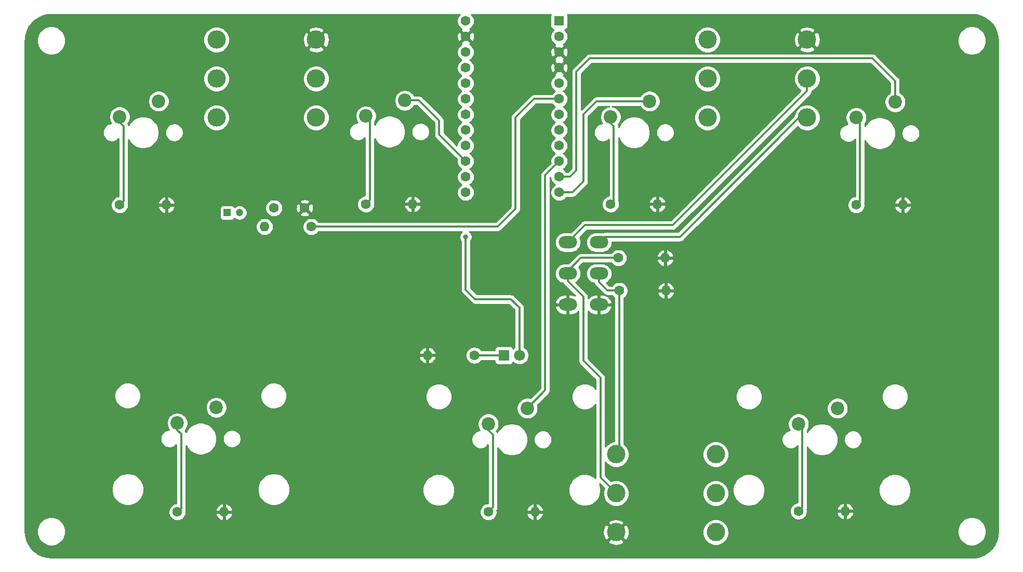
<source format=gbr>
%TF.GenerationSoftware,KiCad,Pcbnew,(5.1.8)-1*%
%TF.CreationDate,2021-10-05T14:24:12+02:00*%
%TF.ProjectId,WPP Control box,57505020-436f-46e7-9472-6f6c20626f78,rev?*%
%TF.SameCoordinates,Original*%
%TF.FileFunction,Copper,L1,Top*%
%TF.FilePolarity,Positive*%
%FSLAX46Y46*%
G04 Gerber Fmt 4.6, Leading zero omitted, Abs format (unit mm)*
G04 Created by KiCad (PCBNEW (5.1.8)-1) date 2021-10-05 14:24:12*
%MOMM*%
%LPD*%
G01*
G04 APERTURE LIST*
%TA.AperFunction,ComponentPad*%
%ADD10C,2.200000*%
%TD*%
%TA.AperFunction,ComponentPad*%
%ADD11C,1.600000*%
%TD*%
%TA.AperFunction,ComponentPad*%
%ADD12R,1.600000X1.600000*%
%TD*%
%TA.AperFunction,ComponentPad*%
%ADD13O,3.000000X2.000000*%
%TD*%
%TA.AperFunction,ComponentPad*%
%ADD14O,1.600000X1.600000*%
%TD*%
%TA.AperFunction,ComponentPad*%
%ADD15C,3.000000*%
%TD*%
%TA.AperFunction,ComponentPad*%
%ADD16C,1.800000*%
%TD*%
%TA.AperFunction,ComponentPad*%
%ADD17R,1.800000X1.800000*%
%TD*%
%TA.AperFunction,ComponentPad*%
%ADD18C,1.200000*%
%TD*%
%TA.AperFunction,ComponentPad*%
%ADD19R,1.200000X1.200000*%
%TD*%
%TA.AperFunction,ViaPad*%
%ADD20C,0.800000*%
%TD*%
%TA.AperFunction,Conductor*%
%ADD21C,0.350000*%
%TD*%
%TA.AperFunction,Conductor*%
%ADD22C,0.254000*%
%TD*%
%TA.AperFunction,Conductor*%
%ADD23C,0.100000*%
%TD*%
G04 APERTURE END LIST*
D10*
%TO.P,UT4,2*%
%TO.N,Net-(R11-Pad1)*%
X177165000Y-47752000D03*
%TO.P,UT4,1*%
%TO.N,SW4*%
X183515000Y-45212000D03*
%TD*%
%TO.P,UT3,2*%
%TO.N,Net-(R7-Pad1)*%
X137160000Y-47625000D03*
%TO.P,UT3,1*%
%TO.N,SW3*%
X143510000Y-45085000D03*
%TD*%
%TO.P,UT2,2*%
%TO.N,Net-(R4-Pad1)*%
X97282000Y-47498000D03*
%TO.P,UT2,1*%
%TO.N,SW2*%
X103632000Y-44958000D03*
%TD*%
%TO.P,UT1,2*%
%TO.N,Net-(R2-Pad1)*%
X57150000Y-47625000D03*
%TO.P,UT1,1*%
%TO.N,SW1*%
X63500000Y-45085000D03*
%TD*%
D11*
%TO.P,U1,24*%
%TO.N,N/C*%
X113538000Y-32004000D03*
%TO.P,U1,23*%
%TO.N,GND*%
X113538000Y-34544000D03*
%TO.P,U1,22*%
%TO.N,N/C*%
X113538000Y-37084000D03*
%TO.P,U1,21*%
X113538000Y-39624000D03*
%TO.P,U1,20*%
X113538000Y-42164000D03*
%TO.P,U1,19*%
X113538000Y-44704000D03*
%TO.P,U1,18*%
X113538000Y-47244000D03*
%TO.P,U1,17*%
X113538000Y-49784000D03*
%TO.P,U1,16*%
%TO.N,SW5*%
X113538000Y-52324000D03*
%TO.P,U1,15*%
%TO.N,SW2*%
X113538000Y-54864000D03*
%TO.P,U1,14*%
%TO.N,SW1*%
X113538000Y-57404000D03*
%TO.P,U1,13*%
%TO.N,LED*%
X113538000Y-59944000D03*
%TO.P,U1,12*%
%TO.N,SW3*%
X128778000Y-59944000D03*
%TO.P,U1,11*%
%TO.N,SW4*%
X128778000Y-57404000D03*
%TO.P,U1,10*%
%TO.N,SW6*%
X128778000Y-54864000D03*
%TO.P,U1,9*%
%TO.N,SW7*%
X128778000Y-52324000D03*
%TO.P,U1,8*%
%TO.N,N/C*%
X128778000Y-49784000D03*
%TO.P,U1,7*%
X128778000Y-47244000D03*
%TO.P,U1,6*%
%TO.N,D3*%
X128778000Y-44704000D03*
%TO.P,U1,5*%
%TO.N,N/C*%
X128778000Y-42164000D03*
%TO.P,U1,4*%
%TO.N,GND*%
X128778000Y-39624000D03*
%TO.P,U1,3*%
X128778000Y-37084000D03*
%TO.P,U1,2*%
%TO.N,N/C*%
X128778000Y-34544000D03*
D12*
%TO.P,U1,1*%
X128778000Y-32004000D03*
%TD*%
D13*
%TO.P,RV1,3*%
%TO.N,Net-(J2-PadT)*%
X135255000Y-68072000D03*
%TO.P,RV1,2*%
%TO.N,Net-(J3-PadT)*%
X135255000Y-73152000D03*
%TO.P,RV1,1*%
%TO.N,GND*%
X135255000Y-78232000D03*
%TO.P,RV1,6*%
%TO.N,Net-(J2-PadR)*%
X130175000Y-68072000D03*
%TO.P,RV1,5*%
%TO.N,Net-(J3-PadR)*%
X130175000Y-73152000D03*
%TO.P,RV1,4*%
%TO.N,GND*%
X130175000Y-78232000D03*
%TD*%
D10*
%TO.P,REC1,2*%
%TO.N,Net-(R6-Pad1)*%
X117221000Y-97663000D03*
%TO.P,REC1,1*%
%TO.N,SW6*%
X123571000Y-95123000D03*
%TD*%
D14*
%TO.P,R11,2*%
%TO.N,GND*%
X184785000Y-61976000D03*
D11*
%TO.P,R11,1*%
%TO.N,Net-(R11-Pad1)*%
X177165000Y-61976000D03*
%TD*%
D14*
%TO.P,R10,2*%
%TO.N,GND*%
X175387000Y-111887000D03*
D11*
%TO.P,R10,1*%
%TO.N,Net-(MARKER1-Pad2)*%
X167767000Y-111887000D03*
%TD*%
D14*
%TO.P,R9,2*%
%TO.N,GND*%
X146050000Y-70612000D03*
D11*
%TO.P,R9,1*%
%TO.N,Net-(J3-PadR)*%
X138430000Y-70612000D03*
%TD*%
D14*
%TO.P,R8,2*%
%TO.N,GND*%
X146177000Y-75946000D03*
D11*
%TO.P,R8,1*%
%TO.N,Net-(J3-PadT)*%
X138557000Y-75946000D03*
%TD*%
D14*
%TO.P,R7,2*%
%TO.N,GND*%
X144780000Y-61849000D03*
D11*
%TO.P,R7,1*%
%TO.N,Net-(R7-Pad1)*%
X137160000Y-61849000D03*
%TD*%
D14*
%TO.P,R6,2*%
%TO.N,GND*%
X124841000Y-112014000D03*
D11*
%TO.P,R6,1*%
%TO.N,Net-(R6-Pad1)*%
X117221000Y-112014000D03*
%TD*%
D14*
%TO.P,R5,2*%
%TO.N,GND*%
X107315000Y-86487000D03*
D11*
%TO.P,R5,1*%
%TO.N,Net-(D1-Pad1)*%
X114935000Y-86487000D03*
%TD*%
D14*
%TO.P,R4,2*%
%TO.N,GND*%
X104902000Y-61849000D03*
D11*
%TO.P,R4,1*%
%TO.N,Net-(R4-Pad1)*%
X97282000Y-61849000D03*
%TD*%
D14*
%TO.P,R3,2*%
%TO.N,GND*%
X74168000Y-112014000D03*
D11*
%TO.P,R3,1*%
%TO.N,Net-(Play/Pause1-Pad2)*%
X66548000Y-112014000D03*
%TD*%
D14*
%TO.P,R2,2*%
%TO.N,GND*%
X64770000Y-61976000D03*
D11*
%TO.P,R2,1*%
%TO.N,Net-(R2-Pad1)*%
X57150000Y-61976000D03*
%TD*%
D14*
%TO.P,R1,2*%
%TO.N,Net-(C1-Pad1)*%
X80772000Y-65532000D03*
D11*
%TO.P,R1,1*%
%TO.N,D3*%
X88392000Y-65532000D03*
%TD*%
D10*
%TO.P,Play/Pause1,2*%
%TO.N,Net-(Play/Pause1-Pad2)*%
X66548000Y-97536000D03*
%TO.P,Play/Pause1,1*%
%TO.N,SW5*%
X72898000Y-94996000D03*
%TD*%
%TO.P,MARKER1,2*%
%TO.N,Net-(MARKER1-Pad2)*%
X167767000Y-97663000D03*
%TO.P,MARKER1,1*%
%TO.N,SW7*%
X174117000Y-95123000D03*
%TD*%
D15*
%TO.P,J3,TN*%
%TO.N,N/C*%
X154279000Y-102616000D03*
%TO.P,J3,SN*%
X154279000Y-115316000D03*
%TO.P,J3,RN*%
X154279000Y-108966000D03*
%TO.P,J3,T*%
%TO.N,Net-(J3-PadT)*%
X138049000Y-102616000D03*
%TO.P,J3,S*%
%TO.N,GND*%
X138049000Y-115316000D03*
%TO.P,J3,R*%
%TO.N,Net-(J3-PadR)*%
X138049000Y-108966000D03*
%TD*%
%TO.P,J2,TN*%
%TO.N,N/C*%
X152934000Y-47752000D03*
%TO.P,J2,SN*%
X152934000Y-35052000D03*
%TO.P,J2,RN*%
X152934000Y-41402000D03*
%TO.P,J2,T*%
%TO.N,Net-(J2-PadT)*%
X169164000Y-47752000D03*
%TO.P,J2,S*%
%TO.N,GND*%
X169164000Y-35052000D03*
%TO.P,J2,R*%
%TO.N,Net-(J2-PadR)*%
X169164000Y-41402000D03*
%TD*%
%TO.P,J1,TN*%
%TO.N,N/C*%
X72924000Y-47752000D03*
%TO.P,J1,SN*%
X72924000Y-35052000D03*
%TO.P,J1,RN*%
X72924000Y-41402000D03*
%TO.P,J1,T*%
%TO.N,Net-(C2-Pad1)*%
X89154000Y-47752000D03*
%TO.P,J1,S*%
%TO.N,GND*%
X89154000Y-35052000D03*
%TO.P,J1,R*%
%TO.N,N/C*%
X89154000Y-41402000D03*
%TD*%
D16*
%TO.P,D1,2*%
%TO.N,LED*%
X122301000Y-86487000D03*
D17*
%TO.P,D1,1*%
%TO.N,Net-(D1-Pad1)*%
X119761000Y-86487000D03*
%TD*%
D18*
%TO.P,C2,2*%
%TO.N,Net-(C1-Pad1)*%
X76676000Y-63246000D03*
D19*
%TO.P,C2,1*%
%TO.N,Net-(C2-Pad1)*%
X74676000Y-63246000D03*
%TD*%
D11*
%TO.P,C1,2*%
%TO.N,GND*%
X87296000Y-62484000D03*
%TO.P,C1,1*%
%TO.N,Net-(C1-Pad1)*%
X82296000Y-62484000D03*
%TD*%
D20*
%TO.N,LED*%
X113538000Y-67183000D03*
%TD*%
D21*
%TO.N,LED*%
X120904000Y-77343000D02*
X122301000Y-78740000D01*
X115062000Y-77343000D02*
X120904000Y-77343000D01*
X113538000Y-75819000D02*
X115062000Y-77343000D01*
X122301000Y-78740000D02*
X122301000Y-86487000D01*
X113538000Y-67183000D02*
X113538000Y-75819000D01*
%TO.N,Net-(D1-Pad1)*%
X114935000Y-86487000D02*
X119761000Y-86487000D01*
%TO.N,Net-(J2-PadT)*%
X136144000Y-67183000D02*
X135255000Y-68072000D01*
X148463000Y-67183000D02*
X136144000Y-67183000D01*
X167894000Y-47752000D02*
X148463000Y-67183000D01*
X169164000Y-47752000D02*
X167894000Y-47752000D01*
%TO.N,Net-(J2-PadR)*%
X132969000Y-65278000D02*
X130175000Y-68072000D01*
X147320000Y-65278000D02*
X132969000Y-65278000D01*
X169164000Y-43434000D02*
X147320000Y-65278000D01*
X169164000Y-41402000D02*
X169164000Y-43434000D01*
%TO.N,Net-(J3-PadT)*%
X135255000Y-73152000D02*
X135255000Y-74549000D01*
X136652000Y-75946000D02*
X138557000Y-75946000D01*
X135255000Y-74549000D02*
X136652000Y-75946000D01*
X138557000Y-102108000D02*
X138049000Y-102616000D01*
X138557000Y-75946000D02*
X138557000Y-102108000D01*
%TO.N,Net-(J3-PadR)*%
X130175000Y-73152000D02*
X130175000Y-72771000D01*
X132334000Y-70612000D02*
X138430000Y-70612000D01*
X130175000Y-72771000D02*
X132334000Y-70612000D01*
X130175000Y-73152000D02*
X130175000Y-74422000D01*
X130175000Y-74422000D02*
X132715000Y-76962000D01*
X132715000Y-76962000D02*
X132715000Y-87376000D01*
X132715000Y-87376000D02*
X135509000Y-90170000D01*
X135509000Y-106426000D02*
X138049000Y-108966000D01*
X135509000Y-90170000D02*
X135509000Y-106426000D01*
%TO.N,Net-(MARKER1-Pad2)*%
X168402000Y-111252000D02*
X167767000Y-111887000D01*
X168402000Y-98298000D02*
X168402000Y-111252000D01*
X167767000Y-97663000D02*
X168402000Y-98298000D01*
%TO.N,Net-(Play/Pause1-Pad2)*%
X66548000Y-97536000D02*
X66548000Y-98679000D01*
X66548000Y-98679000D02*
X67183000Y-99314000D01*
X67183000Y-111379000D02*
X66548000Y-112014000D01*
X67183000Y-99314000D02*
X67183000Y-111379000D01*
%TO.N,D3*%
X124714000Y-44704000D02*
X128778000Y-44704000D01*
X121666000Y-47752000D02*
X124714000Y-44704000D01*
X121666000Y-62611000D02*
X121666000Y-47752000D01*
X118745000Y-65532000D02*
X121666000Y-62611000D01*
X88392000Y-65532000D02*
X118745000Y-65532000D01*
%TO.N,Net-(R2-Pad1)*%
X57150000Y-47625000D02*
X57150000Y-48514000D01*
X57150000Y-48514000D02*
X57785000Y-49149000D01*
X57785000Y-61341000D02*
X57150000Y-61976000D01*
X57785000Y-49149000D02*
X57785000Y-61341000D01*
%TO.N,Net-(R4-Pad1)*%
X97917000Y-61214000D02*
X97282000Y-61849000D01*
X97917000Y-48133000D02*
X97917000Y-61214000D01*
X97282000Y-47498000D02*
X97917000Y-48133000D01*
%TO.N,Net-(R6-Pad1)*%
X117221000Y-97663000D02*
X117221000Y-98679000D01*
X117221000Y-98679000D02*
X117983000Y-99441000D01*
X117983000Y-111252000D02*
X117221000Y-112014000D01*
X117983000Y-99441000D02*
X117983000Y-111252000D01*
%TO.N,Net-(R7-Pad1)*%
X137160000Y-47625000D02*
X137160000Y-48641000D01*
X137160000Y-48641000D02*
X137668000Y-49149000D01*
X137668000Y-61341000D02*
X137160000Y-61849000D01*
X137668000Y-49149000D02*
X137668000Y-61341000D01*
%TO.N,Net-(R11-Pad1)*%
X177800000Y-61341000D02*
X177165000Y-61976000D01*
X177800000Y-48387000D02*
X177800000Y-61341000D01*
X177165000Y-47752000D02*
X177800000Y-48387000D01*
%TO.N,SW6*%
X128778000Y-54864000D02*
X126492000Y-57150000D01*
X126492000Y-92202000D02*
X123571000Y-95123000D01*
X126492000Y-57150000D02*
X126492000Y-92202000D01*
%TO.N,SW3*%
X143510000Y-45085000D02*
X134874000Y-45085000D01*
X134874000Y-45085000D02*
X132715000Y-47244000D01*
X132715000Y-47244000D02*
X132715000Y-58166000D01*
X130937000Y-59944000D02*
X128778000Y-59944000D01*
X132715000Y-58166000D02*
X130937000Y-59944000D01*
%TO.N,SW4*%
X128778000Y-57404000D02*
X130556000Y-57404000D01*
X130556000Y-57404000D02*
X131572000Y-56388000D01*
X131572000Y-56388000D02*
X131572000Y-40259000D01*
X131572000Y-40259000D02*
X133731000Y-38100000D01*
X133731000Y-38100000D02*
X179832000Y-38100000D01*
X183515000Y-41783000D02*
X183515000Y-45212000D01*
X179832000Y-38100000D02*
X183515000Y-41783000D01*
%TO.N,SW2*%
X103632000Y-44958000D02*
X105918000Y-44958000D01*
X105918000Y-44958000D02*
X109220000Y-48260000D01*
X109220000Y-50546000D02*
X113538000Y-54864000D01*
X109220000Y-48260000D02*
X109220000Y-50546000D01*
%TD*%
D22*
%TO.N,GND*%
X112423363Y-31089241D02*
X112266320Y-31324273D01*
X112158147Y-31585426D01*
X112103000Y-31862665D01*
X112103000Y-32145335D01*
X112158147Y-32422574D01*
X112266320Y-32683727D01*
X112423363Y-32918759D01*
X112623241Y-33118637D01*
X112857128Y-33274915D01*
X112796486Y-33307329D01*
X112724903Y-33551298D01*
X113538000Y-34364395D01*
X114351097Y-33551298D01*
X114279514Y-33307329D01*
X114215008Y-33276806D01*
X114217727Y-33275680D01*
X114452759Y-33118637D01*
X114652637Y-32918759D01*
X114809680Y-32683727D01*
X114917853Y-32422574D01*
X114973000Y-32145335D01*
X114973000Y-31862665D01*
X114917853Y-31585426D01*
X114809680Y-31324273D01*
X114652637Y-31089241D01*
X114482396Y-30919000D01*
X127410317Y-30919000D01*
X127388498Y-30959820D01*
X127352188Y-31079518D01*
X127339928Y-31204000D01*
X127339928Y-32804000D01*
X127352188Y-32928482D01*
X127388498Y-33048180D01*
X127447463Y-33158494D01*
X127526815Y-33255185D01*
X127623506Y-33334537D01*
X127733820Y-33393502D01*
X127853518Y-33429812D01*
X127861961Y-33430643D01*
X127663363Y-33629241D01*
X127506320Y-33864273D01*
X127398147Y-34125426D01*
X127343000Y-34402665D01*
X127343000Y-34685335D01*
X127398147Y-34962574D01*
X127506320Y-35223727D01*
X127663363Y-35458759D01*
X127863241Y-35658637D01*
X128097128Y-35814915D01*
X128036486Y-35847329D01*
X127964903Y-36091298D01*
X128778000Y-36904395D01*
X129591097Y-36091298D01*
X129519514Y-35847329D01*
X129455008Y-35816806D01*
X129457727Y-35815680D01*
X129692759Y-35658637D01*
X129892637Y-35458759D01*
X130049680Y-35223727D01*
X130157853Y-34962574D01*
X130181892Y-34841721D01*
X150799000Y-34841721D01*
X150799000Y-35262279D01*
X150881047Y-35674756D01*
X151041988Y-36063302D01*
X151275637Y-36412983D01*
X151573017Y-36710363D01*
X151922698Y-36944012D01*
X152311244Y-37104953D01*
X152723721Y-37187000D01*
X153144279Y-37187000D01*
X153556756Y-37104953D01*
X153945302Y-36944012D01*
X154294983Y-36710363D01*
X154461693Y-36543653D01*
X167851952Y-36543653D01*
X168007962Y-36859214D01*
X168382745Y-37050020D01*
X168787551Y-37164044D01*
X169206824Y-37196902D01*
X169624451Y-37147334D01*
X170024383Y-37017243D01*
X170320038Y-36859214D01*
X170476048Y-36543653D01*
X169164000Y-35231605D01*
X167851952Y-36543653D01*
X154461693Y-36543653D01*
X154592363Y-36412983D01*
X154826012Y-36063302D01*
X154986953Y-35674756D01*
X155069000Y-35262279D01*
X155069000Y-35094824D01*
X167019098Y-35094824D01*
X167068666Y-35512451D01*
X167198757Y-35912383D01*
X167356786Y-36208038D01*
X167672347Y-36364048D01*
X168984395Y-35052000D01*
X169343605Y-35052000D01*
X170655653Y-36364048D01*
X170971214Y-36208038D01*
X171162020Y-35833255D01*
X171276044Y-35428449D01*
X171308902Y-35009176D01*
X171302255Y-34953170D01*
X193668340Y-34953170D01*
X193668340Y-35414830D01*
X193758406Y-35867620D01*
X193935075Y-36294139D01*
X194191560Y-36677996D01*
X194518004Y-37004440D01*
X194901861Y-37260925D01*
X195328380Y-37437594D01*
X195781170Y-37527660D01*
X196242830Y-37527660D01*
X196695620Y-37437594D01*
X197122139Y-37260925D01*
X197505996Y-37004440D01*
X197832440Y-36677996D01*
X198088925Y-36294139D01*
X198265594Y-35867620D01*
X198355660Y-35414830D01*
X198355660Y-34953170D01*
X198265594Y-34500380D01*
X198088925Y-34073861D01*
X197832440Y-33690004D01*
X197505996Y-33363560D01*
X197122139Y-33107075D01*
X196695620Y-32930406D01*
X196242830Y-32840340D01*
X195781170Y-32840340D01*
X195328380Y-32930406D01*
X194901861Y-33107075D01*
X194518004Y-33363560D01*
X194191560Y-33690004D01*
X193935075Y-34073861D01*
X193758406Y-34500380D01*
X193668340Y-34953170D01*
X171302255Y-34953170D01*
X171259334Y-34591549D01*
X171129243Y-34191617D01*
X170971214Y-33895962D01*
X170655653Y-33739952D01*
X169343605Y-35052000D01*
X168984395Y-35052000D01*
X167672347Y-33739952D01*
X167356786Y-33895962D01*
X167165980Y-34270745D01*
X167051956Y-34675551D01*
X167019098Y-35094824D01*
X155069000Y-35094824D01*
X155069000Y-34841721D01*
X154986953Y-34429244D01*
X154826012Y-34040698D01*
X154592363Y-33691017D01*
X154461693Y-33560347D01*
X167851952Y-33560347D01*
X169164000Y-34872395D01*
X170476048Y-33560347D01*
X170320038Y-33244786D01*
X169945255Y-33053980D01*
X169540449Y-32939956D01*
X169121176Y-32907098D01*
X168703549Y-32956666D01*
X168303617Y-33086757D01*
X168007962Y-33244786D01*
X167851952Y-33560347D01*
X154461693Y-33560347D01*
X154294983Y-33393637D01*
X153945302Y-33159988D01*
X153556756Y-32999047D01*
X153144279Y-32917000D01*
X152723721Y-32917000D01*
X152311244Y-32999047D01*
X151922698Y-33159988D01*
X151573017Y-33393637D01*
X151275637Y-33691017D01*
X151041988Y-34040698D01*
X150881047Y-34429244D01*
X150799000Y-34841721D01*
X130181892Y-34841721D01*
X130213000Y-34685335D01*
X130213000Y-34402665D01*
X130157853Y-34125426D01*
X130049680Y-33864273D01*
X129892637Y-33629241D01*
X129694039Y-33430643D01*
X129702482Y-33429812D01*
X129822180Y-33393502D01*
X129932494Y-33334537D01*
X130029185Y-33255185D01*
X130108537Y-33158494D01*
X130167502Y-33048180D01*
X130203812Y-32928482D01*
X130216072Y-32804000D01*
X130216072Y-31204000D01*
X130203812Y-31079518D01*
X130167502Y-30959820D01*
X130145683Y-30919000D01*
X195979258Y-30919000D01*
X196766747Y-30989282D01*
X197497645Y-31189233D01*
X198181577Y-31515452D01*
X198796928Y-31957626D01*
X199324256Y-32501787D01*
X199746888Y-33130728D01*
X200051463Y-33824570D01*
X200229715Y-34567038D01*
X200277001Y-35210963D01*
X200277000Y-115151280D01*
X200206720Y-115938748D01*
X200006770Y-116669641D01*
X199680549Y-117353577D01*
X199238374Y-117968928D01*
X198694211Y-118496259D01*
X198065270Y-118918890D01*
X197371431Y-119223463D01*
X196628960Y-119401715D01*
X195985051Y-119449000D01*
X46044731Y-119449000D01*
X45257252Y-119378719D01*
X44526357Y-119178769D01*
X43842425Y-118852550D01*
X43227072Y-118410374D01*
X42699741Y-117866211D01*
X42277114Y-117237274D01*
X41972536Y-116543429D01*
X41794286Y-115800961D01*
X41747000Y-115157051D01*
X41747000Y-114953170D01*
X43668339Y-114953170D01*
X43668339Y-115414830D01*
X43758405Y-115867621D01*
X43935075Y-116294140D01*
X44191560Y-116677997D01*
X44518003Y-117004440D01*
X44901860Y-117260925D01*
X45328379Y-117437595D01*
X45781170Y-117527661D01*
X46242830Y-117527661D01*
X46695621Y-117437595D01*
X47122140Y-117260925D01*
X47505997Y-117004440D01*
X47702784Y-116807653D01*
X136736952Y-116807653D01*
X136892962Y-117123214D01*
X137267745Y-117314020D01*
X137672551Y-117428044D01*
X138091824Y-117460902D01*
X138509451Y-117411334D01*
X138909383Y-117281243D01*
X139205038Y-117123214D01*
X139361048Y-116807653D01*
X138049000Y-115495605D01*
X136736952Y-116807653D01*
X47702784Y-116807653D01*
X47832440Y-116677997D01*
X48088925Y-116294140D01*
X48265595Y-115867621D01*
X48355661Y-115414830D01*
X48355661Y-115358824D01*
X135904098Y-115358824D01*
X135953666Y-115776451D01*
X136083757Y-116176383D01*
X136241786Y-116472038D01*
X136557347Y-116628048D01*
X137869395Y-115316000D01*
X138228605Y-115316000D01*
X139540653Y-116628048D01*
X139856214Y-116472038D01*
X140047020Y-116097255D01*
X140161044Y-115692449D01*
X140193902Y-115273176D01*
X140174027Y-115105721D01*
X152144000Y-115105721D01*
X152144000Y-115526279D01*
X152226047Y-115938756D01*
X152386988Y-116327302D01*
X152620637Y-116676983D01*
X152918017Y-116974363D01*
X153267698Y-117208012D01*
X153656244Y-117368953D01*
X154068721Y-117451000D01*
X154489279Y-117451000D01*
X154901756Y-117368953D01*
X155290302Y-117208012D01*
X155639983Y-116974363D01*
X155937363Y-116676983D01*
X156171012Y-116327302D01*
X156331953Y-115938756D01*
X156414000Y-115526279D01*
X156414000Y-115105721D01*
X156383656Y-114953170D01*
X193668340Y-114953170D01*
X193668340Y-115414830D01*
X193758406Y-115867620D01*
X193935075Y-116294139D01*
X194191560Y-116677996D01*
X194518004Y-117004440D01*
X194901861Y-117260925D01*
X195328380Y-117437594D01*
X195781170Y-117527660D01*
X196242830Y-117527660D01*
X196695620Y-117437594D01*
X197122139Y-117260925D01*
X197505996Y-117004440D01*
X197832440Y-116677996D01*
X198088925Y-116294139D01*
X198265594Y-115867620D01*
X198355660Y-115414830D01*
X198355660Y-114953170D01*
X198265594Y-114500380D01*
X198088925Y-114073861D01*
X197832440Y-113690004D01*
X197505996Y-113363560D01*
X197122139Y-113107075D01*
X196695620Y-112930406D01*
X196242830Y-112840340D01*
X195781170Y-112840340D01*
X195328380Y-112930406D01*
X194901861Y-113107075D01*
X194518004Y-113363560D01*
X194191560Y-113690004D01*
X193935075Y-114073861D01*
X193758406Y-114500380D01*
X193668340Y-114953170D01*
X156383656Y-114953170D01*
X156331953Y-114693244D01*
X156171012Y-114304698D01*
X155937363Y-113955017D01*
X155639983Y-113657637D01*
X155290302Y-113423988D01*
X154901756Y-113263047D01*
X154489279Y-113181000D01*
X154068721Y-113181000D01*
X153656244Y-113263047D01*
X153267698Y-113423988D01*
X152918017Y-113657637D01*
X152620637Y-113955017D01*
X152386988Y-114304698D01*
X152226047Y-114693244D01*
X152144000Y-115105721D01*
X140174027Y-115105721D01*
X140144334Y-114855549D01*
X140014243Y-114455617D01*
X139856214Y-114159962D01*
X139540653Y-114003952D01*
X138228605Y-115316000D01*
X137869395Y-115316000D01*
X136557347Y-114003952D01*
X136241786Y-114159962D01*
X136050980Y-114534745D01*
X135936956Y-114939551D01*
X135904098Y-115358824D01*
X48355661Y-115358824D01*
X48355661Y-114953170D01*
X48265595Y-114500379D01*
X48088925Y-114073860D01*
X47922206Y-113824347D01*
X136736952Y-113824347D01*
X138049000Y-115136395D01*
X139361048Y-113824347D01*
X139205038Y-113508786D01*
X138830255Y-113317980D01*
X138425449Y-113203956D01*
X138006176Y-113171098D01*
X137588549Y-113220666D01*
X137188617Y-113350757D01*
X136892962Y-113508786D01*
X136736952Y-113824347D01*
X47922206Y-113824347D01*
X47832440Y-113690003D01*
X47505997Y-113363560D01*
X47122140Y-113107075D01*
X46695621Y-112930405D01*
X46242830Y-112840339D01*
X45781170Y-112840339D01*
X45328379Y-112930405D01*
X44901860Y-113107075D01*
X44518003Y-113363560D01*
X44191560Y-113690003D01*
X43935075Y-114073860D01*
X43758405Y-114500379D01*
X43668339Y-114953170D01*
X41747000Y-114953170D01*
X41747000Y-108056475D01*
X55823000Y-108056475D01*
X55823000Y-108575525D01*
X55924261Y-109084601D01*
X56122893Y-109564141D01*
X56411262Y-109995715D01*
X56778285Y-110362738D01*
X57209859Y-110651107D01*
X57689399Y-110849739D01*
X58198475Y-110951000D01*
X58717525Y-110951000D01*
X59226601Y-110849739D01*
X59706141Y-110651107D01*
X60137715Y-110362738D01*
X60504738Y-109995715D01*
X60793107Y-109564141D01*
X60991739Y-109084601D01*
X61093000Y-108575525D01*
X61093000Y-108056475D01*
X60991739Y-107547399D01*
X60793107Y-107067859D01*
X60504738Y-106636285D01*
X60137715Y-106269262D01*
X59706141Y-105980893D01*
X59226601Y-105782261D01*
X58717525Y-105681000D01*
X58198475Y-105681000D01*
X57689399Y-105782261D01*
X57209859Y-105980893D01*
X56778285Y-106269262D01*
X56411262Y-106636285D01*
X56122893Y-107067859D01*
X55924261Y-107547399D01*
X55823000Y-108056475D01*
X41747000Y-108056475D01*
X41747000Y-99929740D01*
X63793000Y-99929740D01*
X63793000Y-100222260D01*
X63850068Y-100509158D01*
X63962010Y-100779411D01*
X64124525Y-101022632D01*
X64331368Y-101229475D01*
X64574589Y-101391990D01*
X64844842Y-101503932D01*
X65131740Y-101561000D01*
X65424260Y-101561000D01*
X65711158Y-101503932D01*
X65981411Y-101391990D01*
X66224632Y-101229475D01*
X66373000Y-101081107D01*
X66373001Y-110585696D01*
X66129426Y-110634147D01*
X65868273Y-110742320D01*
X65633241Y-110899363D01*
X65433363Y-111099241D01*
X65276320Y-111334273D01*
X65168147Y-111595426D01*
X65113000Y-111872665D01*
X65113000Y-112155335D01*
X65168147Y-112432574D01*
X65276320Y-112693727D01*
X65433363Y-112928759D01*
X65633241Y-113128637D01*
X65868273Y-113285680D01*
X66129426Y-113393853D01*
X66406665Y-113449000D01*
X66689335Y-113449000D01*
X66966574Y-113393853D01*
X67227727Y-113285680D01*
X67462759Y-113128637D01*
X67662637Y-112928759D01*
X67819680Y-112693727D01*
X67927853Y-112432574D01*
X67941684Y-112363039D01*
X72776096Y-112363039D01*
X72816754Y-112497087D01*
X72936963Y-112751420D01*
X73104481Y-112977414D01*
X73312869Y-113166385D01*
X73554119Y-113311070D01*
X73818960Y-113405909D01*
X74041000Y-113284624D01*
X74041000Y-112141000D01*
X74295000Y-112141000D01*
X74295000Y-113284624D01*
X74517040Y-113405909D01*
X74781881Y-113311070D01*
X75023131Y-113166385D01*
X75231519Y-112977414D01*
X75399037Y-112751420D01*
X75519246Y-112497087D01*
X75559904Y-112363039D01*
X75437915Y-112141000D01*
X74295000Y-112141000D01*
X74041000Y-112141000D01*
X72898085Y-112141000D01*
X72776096Y-112363039D01*
X67941684Y-112363039D01*
X67983000Y-112155335D01*
X67983000Y-111872665D01*
X67942088Y-111666987D01*
X67942702Y-111664961D01*
X72776096Y-111664961D01*
X72898085Y-111887000D01*
X74041000Y-111887000D01*
X74041000Y-110743376D01*
X74295000Y-110743376D01*
X74295000Y-111887000D01*
X75437915Y-111887000D01*
X75559904Y-111664961D01*
X75519246Y-111530913D01*
X75399037Y-111276580D01*
X75231519Y-111050586D01*
X75023131Y-110861615D01*
X74781881Y-110716930D01*
X74517040Y-110622091D01*
X74295000Y-110743376D01*
X74041000Y-110743376D01*
X73818960Y-110622091D01*
X73554119Y-110716930D01*
X73312869Y-110861615D01*
X73104481Y-111050586D01*
X72936963Y-111276580D01*
X72816754Y-111530913D01*
X72776096Y-111664961D01*
X67942702Y-111664961D01*
X67945743Y-111654937D01*
X67981280Y-111537788D01*
X67993000Y-111418791D01*
X67993000Y-111418788D01*
X67996919Y-111379000D01*
X67993000Y-111339212D01*
X67993000Y-108056475D01*
X79623000Y-108056475D01*
X79623000Y-108575525D01*
X79724261Y-109084601D01*
X79922893Y-109564141D01*
X80211262Y-109995715D01*
X80578285Y-110362738D01*
X81009859Y-110651107D01*
X81489399Y-110849739D01*
X81998475Y-110951000D01*
X82517525Y-110951000D01*
X83026601Y-110849739D01*
X83506141Y-110651107D01*
X83937715Y-110362738D01*
X84304738Y-109995715D01*
X84593107Y-109564141D01*
X84791739Y-109084601D01*
X84893000Y-108575525D01*
X84893000Y-108183475D01*
X106496000Y-108183475D01*
X106496000Y-108702525D01*
X106597261Y-109211601D01*
X106795893Y-109691141D01*
X107084262Y-110122715D01*
X107451285Y-110489738D01*
X107882859Y-110778107D01*
X108362399Y-110976739D01*
X108871475Y-111078000D01*
X109390525Y-111078000D01*
X109899601Y-110976739D01*
X110379141Y-110778107D01*
X110810715Y-110489738D01*
X111177738Y-110122715D01*
X111466107Y-109691141D01*
X111664739Y-109211601D01*
X111766000Y-108702525D01*
X111766000Y-108183475D01*
X111664739Y-107674399D01*
X111466107Y-107194859D01*
X111177738Y-106763285D01*
X110810715Y-106396262D01*
X110379141Y-106107893D01*
X109899601Y-105909261D01*
X109390525Y-105808000D01*
X108871475Y-105808000D01*
X108362399Y-105909261D01*
X107882859Y-106107893D01*
X107451285Y-106396262D01*
X107084262Y-106763285D01*
X106795893Y-107194859D01*
X106597261Y-107674399D01*
X106496000Y-108183475D01*
X84893000Y-108183475D01*
X84893000Y-108056475D01*
X84791739Y-107547399D01*
X84593107Y-107067859D01*
X84304738Y-106636285D01*
X83937715Y-106269262D01*
X83506141Y-105980893D01*
X83026601Y-105782261D01*
X82517525Y-105681000D01*
X81998475Y-105681000D01*
X81489399Y-105782261D01*
X81009859Y-105980893D01*
X80578285Y-106269262D01*
X80211262Y-106636285D01*
X79922893Y-107067859D01*
X79724261Y-107547399D01*
X79623000Y-108056475D01*
X67993000Y-108056475D01*
X67993000Y-101251973D01*
X68022893Y-101324141D01*
X68311262Y-101755715D01*
X68678285Y-102122738D01*
X69109859Y-102411107D01*
X69589399Y-102609739D01*
X70098475Y-102711000D01*
X70617525Y-102711000D01*
X71126601Y-102609739D01*
X71606141Y-102411107D01*
X72037715Y-102122738D01*
X72404738Y-101755715D01*
X72693107Y-101324141D01*
X72891739Y-100844601D01*
X72993000Y-100335525D01*
X72993000Y-99929740D01*
X73953000Y-99929740D01*
X73953000Y-100222260D01*
X74010068Y-100509158D01*
X74122010Y-100779411D01*
X74284525Y-101022632D01*
X74491368Y-101229475D01*
X74734589Y-101391990D01*
X75004842Y-101503932D01*
X75291740Y-101561000D01*
X75584260Y-101561000D01*
X75871158Y-101503932D01*
X76141411Y-101391990D01*
X76384632Y-101229475D01*
X76591475Y-101022632D01*
X76753990Y-100779411D01*
X76865932Y-100509158D01*
X76923000Y-100222260D01*
X76923000Y-100056740D01*
X114466000Y-100056740D01*
X114466000Y-100349260D01*
X114523068Y-100636158D01*
X114635010Y-100906411D01*
X114797525Y-101149632D01*
X115004368Y-101356475D01*
X115247589Y-101518990D01*
X115517842Y-101630932D01*
X115804740Y-101688000D01*
X116097260Y-101688000D01*
X116384158Y-101630932D01*
X116654411Y-101518990D01*
X116897632Y-101356475D01*
X117104475Y-101149632D01*
X117173000Y-101047077D01*
X117173001Y-110579000D01*
X117079665Y-110579000D01*
X116802426Y-110634147D01*
X116541273Y-110742320D01*
X116306241Y-110899363D01*
X116106363Y-111099241D01*
X115949320Y-111334273D01*
X115841147Y-111595426D01*
X115786000Y-111872665D01*
X115786000Y-112155335D01*
X115841147Y-112432574D01*
X115949320Y-112693727D01*
X116106363Y-112928759D01*
X116306241Y-113128637D01*
X116541273Y-113285680D01*
X116802426Y-113393853D01*
X117079665Y-113449000D01*
X117362335Y-113449000D01*
X117639574Y-113393853D01*
X117900727Y-113285680D01*
X118135759Y-113128637D01*
X118335637Y-112928759D01*
X118492680Y-112693727D01*
X118600853Y-112432574D01*
X118614684Y-112363039D01*
X123449096Y-112363039D01*
X123489754Y-112497087D01*
X123609963Y-112751420D01*
X123777481Y-112977414D01*
X123985869Y-113166385D01*
X124227119Y-113311070D01*
X124491960Y-113405909D01*
X124714000Y-113284624D01*
X124714000Y-112141000D01*
X124968000Y-112141000D01*
X124968000Y-113284624D01*
X125190040Y-113405909D01*
X125454881Y-113311070D01*
X125696131Y-113166385D01*
X125904519Y-112977414D01*
X126072037Y-112751420D01*
X126192246Y-112497087D01*
X126232904Y-112363039D01*
X126110915Y-112141000D01*
X124968000Y-112141000D01*
X124714000Y-112141000D01*
X123571085Y-112141000D01*
X123449096Y-112363039D01*
X118614684Y-112363039D01*
X118656000Y-112155335D01*
X118656000Y-111872665D01*
X118629757Y-111740735D01*
X118659749Y-111704189D01*
X118680716Y-111664961D01*
X123449096Y-111664961D01*
X123571085Y-111887000D01*
X124714000Y-111887000D01*
X124714000Y-110743376D01*
X124968000Y-110743376D01*
X124968000Y-111887000D01*
X126110915Y-111887000D01*
X126232904Y-111664961D01*
X126192246Y-111530913D01*
X126072037Y-111276580D01*
X125904519Y-111050586D01*
X125696131Y-110861615D01*
X125454881Y-110716930D01*
X125190040Y-110622091D01*
X124968000Y-110743376D01*
X124714000Y-110743376D01*
X124491960Y-110622091D01*
X124227119Y-110716930D01*
X123985869Y-110861615D01*
X123777481Y-111050586D01*
X123609963Y-111276580D01*
X123489754Y-111530913D01*
X123449096Y-111664961D01*
X118680716Y-111664961D01*
X118734963Y-111563473D01*
X118781280Y-111410788D01*
X118793000Y-111291791D01*
X118793000Y-111291788D01*
X118796919Y-111252000D01*
X118793000Y-111212212D01*
X118793000Y-101596472D01*
X118984262Y-101882715D01*
X119351285Y-102249738D01*
X119782859Y-102538107D01*
X120262399Y-102736739D01*
X120771475Y-102838000D01*
X121290525Y-102838000D01*
X121799601Y-102736739D01*
X122279141Y-102538107D01*
X122710715Y-102249738D01*
X123077738Y-101882715D01*
X123366107Y-101451141D01*
X123564739Y-100971601D01*
X123666000Y-100462525D01*
X123666000Y-100056740D01*
X124626000Y-100056740D01*
X124626000Y-100349260D01*
X124683068Y-100636158D01*
X124795010Y-100906411D01*
X124957525Y-101149632D01*
X125164368Y-101356475D01*
X125407589Y-101518990D01*
X125677842Y-101630932D01*
X125964740Y-101688000D01*
X126257260Y-101688000D01*
X126544158Y-101630932D01*
X126814411Y-101518990D01*
X127057632Y-101356475D01*
X127264475Y-101149632D01*
X127426990Y-100906411D01*
X127538932Y-100636158D01*
X127596000Y-100349260D01*
X127596000Y-100056740D01*
X127538932Y-99769842D01*
X127426990Y-99499589D01*
X127264475Y-99256368D01*
X127057632Y-99049525D01*
X126814411Y-98887010D01*
X126544158Y-98775068D01*
X126257260Y-98718000D01*
X125964740Y-98718000D01*
X125677842Y-98775068D01*
X125407589Y-98887010D01*
X125164368Y-99049525D01*
X124957525Y-99256368D01*
X124795010Y-99499589D01*
X124683068Y-99769842D01*
X124626000Y-100056740D01*
X123666000Y-100056740D01*
X123666000Y-99943475D01*
X123564739Y-99434399D01*
X123366107Y-98954859D01*
X123077738Y-98523285D01*
X122710715Y-98156262D01*
X122279141Y-97867893D01*
X121799601Y-97669261D01*
X121290525Y-97568000D01*
X120771475Y-97568000D01*
X120262399Y-97669261D01*
X119782859Y-97867893D01*
X119351285Y-98156262D01*
X118984262Y-98523285D01*
X118695893Y-98954859D01*
X118672189Y-99012085D01*
X118659749Y-98988811D01*
X118558528Y-98865472D01*
X118527619Y-98840106D01*
X118512587Y-98825074D01*
X118568663Y-98768998D01*
X118758537Y-98484831D01*
X118889325Y-98169081D01*
X118956000Y-97833883D01*
X118956000Y-97492117D01*
X118889325Y-97156919D01*
X118758537Y-96841169D01*
X118568663Y-96557002D01*
X118326998Y-96315337D01*
X118042831Y-96125463D01*
X117727081Y-95994675D01*
X117391883Y-95928000D01*
X117050117Y-95928000D01*
X116714919Y-95994675D01*
X116399169Y-96125463D01*
X116115002Y-96315337D01*
X115873337Y-96557002D01*
X115683463Y-96841169D01*
X115552675Y-97156919D01*
X115486000Y-97492117D01*
X115486000Y-97833883D01*
X115552675Y-98169081D01*
X115683463Y-98484831D01*
X115839261Y-98718000D01*
X115804740Y-98718000D01*
X115517842Y-98775068D01*
X115247589Y-98887010D01*
X115004368Y-99049525D01*
X114797525Y-99256368D01*
X114635010Y-99499589D01*
X114523068Y-99769842D01*
X114466000Y-100056740D01*
X76923000Y-100056740D01*
X76923000Y-99929740D01*
X76865932Y-99642842D01*
X76753990Y-99372589D01*
X76591475Y-99129368D01*
X76384632Y-98922525D01*
X76141411Y-98760010D01*
X75871158Y-98648068D01*
X75584260Y-98591000D01*
X75291740Y-98591000D01*
X75004842Y-98648068D01*
X74734589Y-98760010D01*
X74491368Y-98922525D01*
X74284525Y-99129368D01*
X74122010Y-99372589D01*
X74010068Y-99642842D01*
X73953000Y-99929740D01*
X72993000Y-99929740D01*
X72993000Y-99816475D01*
X72891739Y-99307399D01*
X72693107Y-98827859D01*
X72404738Y-98396285D01*
X72037715Y-98029262D01*
X71606141Y-97740893D01*
X71126601Y-97542261D01*
X70617525Y-97441000D01*
X70098475Y-97441000D01*
X69589399Y-97542261D01*
X69109859Y-97740893D01*
X68678285Y-98029262D01*
X68311262Y-98396285D01*
X68022893Y-98827859D01*
X67941550Y-99024240D01*
X67937431Y-99010663D01*
X67934963Y-99002526D01*
X67859749Y-98861811D01*
X67840033Y-98837787D01*
X67776856Y-98760805D01*
X67895663Y-98641998D01*
X68085537Y-98357831D01*
X68216325Y-98042081D01*
X68283000Y-97706883D01*
X68283000Y-97365117D01*
X68216325Y-97029919D01*
X68085537Y-96714169D01*
X67895663Y-96430002D01*
X67653998Y-96188337D01*
X67369831Y-95998463D01*
X67054081Y-95867675D01*
X66718883Y-95801000D01*
X66377117Y-95801000D01*
X66041919Y-95867675D01*
X65726169Y-95998463D01*
X65442002Y-96188337D01*
X65200337Y-96430002D01*
X65010463Y-96714169D01*
X64879675Y-97029919D01*
X64813000Y-97365117D01*
X64813000Y-97706883D01*
X64879675Y-98042081D01*
X65010463Y-98357831D01*
X65166261Y-98591000D01*
X65131740Y-98591000D01*
X64844842Y-98648068D01*
X64574589Y-98760010D01*
X64331368Y-98922525D01*
X64124525Y-99129368D01*
X63962010Y-99372589D01*
X63850068Y-99642842D01*
X63793000Y-99929740D01*
X41747000Y-99929740D01*
X41747000Y-92863259D01*
X56298000Y-92863259D01*
X56298000Y-93288741D01*
X56381008Y-93706049D01*
X56543833Y-94099144D01*
X56780219Y-94452920D01*
X57081080Y-94753781D01*
X57434856Y-94990167D01*
X57827951Y-95152992D01*
X58245259Y-95236000D01*
X58670741Y-95236000D01*
X59088049Y-95152992D01*
X59481144Y-94990167D01*
X59728158Y-94825117D01*
X71163000Y-94825117D01*
X71163000Y-95166883D01*
X71229675Y-95502081D01*
X71360463Y-95817831D01*
X71550337Y-96101998D01*
X71792002Y-96343663D01*
X72076169Y-96533537D01*
X72391919Y-96664325D01*
X72727117Y-96731000D01*
X73068883Y-96731000D01*
X73404081Y-96664325D01*
X73719831Y-96533537D01*
X74003998Y-96343663D01*
X74245663Y-96101998D01*
X74435537Y-95817831D01*
X74566325Y-95502081D01*
X74633000Y-95166883D01*
X74633000Y-94825117D01*
X74566325Y-94489919D01*
X74435537Y-94174169D01*
X74245663Y-93890002D01*
X74003998Y-93648337D01*
X73719831Y-93458463D01*
X73404081Y-93327675D01*
X73068883Y-93261000D01*
X72727117Y-93261000D01*
X72391919Y-93327675D01*
X72076169Y-93458463D01*
X71792002Y-93648337D01*
X71550337Y-93890002D01*
X71360463Y-94174169D01*
X71229675Y-94489919D01*
X71163000Y-94825117D01*
X59728158Y-94825117D01*
X59834920Y-94753781D01*
X60135781Y-94452920D01*
X60372167Y-94099144D01*
X60534992Y-93706049D01*
X60618000Y-93288741D01*
X60618000Y-92863259D01*
X80098000Y-92863259D01*
X80098000Y-93288741D01*
X80181008Y-93706049D01*
X80343833Y-94099144D01*
X80580219Y-94452920D01*
X80881080Y-94753781D01*
X81234856Y-94990167D01*
X81627951Y-95152992D01*
X82045259Y-95236000D01*
X82470741Y-95236000D01*
X82888049Y-95152992D01*
X83281144Y-94990167D01*
X83634920Y-94753781D01*
X83935781Y-94452920D01*
X84172167Y-94099144D01*
X84334992Y-93706049D01*
X84418000Y-93288741D01*
X84418000Y-92990259D01*
X106971000Y-92990259D01*
X106971000Y-93415741D01*
X107054008Y-93833049D01*
X107216833Y-94226144D01*
X107453219Y-94579920D01*
X107754080Y-94880781D01*
X108107856Y-95117167D01*
X108500951Y-95279992D01*
X108918259Y-95363000D01*
X109343741Y-95363000D01*
X109761049Y-95279992D01*
X110154144Y-95117167D01*
X110507920Y-94880781D01*
X110808781Y-94579920D01*
X111045167Y-94226144D01*
X111207992Y-93833049D01*
X111291000Y-93415741D01*
X111291000Y-92990259D01*
X111207992Y-92572951D01*
X111045167Y-92179856D01*
X110808781Y-91826080D01*
X110507920Y-91525219D01*
X110154144Y-91288833D01*
X109761049Y-91126008D01*
X109343741Y-91043000D01*
X108918259Y-91043000D01*
X108500951Y-91126008D01*
X108107856Y-91288833D01*
X107754080Y-91525219D01*
X107453219Y-91826080D01*
X107216833Y-92179856D01*
X107054008Y-92572951D01*
X106971000Y-92990259D01*
X84418000Y-92990259D01*
X84418000Y-92863259D01*
X84334992Y-92445951D01*
X84172167Y-92052856D01*
X83935781Y-91699080D01*
X83634920Y-91398219D01*
X83281144Y-91161833D01*
X82888049Y-90999008D01*
X82470741Y-90916000D01*
X82045259Y-90916000D01*
X81627951Y-90999008D01*
X81234856Y-91161833D01*
X80881080Y-91398219D01*
X80580219Y-91699080D01*
X80343833Y-92052856D01*
X80181008Y-92445951D01*
X80098000Y-92863259D01*
X60618000Y-92863259D01*
X60534992Y-92445951D01*
X60372167Y-92052856D01*
X60135781Y-91699080D01*
X59834920Y-91398219D01*
X59481144Y-91161833D01*
X59088049Y-90999008D01*
X58670741Y-90916000D01*
X58245259Y-90916000D01*
X57827951Y-90999008D01*
X57434856Y-91161833D01*
X57081080Y-91398219D01*
X56780219Y-91699080D01*
X56543833Y-92052856D01*
X56381008Y-92445951D01*
X56298000Y-92863259D01*
X41747000Y-92863259D01*
X41747000Y-86836039D01*
X105923096Y-86836039D01*
X105963754Y-86970087D01*
X106083963Y-87224420D01*
X106251481Y-87450414D01*
X106459869Y-87639385D01*
X106701119Y-87784070D01*
X106965960Y-87878909D01*
X107188000Y-87757624D01*
X107188000Y-86614000D01*
X107442000Y-86614000D01*
X107442000Y-87757624D01*
X107664040Y-87878909D01*
X107928881Y-87784070D01*
X108170131Y-87639385D01*
X108378519Y-87450414D01*
X108546037Y-87224420D01*
X108666246Y-86970087D01*
X108706904Y-86836039D01*
X108584915Y-86614000D01*
X107442000Y-86614000D01*
X107188000Y-86614000D01*
X106045085Y-86614000D01*
X105923096Y-86836039D01*
X41747000Y-86836039D01*
X41747000Y-86137961D01*
X105923096Y-86137961D01*
X106045085Y-86360000D01*
X107188000Y-86360000D01*
X107188000Y-85216376D01*
X107442000Y-85216376D01*
X107442000Y-86360000D01*
X108584915Y-86360000D01*
X108706904Y-86137961D01*
X108666246Y-86003913D01*
X108546037Y-85749580D01*
X108378519Y-85523586D01*
X108170131Y-85334615D01*
X107928881Y-85189930D01*
X107664040Y-85095091D01*
X107442000Y-85216376D01*
X107188000Y-85216376D01*
X106965960Y-85095091D01*
X106701119Y-85189930D01*
X106459869Y-85334615D01*
X106251481Y-85523586D01*
X106083963Y-85749580D01*
X105963754Y-86003913D01*
X105923096Y-86137961D01*
X41747000Y-86137961D01*
X41747000Y-65390665D01*
X79337000Y-65390665D01*
X79337000Y-65673335D01*
X79392147Y-65950574D01*
X79500320Y-66211727D01*
X79657363Y-66446759D01*
X79857241Y-66646637D01*
X80092273Y-66803680D01*
X80353426Y-66911853D01*
X80630665Y-66967000D01*
X80913335Y-66967000D01*
X81190574Y-66911853D01*
X81451727Y-66803680D01*
X81686759Y-66646637D01*
X81886637Y-66446759D01*
X82043680Y-66211727D01*
X82151853Y-65950574D01*
X82207000Y-65673335D01*
X82207000Y-65390665D01*
X86957000Y-65390665D01*
X86957000Y-65673335D01*
X87012147Y-65950574D01*
X87120320Y-66211727D01*
X87277363Y-66446759D01*
X87477241Y-66646637D01*
X87712273Y-66803680D01*
X87973426Y-66911853D01*
X88250665Y-66967000D01*
X88533335Y-66967000D01*
X88810574Y-66911853D01*
X89071727Y-66803680D01*
X89306759Y-66646637D01*
X89506637Y-66446759D01*
X89576635Y-66342000D01*
X112933695Y-66342000D01*
X112878226Y-66379063D01*
X112734063Y-66523226D01*
X112620795Y-66692744D01*
X112542774Y-66881102D01*
X112503000Y-67081061D01*
X112503000Y-67284939D01*
X112542774Y-67484898D01*
X112620795Y-67673256D01*
X112728000Y-67833700D01*
X112728001Y-75779202D01*
X112724081Y-75819000D01*
X112732671Y-75906209D01*
X112739721Y-75977788D01*
X112786038Y-76130473D01*
X112861251Y-76271189D01*
X112916852Y-76338939D01*
X112962473Y-76394528D01*
X112993383Y-76419895D01*
X114461105Y-77887618D01*
X114486472Y-77918528D01*
X114609811Y-78019749D01*
X114750527Y-78094963D01*
X114903212Y-78141280D01*
X115022209Y-78153000D01*
X115022211Y-78153000D01*
X115061999Y-78156919D01*
X115101787Y-78153000D01*
X120568488Y-78153000D01*
X121491000Y-79075513D01*
X121491001Y-85182096D01*
X121322495Y-85294688D01*
X121256056Y-85361127D01*
X121250502Y-85342820D01*
X121191537Y-85232506D01*
X121112185Y-85135815D01*
X121015494Y-85056463D01*
X120905180Y-84997498D01*
X120785482Y-84961188D01*
X120661000Y-84948928D01*
X118861000Y-84948928D01*
X118736518Y-84961188D01*
X118616820Y-84997498D01*
X118506506Y-85056463D01*
X118409815Y-85135815D01*
X118330463Y-85232506D01*
X118271498Y-85342820D01*
X118235188Y-85462518D01*
X118222928Y-85587000D01*
X118222928Y-85677000D01*
X116119635Y-85677000D01*
X116049637Y-85572241D01*
X115849759Y-85372363D01*
X115614727Y-85215320D01*
X115353574Y-85107147D01*
X115076335Y-85052000D01*
X114793665Y-85052000D01*
X114516426Y-85107147D01*
X114255273Y-85215320D01*
X114020241Y-85372363D01*
X113820363Y-85572241D01*
X113663320Y-85807273D01*
X113555147Y-86068426D01*
X113500000Y-86345665D01*
X113500000Y-86628335D01*
X113555147Y-86905574D01*
X113663320Y-87166727D01*
X113820363Y-87401759D01*
X114020241Y-87601637D01*
X114255273Y-87758680D01*
X114516426Y-87866853D01*
X114793665Y-87922000D01*
X115076335Y-87922000D01*
X115353574Y-87866853D01*
X115614727Y-87758680D01*
X115849759Y-87601637D01*
X116049637Y-87401759D01*
X116119635Y-87297000D01*
X118222928Y-87297000D01*
X118222928Y-87387000D01*
X118235188Y-87511482D01*
X118271498Y-87631180D01*
X118330463Y-87741494D01*
X118409815Y-87838185D01*
X118506506Y-87917537D01*
X118616820Y-87976502D01*
X118736518Y-88012812D01*
X118861000Y-88025072D01*
X120661000Y-88025072D01*
X120785482Y-88012812D01*
X120905180Y-87976502D01*
X121015494Y-87917537D01*
X121112185Y-87838185D01*
X121191537Y-87741494D01*
X121250502Y-87631180D01*
X121256056Y-87612873D01*
X121322495Y-87679312D01*
X121573905Y-87847299D01*
X121853257Y-87963011D01*
X122149816Y-88022000D01*
X122452184Y-88022000D01*
X122748743Y-87963011D01*
X123028095Y-87847299D01*
X123279505Y-87679312D01*
X123493312Y-87465505D01*
X123661299Y-87214095D01*
X123777011Y-86934743D01*
X123836000Y-86638184D01*
X123836000Y-86335816D01*
X123777011Y-86039257D01*
X123661299Y-85759905D01*
X123493312Y-85508495D01*
X123279505Y-85294688D01*
X123111000Y-85182096D01*
X123111000Y-78779787D01*
X123114919Y-78739999D01*
X123111000Y-78700209D01*
X123099280Y-78581212D01*
X123052963Y-78428527D01*
X122977750Y-78287812D01*
X122977749Y-78287810D01*
X122932119Y-78232210D01*
X122876528Y-78164472D01*
X122845619Y-78139106D01*
X121504899Y-76798387D01*
X121479528Y-76767472D01*
X121356189Y-76666251D01*
X121215473Y-76591037D01*
X121062788Y-76544720D01*
X120943791Y-76533000D01*
X120943788Y-76533000D01*
X120904000Y-76529081D01*
X120864212Y-76533000D01*
X115397513Y-76533000D01*
X114348000Y-75483488D01*
X114348000Y-67833700D01*
X114455205Y-67673256D01*
X114533226Y-67484898D01*
X114573000Y-67284939D01*
X114573000Y-67081061D01*
X114533226Y-66881102D01*
X114455205Y-66692744D01*
X114341937Y-66523226D01*
X114197774Y-66379063D01*
X114142305Y-66342000D01*
X118705212Y-66342000D01*
X118745000Y-66345919D01*
X118784788Y-66342000D01*
X118784791Y-66342000D01*
X118903788Y-66330280D01*
X119056473Y-66283963D01*
X119197189Y-66208749D01*
X119320528Y-66107528D01*
X119345900Y-66076612D01*
X122210619Y-63211894D01*
X122241528Y-63186528D01*
X122342749Y-63063189D01*
X122417963Y-62922473D01*
X122464280Y-62769788D01*
X122476000Y-62650791D01*
X122476000Y-62650788D01*
X122479919Y-62611000D01*
X122476000Y-62571212D01*
X122476000Y-48087512D01*
X125049513Y-45514000D01*
X127593365Y-45514000D01*
X127663363Y-45618759D01*
X127863241Y-45818637D01*
X128095759Y-45974000D01*
X127863241Y-46129363D01*
X127663363Y-46329241D01*
X127506320Y-46564273D01*
X127398147Y-46825426D01*
X127343000Y-47102665D01*
X127343000Y-47385335D01*
X127398147Y-47662574D01*
X127506320Y-47923727D01*
X127663363Y-48158759D01*
X127863241Y-48358637D01*
X128095759Y-48514000D01*
X127863241Y-48669363D01*
X127663363Y-48869241D01*
X127506320Y-49104273D01*
X127398147Y-49365426D01*
X127343000Y-49642665D01*
X127343000Y-49925335D01*
X127398147Y-50202574D01*
X127506320Y-50463727D01*
X127663363Y-50698759D01*
X127863241Y-50898637D01*
X128095759Y-51054000D01*
X127863241Y-51209363D01*
X127663363Y-51409241D01*
X127506320Y-51644273D01*
X127398147Y-51905426D01*
X127343000Y-52182665D01*
X127343000Y-52465335D01*
X127398147Y-52742574D01*
X127506320Y-53003727D01*
X127663363Y-53238759D01*
X127863241Y-53438637D01*
X128095759Y-53594000D01*
X127863241Y-53749363D01*
X127663363Y-53949241D01*
X127506320Y-54184273D01*
X127398147Y-54445426D01*
X127343000Y-54722665D01*
X127343000Y-55005335D01*
X127367580Y-55128907D01*
X125947387Y-56549101D01*
X125916472Y-56574472D01*
X125852817Y-56652037D01*
X125815251Y-56697811D01*
X125775049Y-56773025D01*
X125740037Y-56838528D01*
X125693720Y-56991213D01*
X125683742Y-57092527D01*
X125678081Y-57150000D01*
X125682000Y-57189788D01*
X125682001Y-91866486D01*
X124088912Y-93459576D01*
X124077081Y-93454675D01*
X123741883Y-93388000D01*
X123400117Y-93388000D01*
X123064919Y-93454675D01*
X122749169Y-93585463D01*
X122465002Y-93775337D01*
X122223337Y-94017002D01*
X122033463Y-94301169D01*
X121902675Y-94616919D01*
X121836000Y-94952117D01*
X121836000Y-95293883D01*
X121902675Y-95629081D01*
X122033463Y-95944831D01*
X122223337Y-96228998D01*
X122465002Y-96470663D01*
X122749169Y-96660537D01*
X123064919Y-96791325D01*
X123400117Y-96858000D01*
X123741883Y-96858000D01*
X124077081Y-96791325D01*
X124392831Y-96660537D01*
X124676998Y-96470663D01*
X124918663Y-96228998D01*
X125108537Y-95944831D01*
X125239325Y-95629081D01*
X125306000Y-95293883D01*
X125306000Y-94952117D01*
X125239325Y-94616919D01*
X125234424Y-94605088D01*
X127036618Y-92802895D01*
X127067528Y-92777528D01*
X127168749Y-92654189D01*
X127243963Y-92513473D01*
X127290280Y-92360788D01*
X127302000Y-92241791D01*
X127302000Y-92241788D01*
X127305919Y-92202000D01*
X127302000Y-92162212D01*
X127302000Y-78612434D01*
X128084876Y-78612434D01*
X128115856Y-78740355D01*
X128244990Y-79034761D01*
X128429078Y-79298317D01*
X128661046Y-79520895D01*
X128931980Y-79693942D01*
X129231468Y-79810807D01*
X129548000Y-79867000D01*
X130048000Y-79867000D01*
X130048000Y-78359000D01*
X128204223Y-78359000D01*
X128084876Y-78612434D01*
X127302000Y-78612434D01*
X127302000Y-77851566D01*
X128084876Y-77851566D01*
X128204223Y-78105000D01*
X130048000Y-78105000D01*
X130048000Y-76597000D01*
X129548000Y-76597000D01*
X129231468Y-76653193D01*
X128931980Y-76770058D01*
X128661046Y-76943105D01*
X128429078Y-77165683D01*
X128244990Y-77429239D01*
X128115856Y-77723645D01*
X128084876Y-77851566D01*
X127302000Y-77851566D01*
X127302000Y-73152000D01*
X128032089Y-73152000D01*
X128063657Y-73472516D01*
X128157148Y-73780715D01*
X128308969Y-74064752D01*
X128513286Y-74313714D01*
X128762248Y-74518031D01*
X129046285Y-74669852D01*
X129354484Y-74763343D01*
X129443700Y-74772130D01*
X129498251Y-74874189D01*
X129553852Y-74941939D01*
X129599473Y-74997528D01*
X129630383Y-75022895D01*
X131351645Y-76744157D01*
X131118532Y-76653193D01*
X130802000Y-76597000D01*
X130302000Y-76597000D01*
X130302000Y-78105000D01*
X130322000Y-78105000D01*
X130322000Y-78359000D01*
X130302000Y-78359000D01*
X130302000Y-79867000D01*
X130802000Y-79867000D01*
X131118532Y-79810807D01*
X131418020Y-79693942D01*
X131688954Y-79520895D01*
X131905000Y-79313594D01*
X131905001Y-87336202D01*
X131901081Y-87376000D01*
X131916721Y-87534787D01*
X131963038Y-87687473D01*
X132038251Y-87828189D01*
X132093852Y-87895939D01*
X132139473Y-87951528D01*
X132170383Y-87976895D01*
X134699000Y-90505513D01*
X134699000Y-91961102D01*
X134608781Y-91826080D01*
X134307920Y-91525219D01*
X133954144Y-91288833D01*
X133561049Y-91126008D01*
X133143741Y-91043000D01*
X132718259Y-91043000D01*
X132300951Y-91126008D01*
X131907856Y-91288833D01*
X131554080Y-91525219D01*
X131253219Y-91826080D01*
X131016833Y-92179856D01*
X130854008Y-92572951D01*
X130771000Y-92990259D01*
X130771000Y-93415741D01*
X130854008Y-93833049D01*
X131016833Y-94226144D01*
X131253219Y-94579920D01*
X131554080Y-94880781D01*
X131907856Y-95117167D01*
X132300951Y-95279992D01*
X132718259Y-95363000D01*
X133143741Y-95363000D01*
X133561049Y-95279992D01*
X133954144Y-95117167D01*
X134307920Y-94880781D01*
X134608781Y-94579920D01*
X134699000Y-94444898D01*
X134699001Y-106386202D01*
X134695081Y-106426000D01*
X134701050Y-106486597D01*
X134610715Y-106396262D01*
X134179141Y-106107893D01*
X133699601Y-105909261D01*
X133190525Y-105808000D01*
X132671475Y-105808000D01*
X132162399Y-105909261D01*
X131682859Y-106107893D01*
X131251285Y-106396262D01*
X130884262Y-106763285D01*
X130595893Y-107194859D01*
X130397261Y-107674399D01*
X130296000Y-108183475D01*
X130296000Y-108702525D01*
X130397261Y-109211601D01*
X130595893Y-109691141D01*
X130884262Y-110122715D01*
X131251285Y-110489738D01*
X131682859Y-110778107D01*
X132162399Y-110976739D01*
X132671475Y-111078000D01*
X133190525Y-111078000D01*
X133699601Y-110976739D01*
X134179141Y-110778107D01*
X134610715Y-110489738D01*
X134977738Y-110122715D01*
X135266107Y-109691141D01*
X135464739Y-109211601D01*
X135566000Y-108702525D01*
X135566000Y-108183475D01*
X135464739Y-107674399D01*
X135360690Y-107423202D01*
X136079429Y-108141942D01*
X135996047Y-108343244D01*
X135914000Y-108755721D01*
X135914000Y-109176279D01*
X135996047Y-109588756D01*
X136156988Y-109977302D01*
X136390637Y-110326983D01*
X136688017Y-110624363D01*
X137037698Y-110858012D01*
X137426244Y-111018953D01*
X137838721Y-111101000D01*
X138259279Y-111101000D01*
X138671756Y-111018953D01*
X139060302Y-110858012D01*
X139409983Y-110624363D01*
X139707363Y-110326983D01*
X139941012Y-109977302D01*
X140101953Y-109588756D01*
X140184000Y-109176279D01*
X140184000Y-108755721D01*
X152144000Y-108755721D01*
X152144000Y-109176279D01*
X152226047Y-109588756D01*
X152386988Y-109977302D01*
X152620637Y-110326983D01*
X152918017Y-110624363D01*
X153267698Y-110858012D01*
X153656244Y-111018953D01*
X154068721Y-111101000D01*
X154489279Y-111101000D01*
X154901756Y-111018953D01*
X155290302Y-110858012D01*
X155639983Y-110624363D01*
X155937363Y-110326983D01*
X156171012Y-109977302D01*
X156331953Y-109588756D01*
X156414000Y-109176279D01*
X156414000Y-108755721D01*
X156331953Y-108343244D01*
X156265775Y-108183475D01*
X157042000Y-108183475D01*
X157042000Y-108702525D01*
X157143261Y-109211601D01*
X157341893Y-109691141D01*
X157630262Y-110122715D01*
X157997285Y-110489738D01*
X158428859Y-110778107D01*
X158908399Y-110976739D01*
X159417475Y-111078000D01*
X159936525Y-111078000D01*
X160445601Y-110976739D01*
X160925141Y-110778107D01*
X161356715Y-110489738D01*
X161723738Y-110122715D01*
X162012107Y-109691141D01*
X162210739Y-109211601D01*
X162312000Y-108702525D01*
X162312000Y-108183475D01*
X162210739Y-107674399D01*
X162012107Y-107194859D01*
X161723738Y-106763285D01*
X161356715Y-106396262D01*
X160925141Y-106107893D01*
X160445601Y-105909261D01*
X159936525Y-105808000D01*
X159417475Y-105808000D01*
X158908399Y-105909261D01*
X158428859Y-106107893D01*
X157997285Y-106396262D01*
X157630262Y-106763285D01*
X157341893Y-107194859D01*
X157143261Y-107674399D01*
X157042000Y-108183475D01*
X156265775Y-108183475D01*
X156171012Y-107954698D01*
X155937363Y-107605017D01*
X155639983Y-107307637D01*
X155290302Y-107073988D01*
X154901756Y-106913047D01*
X154489279Y-106831000D01*
X154068721Y-106831000D01*
X153656244Y-106913047D01*
X153267698Y-107073988D01*
X152918017Y-107307637D01*
X152620637Y-107605017D01*
X152386988Y-107954698D01*
X152226047Y-108343244D01*
X152144000Y-108755721D01*
X140184000Y-108755721D01*
X140101953Y-108343244D01*
X139941012Y-107954698D01*
X139707363Y-107605017D01*
X139409983Y-107307637D01*
X139060302Y-107073988D01*
X138671756Y-106913047D01*
X138259279Y-106831000D01*
X137838721Y-106831000D01*
X137426244Y-106913047D01*
X137224942Y-106996429D01*
X136319000Y-106090488D01*
X136319000Y-103869770D01*
X136390637Y-103976983D01*
X136688017Y-104274363D01*
X137037698Y-104508012D01*
X137426244Y-104668953D01*
X137838721Y-104751000D01*
X138259279Y-104751000D01*
X138671756Y-104668953D01*
X139060302Y-104508012D01*
X139409983Y-104274363D01*
X139707363Y-103976983D01*
X139941012Y-103627302D01*
X140101953Y-103238756D01*
X140184000Y-102826279D01*
X140184000Y-102405721D01*
X152144000Y-102405721D01*
X152144000Y-102826279D01*
X152226047Y-103238756D01*
X152386988Y-103627302D01*
X152620637Y-103976983D01*
X152918017Y-104274363D01*
X153267698Y-104508012D01*
X153656244Y-104668953D01*
X154068721Y-104751000D01*
X154489279Y-104751000D01*
X154901756Y-104668953D01*
X155290302Y-104508012D01*
X155639983Y-104274363D01*
X155937363Y-103976983D01*
X156171012Y-103627302D01*
X156331953Y-103238756D01*
X156414000Y-102826279D01*
X156414000Y-102405721D01*
X156331953Y-101993244D01*
X156171012Y-101604698D01*
X155937363Y-101255017D01*
X155639983Y-100957637D01*
X155290302Y-100723988D01*
X154901756Y-100563047D01*
X154489279Y-100481000D01*
X154068721Y-100481000D01*
X153656244Y-100563047D01*
X153267698Y-100723988D01*
X152918017Y-100957637D01*
X152620637Y-101255017D01*
X152386988Y-101604698D01*
X152226047Y-101993244D01*
X152144000Y-102405721D01*
X140184000Y-102405721D01*
X140101953Y-101993244D01*
X139941012Y-101604698D01*
X139707363Y-101255017D01*
X139409983Y-100957637D01*
X139367000Y-100928917D01*
X139367000Y-100056740D01*
X165012000Y-100056740D01*
X165012000Y-100349260D01*
X165069068Y-100636158D01*
X165181010Y-100906411D01*
X165343525Y-101149632D01*
X165550368Y-101356475D01*
X165793589Y-101518990D01*
X166063842Y-101630932D01*
X166350740Y-101688000D01*
X166643260Y-101688000D01*
X166930158Y-101630932D01*
X167200411Y-101518990D01*
X167443632Y-101356475D01*
X167592000Y-101208107D01*
X167592001Y-110458696D01*
X167348426Y-110507147D01*
X167087273Y-110615320D01*
X166852241Y-110772363D01*
X166652363Y-110972241D01*
X166495320Y-111207273D01*
X166387147Y-111468426D01*
X166332000Y-111745665D01*
X166332000Y-112028335D01*
X166387147Y-112305574D01*
X166495320Y-112566727D01*
X166652363Y-112801759D01*
X166852241Y-113001637D01*
X167087273Y-113158680D01*
X167348426Y-113266853D01*
X167625665Y-113322000D01*
X167908335Y-113322000D01*
X168185574Y-113266853D01*
X168446727Y-113158680D01*
X168681759Y-113001637D01*
X168881637Y-112801759D01*
X169038680Y-112566727D01*
X169146853Y-112305574D01*
X169160684Y-112236039D01*
X173995096Y-112236039D01*
X174035754Y-112370087D01*
X174155963Y-112624420D01*
X174323481Y-112850414D01*
X174531869Y-113039385D01*
X174773119Y-113184070D01*
X175037960Y-113278909D01*
X175260000Y-113157624D01*
X175260000Y-112014000D01*
X175514000Y-112014000D01*
X175514000Y-113157624D01*
X175736040Y-113278909D01*
X176000881Y-113184070D01*
X176242131Y-113039385D01*
X176450519Y-112850414D01*
X176618037Y-112624420D01*
X176738246Y-112370087D01*
X176778904Y-112236039D01*
X176656915Y-112014000D01*
X175514000Y-112014000D01*
X175260000Y-112014000D01*
X174117085Y-112014000D01*
X173995096Y-112236039D01*
X169160684Y-112236039D01*
X169202000Y-112028335D01*
X169202000Y-111745665D01*
X169161088Y-111539987D01*
X169161702Y-111537961D01*
X173995096Y-111537961D01*
X174117085Y-111760000D01*
X175260000Y-111760000D01*
X175260000Y-110616376D01*
X175514000Y-110616376D01*
X175514000Y-111760000D01*
X176656915Y-111760000D01*
X176778904Y-111537961D01*
X176738246Y-111403913D01*
X176618037Y-111149580D01*
X176450519Y-110923586D01*
X176242131Y-110734615D01*
X176000881Y-110589930D01*
X175736040Y-110495091D01*
X175514000Y-110616376D01*
X175260000Y-110616376D01*
X175037960Y-110495091D01*
X174773119Y-110589930D01*
X174531869Y-110734615D01*
X174323481Y-110923586D01*
X174155963Y-111149580D01*
X174035754Y-111403913D01*
X173995096Y-111537961D01*
X169161702Y-111537961D01*
X169182506Y-111469380D01*
X169200280Y-111410788D01*
X169212000Y-111291791D01*
X169212000Y-111291788D01*
X169215919Y-111252000D01*
X169212000Y-111212212D01*
X169212000Y-108183475D01*
X180842000Y-108183475D01*
X180842000Y-108702525D01*
X180943261Y-109211601D01*
X181141893Y-109691141D01*
X181430262Y-110122715D01*
X181797285Y-110489738D01*
X182228859Y-110778107D01*
X182708399Y-110976739D01*
X183217475Y-111078000D01*
X183736525Y-111078000D01*
X184245601Y-110976739D01*
X184725141Y-110778107D01*
X185156715Y-110489738D01*
X185523738Y-110122715D01*
X185812107Y-109691141D01*
X186010739Y-109211601D01*
X186112000Y-108702525D01*
X186112000Y-108183475D01*
X186010739Y-107674399D01*
X185812107Y-107194859D01*
X185523738Y-106763285D01*
X185156715Y-106396262D01*
X184725141Y-106107893D01*
X184245601Y-105909261D01*
X183736525Y-105808000D01*
X183217475Y-105808000D01*
X182708399Y-105909261D01*
X182228859Y-106107893D01*
X181797285Y-106396262D01*
X181430262Y-106763285D01*
X181141893Y-107194859D01*
X180943261Y-107674399D01*
X180842000Y-108183475D01*
X169212000Y-108183475D01*
X169212000Y-101378973D01*
X169241893Y-101451141D01*
X169530262Y-101882715D01*
X169897285Y-102249738D01*
X170328859Y-102538107D01*
X170808399Y-102736739D01*
X171317475Y-102838000D01*
X171836525Y-102838000D01*
X172345601Y-102736739D01*
X172825141Y-102538107D01*
X173256715Y-102249738D01*
X173623738Y-101882715D01*
X173912107Y-101451141D01*
X174110739Y-100971601D01*
X174212000Y-100462525D01*
X174212000Y-100056740D01*
X175172000Y-100056740D01*
X175172000Y-100349260D01*
X175229068Y-100636158D01*
X175341010Y-100906411D01*
X175503525Y-101149632D01*
X175710368Y-101356475D01*
X175953589Y-101518990D01*
X176223842Y-101630932D01*
X176510740Y-101688000D01*
X176803260Y-101688000D01*
X177090158Y-101630932D01*
X177360411Y-101518990D01*
X177603632Y-101356475D01*
X177810475Y-101149632D01*
X177972990Y-100906411D01*
X178084932Y-100636158D01*
X178142000Y-100349260D01*
X178142000Y-100056740D01*
X178084932Y-99769842D01*
X177972990Y-99499589D01*
X177810475Y-99256368D01*
X177603632Y-99049525D01*
X177360411Y-98887010D01*
X177090158Y-98775068D01*
X176803260Y-98718000D01*
X176510740Y-98718000D01*
X176223842Y-98775068D01*
X175953589Y-98887010D01*
X175710368Y-99049525D01*
X175503525Y-99256368D01*
X175341010Y-99499589D01*
X175229068Y-99769842D01*
X175172000Y-100056740D01*
X174212000Y-100056740D01*
X174212000Y-99943475D01*
X174110739Y-99434399D01*
X173912107Y-98954859D01*
X173623738Y-98523285D01*
X173256715Y-98156262D01*
X172825141Y-97867893D01*
X172345601Y-97669261D01*
X171836525Y-97568000D01*
X171317475Y-97568000D01*
X170808399Y-97669261D01*
X170328859Y-97867893D01*
X169897285Y-98156262D01*
X169530262Y-98523285D01*
X169241893Y-98954859D01*
X169212000Y-99027027D01*
X169212000Y-98623323D01*
X169304537Y-98484831D01*
X169435325Y-98169081D01*
X169502000Y-97833883D01*
X169502000Y-97492117D01*
X169435325Y-97156919D01*
X169304537Y-96841169D01*
X169114663Y-96557002D01*
X168872998Y-96315337D01*
X168588831Y-96125463D01*
X168273081Y-95994675D01*
X167937883Y-95928000D01*
X167596117Y-95928000D01*
X167260919Y-95994675D01*
X166945169Y-96125463D01*
X166661002Y-96315337D01*
X166419337Y-96557002D01*
X166229463Y-96841169D01*
X166098675Y-97156919D01*
X166032000Y-97492117D01*
X166032000Y-97833883D01*
X166098675Y-98169081D01*
X166229463Y-98484831D01*
X166385261Y-98718000D01*
X166350740Y-98718000D01*
X166063842Y-98775068D01*
X165793589Y-98887010D01*
X165550368Y-99049525D01*
X165343525Y-99256368D01*
X165181010Y-99499589D01*
X165069068Y-99769842D01*
X165012000Y-100056740D01*
X139367000Y-100056740D01*
X139367000Y-92990259D01*
X157517000Y-92990259D01*
X157517000Y-93415741D01*
X157600008Y-93833049D01*
X157762833Y-94226144D01*
X157999219Y-94579920D01*
X158300080Y-94880781D01*
X158653856Y-95117167D01*
X159046951Y-95279992D01*
X159464259Y-95363000D01*
X159889741Y-95363000D01*
X160307049Y-95279992D01*
X160700144Y-95117167D01*
X160947158Y-94952117D01*
X172382000Y-94952117D01*
X172382000Y-95293883D01*
X172448675Y-95629081D01*
X172579463Y-95944831D01*
X172769337Y-96228998D01*
X173011002Y-96470663D01*
X173295169Y-96660537D01*
X173610919Y-96791325D01*
X173946117Y-96858000D01*
X174287883Y-96858000D01*
X174623081Y-96791325D01*
X174938831Y-96660537D01*
X175222998Y-96470663D01*
X175464663Y-96228998D01*
X175654537Y-95944831D01*
X175785325Y-95629081D01*
X175852000Y-95293883D01*
X175852000Y-94952117D01*
X175785325Y-94616919D01*
X175654537Y-94301169D01*
X175464663Y-94017002D01*
X175222998Y-93775337D01*
X174938831Y-93585463D01*
X174623081Y-93454675D01*
X174287883Y-93388000D01*
X173946117Y-93388000D01*
X173610919Y-93454675D01*
X173295169Y-93585463D01*
X173011002Y-93775337D01*
X172769337Y-94017002D01*
X172579463Y-94301169D01*
X172448675Y-94616919D01*
X172382000Y-94952117D01*
X160947158Y-94952117D01*
X161053920Y-94880781D01*
X161354781Y-94579920D01*
X161591167Y-94226144D01*
X161753992Y-93833049D01*
X161837000Y-93415741D01*
X161837000Y-92990259D01*
X181317000Y-92990259D01*
X181317000Y-93415741D01*
X181400008Y-93833049D01*
X181562833Y-94226144D01*
X181799219Y-94579920D01*
X182100080Y-94880781D01*
X182453856Y-95117167D01*
X182846951Y-95279992D01*
X183264259Y-95363000D01*
X183689741Y-95363000D01*
X184107049Y-95279992D01*
X184500144Y-95117167D01*
X184853920Y-94880781D01*
X185154781Y-94579920D01*
X185391167Y-94226144D01*
X185553992Y-93833049D01*
X185637000Y-93415741D01*
X185637000Y-92990259D01*
X185553992Y-92572951D01*
X185391167Y-92179856D01*
X185154781Y-91826080D01*
X184853920Y-91525219D01*
X184500144Y-91288833D01*
X184107049Y-91126008D01*
X183689741Y-91043000D01*
X183264259Y-91043000D01*
X182846951Y-91126008D01*
X182453856Y-91288833D01*
X182100080Y-91525219D01*
X181799219Y-91826080D01*
X181562833Y-92179856D01*
X181400008Y-92572951D01*
X181317000Y-92990259D01*
X161837000Y-92990259D01*
X161753992Y-92572951D01*
X161591167Y-92179856D01*
X161354781Y-91826080D01*
X161053920Y-91525219D01*
X160700144Y-91288833D01*
X160307049Y-91126008D01*
X159889741Y-91043000D01*
X159464259Y-91043000D01*
X159046951Y-91126008D01*
X158653856Y-91288833D01*
X158300080Y-91525219D01*
X157999219Y-91826080D01*
X157762833Y-92179856D01*
X157600008Y-92572951D01*
X157517000Y-92990259D01*
X139367000Y-92990259D01*
X139367000Y-77130635D01*
X139471759Y-77060637D01*
X139671637Y-76860759D01*
X139828680Y-76625727D01*
X139936853Y-76364574D01*
X139950684Y-76295039D01*
X144785096Y-76295039D01*
X144825754Y-76429087D01*
X144945963Y-76683420D01*
X145113481Y-76909414D01*
X145321869Y-77098385D01*
X145563119Y-77243070D01*
X145827960Y-77337909D01*
X146050000Y-77216624D01*
X146050000Y-76073000D01*
X146304000Y-76073000D01*
X146304000Y-77216624D01*
X146526040Y-77337909D01*
X146790881Y-77243070D01*
X147032131Y-77098385D01*
X147240519Y-76909414D01*
X147408037Y-76683420D01*
X147528246Y-76429087D01*
X147568904Y-76295039D01*
X147446915Y-76073000D01*
X146304000Y-76073000D01*
X146050000Y-76073000D01*
X144907085Y-76073000D01*
X144785096Y-76295039D01*
X139950684Y-76295039D01*
X139992000Y-76087335D01*
X139992000Y-75804665D01*
X139950685Y-75596961D01*
X144785096Y-75596961D01*
X144907085Y-75819000D01*
X146050000Y-75819000D01*
X146050000Y-74675376D01*
X146304000Y-74675376D01*
X146304000Y-75819000D01*
X147446915Y-75819000D01*
X147568904Y-75596961D01*
X147528246Y-75462913D01*
X147408037Y-75208580D01*
X147240519Y-74982586D01*
X147032131Y-74793615D01*
X146790881Y-74648930D01*
X146526040Y-74554091D01*
X146304000Y-74675376D01*
X146050000Y-74675376D01*
X145827960Y-74554091D01*
X145563119Y-74648930D01*
X145321869Y-74793615D01*
X145113481Y-74982586D01*
X144945963Y-75208580D01*
X144825754Y-75462913D01*
X144785096Y-75596961D01*
X139950685Y-75596961D01*
X139936853Y-75527426D01*
X139828680Y-75266273D01*
X139671637Y-75031241D01*
X139471759Y-74831363D01*
X139236727Y-74674320D01*
X138975574Y-74566147D01*
X138698335Y-74511000D01*
X138415665Y-74511000D01*
X138138426Y-74566147D01*
X137877273Y-74674320D01*
X137642241Y-74831363D01*
X137442363Y-75031241D01*
X137372365Y-75136000D01*
X136987513Y-75136000D01*
X136473417Y-74621905D01*
X136667752Y-74518031D01*
X136916714Y-74313714D01*
X137121031Y-74064752D01*
X137272852Y-73780715D01*
X137366343Y-73472516D01*
X137397911Y-73152000D01*
X137366343Y-72831484D01*
X137272852Y-72523285D01*
X137121031Y-72239248D01*
X136916714Y-71990286D01*
X136667752Y-71785969D01*
X136383715Y-71634148D01*
X136075516Y-71540657D01*
X135835322Y-71517000D01*
X134674678Y-71517000D01*
X134434484Y-71540657D01*
X134126285Y-71634148D01*
X133842248Y-71785969D01*
X133593286Y-71990286D01*
X133388969Y-72239248D01*
X133237148Y-72523285D01*
X133143657Y-72831484D01*
X133112089Y-73152000D01*
X133143657Y-73472516D01*
X133237148Y-73780715D01*
X133388969Y-74064752D01*
X133593286Y-74313714D01*
X133842248Y-74518031D01*
X134126285Y-74669852D01*
X134434484Y-74763343D01*
X134474777Y-74767312D01*
X134503038Y-74860473D01*
X134578251Y-75001189D01*
X134633852Y-75068939D01*
X134679473Y-75124528D01*
X134710383Y-75149895D01*
X136051105Y-76490618D01*
X136076472Y-76521528D01*
X136136709Y-76570963D01*
X136199810Y-76622749D01*
X136251778Y-76650526D01*
X136340527Y-76697963D01*
X136493212Y-76744280D01*
X136612209Y-76756000D01*
X136612211Y-76756000D01*
X136651999Y-76759919D01*
X136691787Y-76756000D01*
X137372365Y-76756000D01*
X137442363Y-76860759D01*
X137642241Y-77060637D01*
X137747000Y-77130635D01*
X137747001Y-100499244D01*
X137426244Y-100563047D01*
X137037698Y-100723988D01*
X136688017Y-100957637D01*
X136390637Y-101255017D01*
X136319000Y-101362230D01*
X136319000Y-90209788D01*
X136322919Y-90170000D01*
X136319000Y-90130209D01*
X136307280Y-90011212D01*
X136271743Y-89894063D01*
X136260963Y-89858526D01*
X136185749Y-89717811D01*
X136109893Y-89625380D01*
X136084528Y-89594472D01*
X136053619Y-89569106D01*
X133525000Y-87040488D01*
X133525000Y-79313594D01*
X133741046Y-79520895D01*
X134011980Y-79693942D01*
X134311468Y-79810807D01*
X134628000Y-79867000D01*
X135128000Y-79867000D01*
X135128000Y-78359000D01*
X135382000Y-78359000D01*
X135382000Y-79867000D01*
X135882000Y-79867000D01*
X136198532Y-79810807D01*
X136498020Y-79693942D01*
X136768954Y-79520895D01*
X137000922Y-79298317D01*
X137185010Y-79034761D01*
X137314144Y-78740355D01*
X137345124Y-78612434D01*
X137225777Y-78359000D01*
X135382000Y-78359000D01*
X135128000Y-78359000D01*
X135108000Y-78359000D01*
X135108000Y-78105000D01*
X135128000Y-78105000D01*
X135128000Y-76597000D01*
X135382000Y-76597000D01*
X135382000Y-78105000D01*
X137225777Y-78105000D01*
X137345124Y-77851566D01*
X137314144Y-77723645D01*
X137185010Y-77429239D01*
X137000922Y-77165683D01*
X136768954Y-76943105D01*
X136498020Y-76770058D01*
X136198532Y-76653193D01*
X135882000Y-76597000D01*
X135382000Y-76597000D01*
X135128000Y-76597000D01*
X134628000Y-76597000D01*
X134311468Y-76653193D01*
X134011980Y-76770058D01*
X133741046Y-76943105D01*
X133525000Y-77150406D01*
X133525000Y-77001787D01*
X133528919Y-76961999D01*
X133523740Y-76909414D01*
X133513280Y-76803212D01*
X133466963Y-76650527D01*
X133391749Y-76509811D01*
X133290528Y-76386472D01*
X133259619Y-76361106D01*
X131476180Y-74577668D01*
X131587752Y-74518031D01*
X131836714Y-74313714D01*
X132041031Y-74064752D01*
X132192852Y-73780715D01*
X132286343Y-73472516D01*
X132317911Y-73152000D01*
X132286343Y-72831484D01*
X132192852Y-72523285D01*
X132041031Y-72239248D01*
X131955944Y-72135569D01*
X132669513Y-71422000D01*
X137245365Y-71422000D01*
X137315363Y-71526759D01*
X137515241Y-71726637D01*
X137750273Y-71883680D01*
X138011426Y-71991853D01*
X138288665Y-72047000D01*
X138571335Y-72047000D01*
X138848574Y-71991853D01*
X139109727Y-71883680D01*
X139344759Y-71726637D01*
X139544637Y-71526759D01*
X139701680Y-71291727D01*
X139809853Y-71030574D01*
X139823684Y-70961039D01*
X144658096Y-70961039D01*
X144698754Y-71095087D01*
X144818963Y-71349420D01*
X144986481Y-71575414D01*
X145194869Y-71764385D01*
X145436119Y-71909070D01*
X145700960Y-72003909D01*
X145923000Y-71882624D01*
X145923000Y-70739000D01*
X146177000Y-70739000D01*
X146177000Y-71882624D01*
X146399040Y-72003909D01*
X146663881Y-71909070D01*
X146905131Y-71764385D01*
X147113519Y-71575414D01*
X147281037Y-71349420D01*
X147401246Y-71095087D01*
X147441904Y-70961039D01*
X147319915Y-70739000D01*
X146177000Y-70739000D01*
X145923000Y-70739000D01*
X144780085Y-70739000D01*
X144658096Y-70961039D01*
X139823684Y-70961039D01*
X139865000Y-70753335D01*
X139865000Y-70470665D01*
X139823685Y-70262961D01*
X144658096Y-70262961D01*
X144780085Y-70485000D01*
X145923000Y-70485000D01*
X145923000Y-69341376D01*
X146177000Y-69341376D01*
X146177000Y-70485000D01*
X147319915Y-70485000D01*
X147441904Y-70262961D01*
X147401246Y-70128913D01*
X147281037Y-69874580D01*
X147113519Y-69648586D01*
X146905131Y-69459615D01*
X146663881Y-69314930D01*
X146399040Y-69220091D01*
X146177000Y-69341376D01*
X145923000Y-69341376D01*
X145700960Y-69220091D01*
X145436119Y-69314930D01*
X145194869Y-69459615D01*
X144986481Y-69648586D01*
X144818963Y-69874580D01*
X144698754Y-70128913D01*
X144658096Y-70262961D01*
X139823685Y-70262961D01*
X139809853Y-70193426D01*
X139701680Y-69932273D01*
X139544637Y-69697241D01*
X139344759Y-69497363D01*
X139109727Y-69340320D01*
X138848574Y-69232147D01*
X138571335Y-69177000D01*
X138288665Y-69177000D01*
X138011426Y-69232147D01*
X137750273Y-69340320D01*
X137515241Y-69497363D01*
X137315363Y-69697241D01*
X137245365Y-69802000D01*
X132373787Y-69802000D01*
X132333999Y-69798081D01*
X132294211Y-69802000D01*
X132294209Y-69802000D01*
X132175212Y-69813720D01*
X132022527Y-69860037D01*
X131995319Y-69874580D01*
X131881810Y-69935251D01*
X131826210Y-69980881D01*
X131758472Y-70036472D01*
X131733105Y-70067382D01*
X130283488Y-71517000D01*
X129594678Y-71517000D01*
X129354484Y-71540657D01*
X129046285Y-71634148D01*
X128762248Y-71785969D01*
X128513286Y-71990286D01*
X128308969Y-72239248D01*
X128157148Y-72523285D01*
X128063657Y-72831484D01*
X128032089Y-73152000D01*
X127302000Y-73152000D01*
X127302000Y-68072000D01*
X128032089Y-68072000D01*
X128063657Y-68392516D01*
X128157148Y-68700715D01*
X128308969Y-68984752D01*
X128513286Y-69233714D01*
X128762248Y-69438031D01*
X129046285Y-69589852D01*
X129354484Y-69683343D01*
X129594678Y-69707000D01*
X130755322Y-69707000D01*
X130995516Y-69683343D01*
X131303715Y-69589852D01*
X131587752Y-69438031D01*
X131836714Y-69233714D01*
X132041031Y-68984752D01*
X132192852Y-68700715D01*
X132286343Y-68392516D01*
X132317911Y-68072000D01*
X133112089Y-68072000D01*
X133143657Y-68392516D01*
X133237148Y-68700715D01*
X133388969Y-68984752D01*
X133593286Y-69233714D01*
X133842248Y-69438031D01*
X134126285Y-69589852D01*
X134434484Y-69683343D01*
X134674678Y-69707000D01*
X135835322Y-69707000D01*
X136075516Y-69683343D01*
X136383715Y-69589852D01*
X136667752Y-69438031D01*
X136916714Y-69233714D01*
X137121031Y-68984752D01*
X137272852Y-68700715D01*
X137366343Y-68392516D01*
X137397911Y-68072000D01*
X137390130Y-67993000D01*
X148423212Y-67993000D01*
X148463000Y-67996919D01*
X148502788Y-67993000D01*
X148502791Y-67993000D01*
X148621788Y-67981280D01*
X148774473Y-67934963D01*
X148915189Y-67859749D01*
X149038528Y-67758528D01*
X149063900Y-67727612D01*
X166645772Y-50145740D01*
X174410000Y-50145740D01*
X174410000Y-50438260D01*
X174467068Y-50725158D01*
X174579010Y-50995411D01*
X174741525Y-51238632D01*
X174948368Y-51445475D01*
X175191589Y-51607990D01*
X175461842Y-51719932D01*
X175748740Y-51777000D01*
X176041260Y-51777000D01*
X176328158Y-51719932D01*
X176598411Y-51607990D01*
X176841632Y-51445475D01*
X176990000Y-51297107D01*
X176990001Y-60547696D01*
X176746426Y-60596147D01*
X176485273Y-60704320D01*
X176250241Y-60861363D01*
X176050363Y-61061241D01*
X175893320Y-61296273D01*
X175785147Y-61557426D01*
X175730000Y-61834665D01*
X175730000Y-62117335D01*
X175785147Y-62394574D01*
X175893320Y-62655727D01*
X176050363Y-62890759D01*
X176250241Y-63090637D01*
X176485273Y-63247680D01*
X176746426Y-63355853D01*
X177023665Y-63411000D01*
X177306335Y-63411000D01*
X177583574Y-63355853D01*
X177844727Y-63247680D01*
X178079759Y-63090637D01*
X178279637Y-62890759D01*
X178436680Y-62655727D01*
X178544853Y-62394574D01*
X178558684Y-62325039D01*
X183393096Y-62325039D01*
X183433754Y-62459087D01*
X183553963Y-62713420D01*
X183721481Y-62939414D01*
X183929869Y-63128385D01*
X184171119Y-63273070D01*
X184435960Y-63367909D01*
X184658000Y-63246624D01*
X184658000Y-62103000D01*
X184912000Y-62103000D01*
X184912000Y-63246624D01*
X185134040Y-63367909D01*
X185398881Y-63273070D01*
X185640131Y-63128385D01*
X185848519Y-62939414D01*
X186016037Y-62713420D01*
X186136246Y-62459087D01*
X186176904Y-62325039D01*
X186054915Y-62103000D01*
X184912000Y-62103000D01*
X184658000Y-62103000D01*
X183515085Y-62103000D01*
X183393096Y-62325039D01*
X178558684Y-62325039D01*
X178600000Y-62117335D01*
X178600000Y-61834665D01*
X178559088Y-61628987D01*
X178559702Y-61626961D01*
X183393096Y-61626961D01*
X183515085Y-61849000D01*
X184658000Y-61849000D01*
X184658000Y-60705376D01*
X184912000Y-60705376D01*
X184912000Y-61849000D01*
X186054915Y-61849000D01*
X186176904Y-61626961D01*
X186136246Y-61492913D01*
X186016037Y-61238580D01*
X185848519Y-61012586D01*
X185640131Y-60823615D01*
X185398881Y-60678930D01*
X185134040Y-60584091D01*
X184912000Y-60705376D01*
X184658000Y-60705376D01*
X184435960Y-60584091D01*
X184171119Y-60678930D01*
X183929869Y-60823615D01*
X183721481Y-61012586D01*
X183553963Y-61238580D01*
X183433754Y-61492913D01*
X183393096Y-61626961D01*
X178559702Y-61626961D01*
X178577211Y-61569241D01*
X178598280Y-61499788D01*
X178610000Y-61380791D01*
X178610000Y-61380788D01*
X178613919Y-61341000D01*
X178610000Y-61301212D01*
X178610000Y-51467973D01*
X178639893Y-51540141D01*
X178928262Y-51971715D01*
X179295285Y-52338738D01*
X179726859Y-52627107D01*
X180206399Y-52825739D01*
X180715475Y-52927000D01*
X181234525Y-52927000D01*
X181743601Y-52825739D01*
X182223141Y-52627107D01*
X182654715Y-52338738D01*
X183021738Y-51971715D01*
X183310107Y-51540141D01*
X183508739Y-51060601D01*
X183610000Y-50551525D01*
X183610000Y-50145740D01*
X184570000Y-50145740D01*
X184570000Y-50438260D01*
X184627068Y-50725158D01*
X184739010Y-50995411D01*
X184901525Y-51238632D01*
X185108368Y-51445475D01*
X185351589Y-51607990D01*
X185621842Y-51719932D01*
X185908740Y-51777000D01*
X186201260Y-51777000D01*
X186488158Y-51719932D01*
X186758411Y-51607990D01*
X187001632Y-51445475D01*
X187208475Y-51238632D01*
X187370990Y-50995411D01*
X187482932Y-50725158D01*
X187540000Y-50438260D01*
X187540000Y-50145740D01*
X187482932Y-49858842D01*
X187370990Y-49588589D01*
X187208475Y-49345368D01*
X187001632Y-49138525D01*
X186758411Y-48976010D01*
X186488158Y-48864068D01*
X186201260Y-48807000D01*
X185908740Y-48807000D01*
X185621842Y-48864068D01*
X185351589Y-48976010D01*
X185108368Y-49138525D01*
X184901525Y-49345368D01*
X184739010Y-49588589D01*
X184627068Y-49858842D01*
X184570000Y-50145740D01*
X183610000Y-50145740D01*
X183610000Y-50032475D01*
X183508739Y-49523399D01*
X183310107Y-49043859D01*
X183021738Y-48612285D01*
X182654715Y-48245262D01*
X182223141Y-47956893D01*
X181743601Y-47758261D01*
X181234525Y-47657000D01*
X180715475Y-47657000D01*
X180206399Y-47758261D01*
X179726859Y-47956893D01*
X179295285Y-48245262D01*
X178928262Y-48612285D01*
X178639893Y-49043859D01*
X178610000Y-49116027D01*
X178610000Y-48712323D01*
X178702537Y-48573831D01*
X178833325Y-48258081D01*
X178900000Y-47922883D01*
X178900000Y-47581117D01*
X178833325Y-47245919D01*
X178702537Y-46930169D01*
X178512663Y-46646002D01*
X178270998Y-46404337D01*
X177986831Y-46214463D01*
X177671081Y-46083675D01*
X177335883Y-46017000D01*
X176994117Y-46017000D01*
X176658919Y-46083675D01*
X176343169Y-46214463D01*
X176059002Y-46404337D01*
X175817337Y-46646002D01*
X175627463Y-46930169D01*
X175496675Y-47245919D01*
X175430000Y-47581117D01*
X175430000Y-47922883D01*
X175496675Y-48258081D01*
X175627463Y-48573831D01*
X175783261Y-48807000D01*
X175748740Y-48807000D01*
X175461842Y-48864068D01*
X175191589Y-48976010D01*
X174948368Y-49138525D01*
X174741525Y-49345368D01*
X174579010Y-49588589D01*
X174467068Y-49858842D01*
X174410000Y-50145740D01*
X166645772Y-50145740D01*
X167592083Y-49199429D01*
X167803017Y-49410363D01*
X168152698Y-49644012D01*
X168541244Y-49804953D01*
X168953721Y-49887000D01*
X169374279Y-49887000D01*
X169786756Y-49804953D01*
X170175302Y-49644012D01*
X170524983Y-49410363D01*
X170822363Y-49112983D01*
X171056012Y-48763302D01*
X171216953Y-48374756D01*
X171299000Y-47962279D01*
X171299000Y-47541721D01*
X171216953Y-47129244D01*
X171056012Y-46740698D01*
X170822363Y-46391017D01*
X170524983Y-46093637D01*
X170175302Y-45859988D01*
X169786756Y-45699047D01*
X169374279Y-45617000D01*
X168953721Y-45617000D01*
X168541244Y-45699047D01*
X168152698Y-45859988D01*
X167803017Y-46093637D01*
X167505637Y-46391017D01*
X167271988Y-46740698D01*
X167111047Y-47129244D01*
X167046439Y-47454048D01*
X148127488Y-66373000D01*
X136183788Y-66373000D01*
X136144000Y-66369081D01*
X136104212Y-66373000D01*
X136104209Y-66373000D01*
X135985212Y-66384720D01*
X135832527Y-66431037D01*
X135821371Y-66437000D01*
X134674678Y-66437000D01*
X134434484Y-66460657D01*
X134126285Y-66554148D01*
X133842248Y-66705969D01*
X133593286Y-66910286D01*
X133388969Y-67159248D01*
X133237148Y-67443285D01*
X133143657Y-67751484D01*
X133112089Y-68072000D01*
X132317911Y-68072000D01*
X132286343Y-67751484D01*
X132192852Y-67443285D01*
X132107991Y-67284521D01*
X133304513Y-66088000D01*
X147280212Y-66088000D01*
X147320000Y-66091919D01*
X147359788Y-66088000D01*
X147359791Y-66088000D01*
X147478788Y-66076280D01*
X147631473Y-66029963D01*
X147772189Y-65954749D01*
X147895528Y-65853528D01*
X147920900Y-65822612D01*
X169708618Y-44034895D01*
X169739528Y-44009528D01*
X169824720Y-43905721D01*
X169840749Y-43886190D01*
X169880951Y-43810976D01*
X169915963Y-43745473D01*
X169962280Y-43592788D01*
X169974000Y-43473791D01*
X169974000Y-43473789D01*
X169977919Y-43434001D01*
X169974000Y-43394213D01*
X169974000Y-43377394D01*
X170175302Y-43294012D01*
X170524983Y-43060363D01*
X170822363Y-42762983D01*
X171056012Y-42413302D01*
X171216953Y-42024756D01*
X171299000Y-41612279D01*
X171299000Y-41191721D01*
X171216953Y-40779244D01*
X171056012Y-40390698D01*
X170822363Y-40041017D01*
X170524983Y-39743637D01*
X170175302Y-39509988D01*
X169786756Y-39349047D01*
X169374279Y-39267000D01*
X168953721Y-39267000D01*
X168541244Y-39349047D01*
X168152698Y-39509988D01*
X167803017Y-39743637D01*
X167505637Y-40041017D01*
X167271988Y-40390698D01*
X167111047Y-40779244D01*
X167029000Y-41191721D01*
X167029000Y-41612279D01*
X167111047Y-42024756D01*
X167271988Y-42413302D01*
X167505637Y-42762983D01*
X167803017Y-43060363D01*
X168152698Y-43294012D01*
X168156783Y-43295704D01*
X146984488Y-64468000D01*
X133008788Y-64468000D01*
X132969000Y-64464081D01*
X132929212Y-64468000D01*
X132929209Y-64468000D01*
X132810212Y-64479720D01*
X132693063Y-64515257D01*
X132657526Y-64526037D01*
X132516811Y-64601251D01*
X132393472Y-64702472D01*
X132368107Y-64733380D01*
X130664488Y-66437000D01*
X129594678Y-66437000D01*
X129354484Y-66460657D01*
X129046285Y-66554148D01*
X128762248Y-66705969D01*
X128513286Y-66910286D01*
X128308969Y-67159248D01*
X128157148Y-67443285D01*
X128063657Y-67751484D01*
X128032089Y-68072000D01*
X127302000Y-68072000D01*
X127302000Y-57485512D01*
X127343000Y-57444512D01*
X127343000Y-57545335D01*
X127398147Y-57822574D01*
X127506320Y-58083727D01*
X127663363Y-58318759D01*
X127863241Y-58518637D01*
X128095759Y-58674000D01*
X127863241Y-58829363D01*
X127663363Y-59029241D01*
X127506320Y-59264273D01*
X127398147Y-59525426D01*
X127343000Y-59802665D01*
X127343000Y-60085335D01*
X127398147Y-60362574D01*
X127506320Y-60623727D01*
X127663363Y-60858759D01*
X127863241Y-61058637D01*
X128098273Y-61215680D01*
X128359426Y-61323853D01*
X128636665Y-61379000D01*
X128919335Y-61379000D01*
X129196574Y-61323853D01*
X129457727Y-61215680D01*
X129692759Y-61058637D01*
X129892637Y-60858759D01*
X129962635Y-60754000D01*
X130897212Y-60754000D01*
X130937000Y-60757919D01*
X130976788Y-60754000D01*
X130976791Y-60754000D01*
X131095788Y-60742280D01*
X131248473Y-60695963D01*
X131389189Y-60620749D01*
X131512528Y-60519528D01*
X131537899Y-60488613D01*
X133259618Y-58766895D01*
X133290528Y-58741528D01*
X133391749Y-58618189D01*
X133420635Y-58564147D01*
X133466963Y-58477474D01*
X133477743Y-58441937D01*
X133513280Y-58324788D01*
X133525000Y-58205791D01*
X133525000Y-58205788D01*
X133528919Y-58166000D01*
X133525000Y-58126212D01*
X133525000Y-47579512D01*
X135209513Y-45895000D01*
X136963980Y-45895000D01*
X136653919Y-45956675D01*
X136338169Y-46087463D01*
X136054002Y-46277337D01*
X135812337Y-46519002D01*
X135622463Y-46803169D01*
X135491675Y-47118919D01*
X135425000Y-47454117D01*
X135425000Y-47795883D01*
X135491675Y-48131081D01*
X135622463Y-48446831D01*
X135778261Y-48680000D01*
X135743740Y-48680000D01*
X135456842Y-48737068D01*
X135186589Y-48849010D01*
X134943368Y-49011525D01*
X134736525Y-49218368D01*
X134574010Y-49461589D01*
X134462068Y-49731842D01*
X134405000Y-50018740D01*
X134405000Y-50311260D01*
X134462068Y-50598158D01*
X134574010Y-50868411D01*
X134736525Y-51111632D01*
X134943368Y-51318475D01*
X135186589Y-51480990D01*
X135456842Y-51592932D01*
X135743740Y-51650000D01*
X136036260Y-51650000D01*
X136323158Y-51592932D01*
X136593411Y-51480990D01*
X136836632Y-51318475D01*
X136858000Y-51297107D01*
X136858001Y-60445958D01*
X136741426Y-60469147D01*
X136480273Y-60577320D01*
X136245241Y-60734363D01*
X136045363Y-60934241D01*
X135888320Y-61169273D01*
X135780147Y-61430426D01*
X135725000Y-61707665D01*
X135725000Y-61990335D01*
X135780147Y-62267574D01*
X135888320Y-62528727D01*
X136045363Y-62763759D01*
X136245241Y-62963637D01*
X136480273Y-63120680D01*
X136741426Y-63228853D01*
X137018665Y-63284000D01*
X137301335Y-63284000D01*
X137578574Y-63228853D01*
X137839727Y-63120680D01*
X138074759Y-62963637D01*
X138274637Y-62763759D01*
X138431680Y-62528727D01*
X138539853Y-62267574D01*
X138553684Y-62198039D01*
X143388096Y-62198039D01*
X143428754Y-62332087D01*
X143548963Y-62586420D01*
X143716481Y-62812414D01*
X143924869Y-63001385D01*
X144166119Y-63146070D01*
X144430960Y-63240909D01*
X144653000Y-63119624D01*
X144653000Y-61976000D01*
X144907000Y-61976000D01*
X144907000Y-63119624D01*
X145129040Y-63240909D01*
X145393881Y-63146070D01*
X145635131Y-63001385D01*
X145843519Y-62812414D01*
X146011037Y-62586420D01*
X146131246Y-62332087D01*
X146171904Y-62198039D01*
X146049915Y-61976000D01*
X144907000Y-61976000D01*
X144653000Y-61976000D01*
X143510085Y-61976000D01*
X143388096Y-62198039D01*
X138553684Y-62198039D01*
X138595000Y-61990335D01*
X138595000Y-61707665D01*
X138553685Y-61499961D01*
X143388096Y-61499961D01*
X143510085Y-61722000D01*
X144653000Y-61722000D01*
X144653000Y-60578376D01*
X144907000Y-60578376D01*
X144907000Y-61722000D01*
X146049915Y-61722000D01*
X146171904Y-61499961D01*
X146131246Y-61365913D01*
X146011037Y-61111580D01*
X145843519Y-60885586D01*
X145635131Y-60696615D01*
X145393881Y-60551930D01*
X145129040Y-60457091D01*
X144907000Y-60578376D01*
X144653000Y-60578376D01*
X144430960Y-60457091D01*
X144166119Y-60551930D01*
X143924869Y-60696615D01*
X143716481Y-60885586D01*
X143548963Y-61111580D01*
X143428754Y-61365913D01*
X143388096Y-61499961D01*
X138553685Y-61499961D01*
X138539853Y-61430426D01*
X138478000Y-61281099D01*
X138478000Y-51034368D01*
X138634893Y-51413141D01*
X138923262Y-51844715D01*
X139290285Y-52211738D01*
X139721859Y-52500107D01*
X140201399Y-52698739D01*
X140710475Y-52800000D01*
X141229525Y-52800000D01*
X141738601Y-52698739D01*
X142218141Y-52500107D01*
X142649715Y-52211738D01*
X143016738Y-51844715D01*
X143305107Y-51413141D01*
X143503739Y-50933601D01*
X143605000Y-50424525D01*
X143605000Y-50018740D01*
X144565000Y-50018740D01*
X144565000Y-50311260D01*
X144622068Y-50598158D01*
X144734010Y-50868411D01*
X144896525Y-51111632D01*
X145103368Y-51318475D01*
X145346589Y-51480990D01*
X145616842Y-51592932D01*
X145903740Y-51650000D01*
X146196260Y-51650000D01*
X146483158Y-51592932D01*
X146753411Y-51480990D01*
X146996632Y-51318475D01*
X147203475Y-51111632D01*
X147365990Y-50868411D01*
X147477932Y-50598158D01*
X147535000Y-50311260D01*
X147535000Y-50018740D01*
X147477932Y-49731842D01*
X147365990Y-49461589D01*
X147203475Y-49218368D01*
X146996632Y-49011525D01*
X146753411Y-48849010D01*
X146483158Y-48737068D01*
X146196260Y-48680000D01*
X145903740Y-48680000D01*
X145616842Y-48737068D01*
X145346589Y-48849010D01*
X145103368Y-49011525D01*
X144896525Y-49218368D01*
X144734010Y-49461589D01*
X144622068Y-49731842D01*
X144565000Y-50018740D01*
X143605000Y-50018740D01*
X143605000Y-49905475D01*
X143503739Y-49396399D01*
X143305107Y-48916859D01*
X143016738Y-48485285D01*
X142649715Y-48118262D01*
X142218141Y-47829893D01*
X141738601Y-47631261D01*
X141288451Y-47541721D01*
X150799000Y-47541721D01*
X150799000Y-47962279D01*
X150881047Y-48374756D01*
X151041988Y-48763302D01*
X151275637Y-49112983D01*
X151573017Y-49410363D01*
X151922698Y-49644012D01*
X152311244Y-49804953D01*
X152723721Y-49887000D01*
X153144279Y-49887000D01*
X153556756Y-49804953D01*
X153945302Y-49644012D01*
X154294983Y-49410363D01*
X154592363Y-49112983D01*
X154826012Y-48763302D01*
X154986953Y-48374756D01*
X155069000Y-47962279D01*
X155069000Y-47541721D01*
X154986953Y-47129244D01*
X154826012Y-46740698D01*
X154592363Y-46391017D01*
X154294983Y-46093637D01*
X153945302Y-45859988D01*
X153556756Y-45699047D01*
X153144279Y-45617000D01*
X152723721Y-45617000D01*
X152311244Y-45699047D01*
X151922698Y-45859988D01*
X151573017Y-46093637D01*
X151275637Y-46391017D01*
X151041988Y-46740698D01*
X150881047Y-47129244D01*
X150799000Y-47541721D01*
X141288451Y-47541721D01*
X141229525Y-47530000D01*
X140710475Y-47530000D01*
X140201399Y-47631261D01*
X139721859Y-47829893D01*
X139290285Y-48118262D01*
X138923262Y-48485285D01*
X138634893Y-48916859D01*
X138478000Y-49295632D01*
X138478000Y-49188787D01*
X138481919Y-49148999D01*
X138476243Y-49091368D01*
X138466280Y-48990212D01*
X138419963Y-48837527D01*
X138413404Y-48825257D01*
X138507663Y-48730998D01*
X138697537Y-48446831D01*
X138828325Y-48131081D01*
X138895000Y-47795883D01*
X138895000Y-47454117D01*
X138828325Y-47118919D01*
X138697537Y-46803169D01*
X138507663Y-46519002D01*
X138265998Y-46277337D01*
X137981831Y-46087463D01*
X137666081Y-45956675D01*
X137356020Y-45895000D01*
X141967562Y-45895000D01*
X141972463Y-45906831D01*
X142162337Y-46190998D01*
X142404002Y-46432663D01*
X142688169Y-46622537D01*
X143003919Y-46753325D01*
X143339117Y-46820000D01*
X143680883Y-46820000D01*
X144016081Y-46753325D01*
X144331831Y-46622537D01*
X144615998Y-46432663D01*
X144857663Y-46190998D01*
X145047537Y-45906831D01*
X145178325Y-45591081D01*
X145245000Y-45255883D01*
X145245000Y-44914117D01*
X145178325Y-44578919D01*
X145047537Y-44263169D01*
X144857663Y-43979002D01*
X144615998Y-43737337D01*
X144331831Y-43547463D01*
X144016081Y-43416675D01*
X143680883Y-43350000D01*
X143339117Y-43350000D01*
X143003919Y-43416675D01*
X142688169Y-43547463D01*
X142404002Y-43737337D01*
X142162337Y-43979002D01*
X141972463Y-44263169D01*
X141967562Y-44275000D01*
X134913787Y-44275000D01*
X134873999Y-44271081D01*
X134834211Y-44275000D01*
X134834209Y-44275000D01*
X134715212Y-44286720D01*
X134562527Y-44333037D01*
X134517493Y-44357108D01*
X134421810Y-44408251D01*
X134368601Y-44451919D01*
X134298472Y-44509472D01*
X134273105Y-44540382D01*
X132382000Y-46431488D01*
X132382000Y-41191721D01*
X150799000Y-41191721D01*
X150799000Y-41612279D01*
X150881047Y-42024756D01*
X151041988Y-42413302D01*
X151275637Y-42762983D01*
X151573017Y-43060363D01*
X151922698Y-43294012D01*
X152311244Y-43454953D01*
X152723721Y-43537000D01*
X153144279Y-43537000D01*
X153556756Y-43454953D01*
X153945302Y-43294012D01*
X154294983Y-43060363D01*
X154592363Y-42762983D01*
X154826012Y-42413302D01*
X154986953Y-42024756D01*
X155069000Y-41612279D01*
X155069000Y-41191721D01*
X154986953Y-40779244D01*
X154826012Y-40390698D01*
X154592363Y-40041017D01*
X154294983Y-39743637D01*
X153945302Y-39509988D01*
X153556756Y-39349047D01*
X153144279Y-39267000D01*
X152723721Y-39267000D01*
X152311244Y-39349047D01*
X151922698Y-39509988D01*
X151573017Y-39743637D01*
X151275637Y-40041017D01*
X151041988Y-40390698D01*
X150881047Y-40779244D01*
X150799000Y-41191721D01*
X132382000Y-41191721D01*
X132382000Y-40594512D01*
X134066513Y-38910000D01*
X179496488Y-38910000D01*
X182705000Y-42118513D01*
X182705001Y-43669562D01*
X182693169Y-43674463D01*
X182409002Y-43864337D01*
X182167337Y-44106002D01*
X181977463Y-44390169D01*
X181846675Y-44705919D01*
X181780000Y-45041117D01*
X181780000Y-45382883D01*
X181846675Y-45718081D01*
X181977463Y-46033831D01*
X182167337Y-46317998D01*
X182409002Y-46559663D01*
X182693169Y-46749537D01*
X183008919Y-46880325D01*
X183344117Y-46947000D01*
X183685883Y-46947000D01*
X184021081Y-46880325D01*
X184336831Y-46749537D01*
X184620998Y-46559663D01*
X184862663Y-46317998D01*
X185052537Y-46033831D01*
X185183325Y-45718081D01*
X185250000Y-45382883D01*
X185250000Y-45041117D01*
X185183325Y-44705919D01*
X185052537Y-44390169D01*
X184862663Y-44106002D01*
X184620998Y-43864337D01*
X184336831Y-43674463D01*
X184325000Y-43669562D01*
X184325000Y-41822791D01*
X184328919Y-41783000D01*
X184313280Y-41624212D01*
X184266963Y-41471526D01*
X184191749Y-41330811D01*
X184090528Y-41207472D01*
X184059619Y-41182106D01*
X180432900Y-37555388D01*
X180407528Y-37524472D01*
X180284189Y-37423251D01*
X180143473Y-37348037D01*
X179990788Y-37301720D01*
X179871791Y-37290000D01*
X179871788Y-37290000D01*
X179832000Y-37286081D01*
X179792212Y-37290000D01*
X133770787Y-37290000D01*
X133730999Y-37286081D01*
X133691211Y-37290000D01*
X133691209Y-37290000D01*
X133572212Y-37301720D01*
X133419527Y-37348037D01*
X133354024Y-37383049D01*
X133278810Y-37423251D01*
X133223210Y-37468881D01*
X133155472Y-37524472D01*
X133130105Y-37555382D01*
X131027383Y-39658105D01*
X130996473Y-39683472D01*
X130971108Y-39714380D01*
X130895251Y-39806811D01*
X130820038Y-39947527D01*
X130791206Y-40042574D01*
X130773721Y-40100213D01*
X130758081Y-40259000D01*
X130762001Y-40298798D01*
X130762000Y-56052488D01*
X130220488Y-56594000D01*
X129962635Y-56594000D01*
X129892637Y-56489241D01*
X129692759Y-56289363D01*
X129460241Y-56134000D01*
X129692759Y-55978637D01*
X129892637Y-55778759D01*
X130049680Y-55543727D01*
X130157853Y-55282574D01*
X130213000Y-55005335D01*
X130213000Y-54722665D01*
X130157853Y-54445426D01*
X130049680Y-54184273D01*
X129892637Y-53949241D01*
X129692759Y-53749363D01*
X129460241Y-53594000D01*
X129692759Y-53438637D01*
X129892637Y-53238759D01*
X130049680Y-53003727D01*
X130157853Y-52742574D01*
X130213000Y-52465335D01*
X130213000Y-52182665D01*
X130157853Y-51905426D01*
X130049680Y-51644273D01*
X129892637Y-51409241D01*
X129692759Y-51209363D01*
X129460241Y-51054000D01*
X129692759Y-50898637D01*
X129892637Y-50698759D01*
X130049680Y-50463727D01*
X130157853Y-50202574D01*
X130213000Y-49925335D01*
X130213000Y-49642665D01*
X130157853Y-49365426D01*
X130049680Y-49104273D01*
X129892637Y-48869241D01*
X129692759Y-48669363D01*
X129460241Y-48514000D01*
X129692759Y-48358637D01*
X129892637Y-48158759D01*
X130049680Y-47923727D01*
X130157853Y-47662574D01*
X130213000Y-47385335D01*
X130213000Y-47102665D01*
X130157853Y-46825426D01*
X130049680Y-46564273D01*
X129892637Y-46329241D01*
X129692759Y-46129363D01*
X129460241Y-45974000D01*
X129692759Y-45818637D01*
X129892637Y-45618759D01*
X130049680Y-45383727D01*
X130157853Y-45122574D01*
X130213000Y-44845335D01*
X130213000Y-44562665D01*
X130157853Y-44285426D01*
X130049680Y-44024273D01*
X129892637Y-43789241D01*
X129692759Y-43589363D01*
X129460241Y-43434000D01*
X129692759Y-43278637D01*
X129892637Y-43078759D01*
X130049680Y-42843727D01*
X130157853Y-42582574D01*
X130213000Y-42305335D01*
X130213000Y-42022665D01*
X130157853Y-41745426D01*
X130049680Y-41484273D01*
X129892637Y-41249241D01*
X129692759Y-41049363D01*
X129458872Y-40893085D01*
X129519514Y-40860671D01*
X129591097Y-40616702D01*
X128778000Y-39803605D01*
X127964903Y-40616702D01*
X128036486Y-40860671D01*
X128100992Y-40891194D01*
X128098273Y-40892320D01*
X127863241Y-41049363D01*
X127663363Y-41249241D01*
X127506320Y-41484273D01*
X127398147Y-41745426D01*
X127343000Y-42022665D01*
X127343000Y-42305335D01*
X127398147Y-42582574D01*
X127506320Y-42843727D01*
X127663363Y-43078759D01*
X127863241Y-43278637D01*
X128095759Y-43434000D01*
X127863241Y-43589363D01*
X127663363Y-43789241D01*
X127593365Y-43894000D01*
X124753788Y-43894000D01*
X124714000Y-43890081D01*
X124674212Y-43894000D01*
X124674209Y-43894000D01*
X124555212Y-43905720D01*
X124402527Y-43952037D01*
X124352792Y-43978621D01*
X124261810Y-44027251D01*
X124197796Y-44079786D01*
X124138472Y-44128472D01*
X124113105Y-44159382D01*
X121121383Y-47151105D01*
X121090473Y-47176472D01*
X121065108Y-47207380D01*
X120989251Y-47299811D01*
X120914038Y-47440527D01*
X120870149Y-47585210D01*
X120867721Y-47593213D01*
X120852081Y-47752000D01*
X120856001Y-47791798D01*
X120856000Y-62275487D01*
X118409488Y-64722000D01*
X89576635Y-64722000D01*
X89506637Y-64617241D01*
X89306759Y-64417363D01*
X89071727Y-64260320D01*
X88810574Y-64152147D01*
X88533335Y-64097000D01*
X88250665Y-64097000D01*
X87973426Y-64152147D01*
X87712273Y-64260320D01*
X87477241Y-64417363D01*
X87277363Y-64617241D01*
X87120320Y-64852273D01*
X87012147Y-65113426D01*
X86957000Y-65390665D01*
X82207000Y-65390665D01*
X82151853Y-65113426D01*
X82043680Y-64852273D01*
X81886637Y-64617241D01*
X81686759Y-64417363D01*
X81451727Y-64260320D01*
X81190574Y-64152147D01*
X80913335Y-64097000D01*
X80630665Y-64097000D01*
X80353426Y-64152147D01*
X80092273Y-64260320D01*
X79857241Y-64417363D01*
X79657363Y-64617241D01*
X79500320Y-64852273D01*
X79392147Y-65113426D01*
X79337000Y-65390665D01*
X41747000Y-65390665D01*
X41747000Y-50018740D01*
X54395000Y-50018740D01*
X54395000Y-50311260D01*
X54452068Y-50598158D01*
X54564010Y-50868411D01*
X54726525Y-51111632D01*
X54933368Y-51318475D01*
X55176589Y-51480990D01*
X55446842Y-51592932D01*
X55733740Y-51650000D01*
X56026260Y-51650000D01*
X56313158Y-51592932D01*
X56583411Y-51480990D01*
X56826632Y-51318475D01*
X56975000Y-51170107D01*
X56975001Y-60547696D01*
X56731426Y-60596147D01*
X56470273Y-60704320D01*
X56235241Y-60861363D01*
X56035363Y-61061241D01*
X55878320Y-61296273D01*
X55770147Y-61557426D01*
X55715000Y-61834665D01*
X55715000Y-62117335D01*
X55770147Y-62394574D01*
X55878320Y-62655727D01*
X56035363Y-62890759D01*
X56235241Y-63090637D01*
X56470273Y-63247680D01*
X56731426Y-63355853D01*
X57008665Y-63411000D01*
X57291335Y-63411000D01*
X57568574Y-63355853D01*
X57829727Y-63247680D01*
X58064759Y-63090637D01*
X58264637Y-62890759D01*
X58421680Y-62655727D01*
X58529853Y-62394574D01*
X58543684Y-62325039D01*
X63378096Y-62325039D01*
X63418754Y-62459087D01*
X63538963Y-62713420D01*
X63706481Y-62939414D01*
X63914869Y-63128385D01*
X64156119Y-63273070D01*
X64420960Y-63367909D01*
X64643000Y-63246624D01*
X64643000Y-62103000D01*
X64897000Y-62103000D01*
X64897000Y-63246624D01*
X65119040Y-63367909D01*
X65383881Y-63273070D01*
X65625131Y-63128385D01*
X65833519Y-62939414D01*
X66001037Y-62713420D01*
X66032902Y-62646000D01*
X73437928Y-62646000D01*
X73437928Y-63846000D01*
X73450188Y-63970482D01*
X73486498Y-64090180D01*
X73545463Y-64200494D01*
X73624815Y-64297185D01*
X73721506Y-64376537D01*
X73831820Y-64435502D01*
X73951518Y-64471812D01*
X74076000Y-64484072D01*
X75276000Y-64484072D01*
X75400482Y-64471812D01*
X75520180Y-64435502D01*
X75630494Y-64376537D01*
X75727185Y-64297185D01*
X75806537Y-64200494D01*
X75833499Y-64150053D01*
X75888733Y-64205287D01*
X76091008Y-64340443D01*
X76315764Y-64433540D01*
X76554363Y-64481000D01*
X76797637Y-64481000D01*
X77036236Y-64433540D01*
X77260992Y-64340443D01*
X77463267Y-64205287D01*
X77635287Y-64033267D01*
X77770443Y-63830992D01*
X77863540Y-63606236D01*
X77911000Y-63367637D01*
X77911000Y-63124363D01*
X77863540Y-62885764D01*
X77770443Y-62661008D01*
X77635287Y-62458733D01*
X77519219Y-62342665D01*
X80861000Y-62342665D01*
X80861000Y-62625335D01*
X80916147Y-62902574D01*
X81024320Y-63163727D01*
X81181363Y-63398759D01*
X81381241Y-63598637D01*
X81616273Y-63755680D01*
X81877426Y-63863853D01*
X82154665Y-63919000D01*
X82437335Y-63919000D01*
X82714574Y-63863853D01*
X82975727Y-63755680D01*
X83210759Y-63598637D01*
X83332694Y-63476702D01*
X86482903Y-63476702D01*
X86554486Y-63720671D01*
X86809996Y-63841571D01*
X87084184Y-63910300D01*
X87366512Y-63924217D01*
X87646130Y-63882787D01*
X87912292Y-63787603D01*
X88037514Y-63720671D01*
X88109097Y-63476702D01*
X87296000Y-62663605D01*
X86482903Y-63476702D01*
X83332694Y-63476702D01*
X83410637Y-63398759D01*
X83567680Y-63163727D01*
X83675853Y-62902574D01*
X83731000Y-62625335D01*
X83731000Y-62554512D01*
X85855783Y-62554512D01*
X85897213Y-62834130D01*
X85992397Y-63100292D01*
X86059329Y-63225514D01*
X86303298Y-63297097D01*
X87116395Y-62484000D01*
X87475605Y-62484000D01*
X88288702Y-63297097D01*
X88532671Y-63225514D01*
X88653571Y-62970004D01*
X88722300Y-62695816D01*
X88736217Y-62413488D01*
X88694787Y-62133870D01*
X88599603Y-61867708D01*
X88532671Y-61742486D01*
X88288702Y-61670903D01*
X87475605Y-62484000D01*
X87116395Y-62484000D01*
X86303298Y-61670903D01*
X86059329Y-61742486D01*
X85938429Y-61997996D01*
X85869700Y-62272184D01*
X85855783Y-62554512D01*
X83731000Y-62554512D01*
X83731000Y-62342665D01*
X83675853Y-62065426D01*
X83567680Y-61804273D01*
X83410637Y-61569241D01*
X83332694Y-61491298D01*
X86482903Y-61491298D01*
X87296000Y-62304395D01*
X88109097Y-61491298D01*
X88037514Y-61247329D01*
X87782004Y-61126429D01*
X87507816Y-61057700D01*
X87225488Y-61043783D01*
X86945870Y-61085213D01*
X86679708Y-61180397D01*
X86554486Y-61247329D01*
X86482903Y-61491298D01*
X83332694Y-61491298D01*
X83210759Y-61369363D01*
X82975727Y-61212320D01*
X82714574Y-61104147D01*
X82437335Y-61049000D01*
X82154665Y-61049000D01*
X81877426Y-61104147D01*
X81616273Y-61212320D01*
X81381241Y-61369363D01*
X81181363Y-61569241D01*
X81024320Y-61804273D01*
X80916147Y-62065426D01*
X80861000Y-62342665D01*
X77519219Y-62342665D01*
X77463267Y-62286713D01*
X77260992Y-62151557D01*
X77036236Y-62058460D01*
X76797637Y-62011000D01*
X76554363Y-62011000D01*
X76315764Y-62058460D01*
X76091008Y-62151557D01*
X75888733Y-62286713D01*
X75833499Y-62341947D01*
X75806537Y-62291506D01*
X75727185Y-62194815D01*
X75630494Y-62115463D01*
X75520180Y-62056498D01*
X75400482Y-62020188D01*
X75276000Y-62007928D01*
X74076000Y-62007928D01*
X73951518Y-62020188D01*
X73831820Y-62056498D01*
X73721506Y-62115463D01*
X73624815Y-62194815D01*
X73545463Y-62291506D01*
X73486498Y-62401820D01*
X73450188Y-62521518D01*
X73437928Y-62646000D01*
X66032902Y-62646000D01*
X66121246Y-62459087D01*
X66161904Y-62325039D01*
X66039915Y-62103000D01*
X64897000Y-62103000D01*
X64643000Y-62103000D01*
X63500085Y-62103000D01*
X63378096Y-62325039D01*
X58543684Y-62325039D01*
X58585000Y-62117335D01*
X58585000Y-61834665D01*
X58544088Y-61628987D01*
X58544702Y-61626961D01*
X63378096Y-61626961D01*
X63500085Y-61849000D01*
X64643000Y-61849000D01*
X64643000Y-60705376D01*
X64897000Y-60705376D01*
X64897000Y-61849000D01*
X66039915Y-61849000D01*
X66161904Y-61626961D01*
X66121246Y-61492913D01*
X66001037Y-61238580D01*
X65833519Y-61012586D01*
X65625131Y-60823615D01*
X65383881Y-60678930D01*
X65119040Y-60584091D01*
X64897000Y-60705376D01*
X64643000Y-60705376D01*
X64420960Y-60584091D01*
X64156119Y-60678930D01*
X63914869Y-60823615D01*
X63706481Y-61012586D01*
X63538963Y-61238580D01*
X63418754Y-61492913D01*
X63378096Y-61626961D01*
X58544702Y-61626961D01*
X58562211Y-61569241D01*
X58583280Y-61499788D01*
X58595000Y-61380791D01*
X58595000Y-61380788D01*
X58598919Y-61341000D01*
X58595000Y-61301212D01*
X58595000Y-51340973D01*
X58624893Y-51413141D01*
X58913262Y-51844715D01*
X59280285Y-52211738D01*
X59711859Y-52500107D01*
X60191399Y-52698739D01*
X60700475Y-52800000D01*
X61219525Y-52800000D01*
X61728601Y-52698739D01*
X62208141Y-52500107D01*
X62639715Y-52211738D01*
X63006738Y-51844715D01*
X63295107Y-51413141D01*
X63493739Y-50933601D01*
X63595000Y-50424525D01*
X63595000Y-50018740D01*
X64555000Y-50018740D01*
X64555000Y-50311260D01*
X64612068Y-50598158D01*
X64724010Y-50868411D01*
X64886525Y-51111632D01*
X65093368Y-51318475D01*
X65336589Y-51480990D01*
X65606842Y-51592932D01*
X65893740Y-51650000D01*
X66186260Y-51650000D01*
X66473158Y-51592932D01*
X66743411Y-51480990D01*
X66986632Y-51318475D01*
X67193475Y-51111632D01*
X67355990Y-50868411D01*
X67467932Y-50598158D01*
X67525000Y-50311260D01*
X67525000Y-50018740D01*
X67499738Y-49891740D01*
X94527000Y-49891740D01*
X94527000Y-50184260D01*
X94584068Y-50471158D01*
X94696010Y-50741411D01*
X94858525Y-50984632D01*
X95065368Y-51191475D01*
X95308589Y-51353990D01*
X95578842Y-51465932D01*
X95865740Y-51523000D01*
X96158260Y-51523000D01*
X96445158Y-51465932D01*
X96715411Y-51353990D01*
X96958632Y-51191475D01*
X97107000Y-51043107D01*
X97107001Y-60420696D01*
X96863426Y-60469147D01*
X96602273Y-60577320D01*
X96367241Y-60734363D01*
X96167363Y-60934241D01*
X96010320Y-61169273D01*
X95902147Y-61430426D01*
X95847000Y-61707665D01*
X95847000Y-61990335D01*
X95902147Y-62267574D01*
X96010320Y-62528727D01*
X96167363Y-62763759D01*
X96367241Y-62963637D01*
X96602273Y-63120680D01*
X96863426Y-63228853D01*
X97140665Y-63284000D01*
X97423335Y-63284000D01*
X97700574Y-63228853D01*
X97961727Y-63120680D01*
X98196759Y-62963637D01*
X98396637Y-62763759D01*
X98553680Y-62528727D01*
X98661853Y-62267574D01*
X98675684Y-62198039D01*
X103510096Y-62198039D01*
X103550754Y-62332087D01*
X103670963Y-62586420D01*
X103838481Y-62812414D01*
X104046869Y-63001385D01*
X104288119Y-63146070D01*
X104552960Y-63240909D01*
X104775000Y-63119624D01*
X104775000Y-61976000D01*
X105029000Y-61976000D01*
X105029000Y-63119624D01*
X105251040Y-63240909D01*
X105515881Y-63146070D01*
X105757131Y-63001385D01*
X105965519Y-62812414D01*
X106133037Y-62586420D01*
X106253246Y-62332087D01*
X106293904Y-62198039D01*
X106171915Y-61976000D01*
X105029000Y-61976000D01*
X104775000Y-61976000D01*
X103632085Y-61976000D01*
X103510096Y-62198039D01*
X98675684Y-62198039D01*
X98717000Y-61990335D01*
X98717000Y-61707665D01*
X98676088Y-61501987D01*
X98676702Y-61499961D01*
X103510096Y-61499961D01*
X103632085Y-61722000D01*
X104775000Y-61722000D01*
X104775000Y-60578376D01*
X105029000Y-60578376D01*
X105029000Y-61722000D01*
X106171915Y-61722000D01*
X106293904Y-61499961D01*
X106253246Y-61365913D01*
X106133037Y-61111580D01*
X105965519Y-60885586D01*
X105757131Y-60696615D01*
X105515881Y-60551930D01*
X105251040Y-60457091D01*
X105029000Y-60578376D01*
X104775000Y-60578376D01*
X104552960Y-60457091D01*
X104288119Y-60551930D01*
X104046869Y-60696615D01*
X103838481Y-60885586D01*
X103670963Y-61111580D01*
X103550754Y-61365913D01*
X103510096Y-61499961D01*
X98676702Y-61499961D01*
X98697506Y-61431380D01*
X98715280Y-61372788D01*
X98727000Y-61253791D01*
X98727000Y-61253788D01*
X98730919Y-61214000D01*
X98727000Y-61174212D01*
X98727000Y-51213973D01*
X98756893Y-51286141D01*
X99045262Y-51717715D01*
X99412285Y-52084738D01*
X99843859Y-52373107D01*
X100323399Y-52571739D01*
X100832475Y-52673000D01*
X101351525Y-52673000D01*
X101860601Y-52571739D01*
X102340141Y-52373107D01*
X102771715Y-52084738D01*
X103138738Y-51717715D01*
X103427107Y-51286141D01*
X103625739Y-50806601D01*
X103727000Y-50297525D01*
X103727000Y-49891740D01*
X104687000Y-49891740D01*
X104687000Y-50184260D01*
X104744068Y-50471158D01*
X104856010Y-50741411D01*
X105018525Y-50984632D01*
X105225368Y-51191475D01*
X105468589Y-51353990D01*
X105738842Y-51465932D01*
X106025740Y-51523000D01*
X106318260Y-51523000D01*
X106605158Y-51465932D01*
X106875411Y-51353990D01*
X107118632Y-51191475D01*
X107325475Y-50984632D01*
X107487990Y-50741411D01*
X107599932Y-50471158D01*
X107657000Y-50184260D01*
X107657000Y-49891740D01*
X107599932Y-49604842D01*
X107487990Y-49334589D01*
X107325475Y-49091368D01*
X107118632Y-48884525D01*
X106875411Y-48722010D01*
X106605158Y-48610068D01*
X106318260Y-48553000D01*
X106025740Y-48553000D01*
X105738842Y-48610068D01*
X105468589Y-48722010D01*
X105225368Y-48884525D01*
X105018525Y-49091368D01*
X104856010Y-49334589D01*
X104744068Y-49604842D01*
X104687000Y-49891740D01*
X103727000Y-49891740D01*
X103727000Y-49778475D01*
X103625739Y-49269399D01*
X103427107Y-48789859D01*
X103138738Y-48358285D01*
X102771715Y-47991262D01*
X102340141Y-47702893D01*
X101860601Y-47504261D01*
X101351525Y-47403000D01*
X100832475Y-47403000D01*
X100323399Y-47504261D01*
X99843859Y-47702893D01*
X99412285Y-47991262D01*
X99045262Y-48358285D01*
X98756893Y-48789859D01*
X98727000Y-48862027D01*
X98727000Y-48458323D01*
X98819537Y-48319831D01*
X98950325Y-48004081D01*
X99017000Y-47668883D01*
X99017000Y-47327117D01*
X98950325Y-46991919D01*
X98819537Y-46676169D01*
X98629663Y-46392002D01*
X98387998Y-46150337D01*
X98103831Y-45960463D01*
X97788081Y-45829675D01*
X97452883Y-45763000D01*
X97111117Y-45763000D01*
X96775919Y-45829675D01*
X96460169Y-45960463D01*
X96176002Y-46150337D01*
X95934337Y-46392002D01*
X95744463Y-46676169D01*
X95613675Y-46991919D01*
X95547000Y-47327117D01*
X95547000Y-47668883D01*
X95613675Y-48004081D01*
X95744463Y-48319831D01*
X95900261Y-48553000D01*
X95865740Y-48553000D01*
X95578842Y-48610068D01*
X95308589Y-48722010D01*
X95065368Y-48884525D01*
X94858525Y-49091368D01*
X94696010Y-49334589D01*
X94584068Y-49604842D01*
X94527000Y-49891740D01*
X67499738Y-49891740D01*
X67467932Y-49731842D01*
X67355990Y-49461589D01*
X67193475Y-49218368D01*
X66986632Y-49011525D01*
X66743411Y-48849010D01*
X66473158Y-48737068D01*
X66186260Y-48680000D01*
X65893740Y-48680000D01*
X65606842Y-48737068D01*
X65336589Y-48849010D01*
X65093368Y-49011525D01*
X64886525Y-49218368D01*
X64724010Y-49461589D01*
X64612068Y-49731842D01*
X64555000Y-50018740D01*
X63595000Y-50018740D01*
X63595000Y-49905475D01*
X63493739Y-49396399D01*
X63295107Y-48916859D01*
X63006738Y-48485285D01*
X62639715Y-48118262D01*
X62208141Y-47829893D01*
X61728601Y-47631261D01*
X61278451Y-47541721D01*
X70789000Y-47541721D01*
X70789000Y-47962279D01*
X70871047Y-48374756D01*
X71031988Y-48763302D01*
X71265637Y-49112983D01*
X71563017Y-49410363D01*
X71912698Y-49644012D01*
X72301244Y-49804953D01*
X72713721Y-49887000D01*
X73134279Y-49887000D01*
X73546756Y-49804953D01*
X73935302Y-49644012D01*
X74284983Y-49410363D01*
X74582363Y-49112983D01*
X74816012Y-48763302D01*
X74976953Y-48374756D01*
X75059000Y-47962279D01*
X75059000Y-47541721D01*
X87019000Y-47541721D01*
X87019000Y-47962279D01*
X87101047Y-48374756D01*
X87261988Y-48763302D01*
X87495637Y-49112983D01*
X87793017Y-49410363D01*
X88142698Y-49644012D01*
X88531244Y-49804953D01*
X88943721Y-49887000D01*
X89364279Y-49887000D01*
X89776756Y-49804953D01*
X90165302Y-49644012D01*
X90514983Y-49410363D01*
X90812363Y-49112983D01*
X91046012Y-48763302D01*
X91206953Y-48374756D01*
X91289000Y-47962279D01*
X91289000Y-47541721D01*
X91206953Y-47129244D01*
X91046012Y-46740698D01*
X90812363Y-46391017D01*
X90514983Y-46093637D01*
X90165302Y-45859988D01*
X89776756Y-45699047D01*
X89364279Y-45617000D01*
X88943721Y-45617000D01*
X88531244Y-45699047D01*
X88142698Y-45859988D01*
X87793017Y-46093637D01*
X87495637Y-46391017D01*
X87261988Y-46740698D01*
X87101047Y-47129244D01*
X87019000Y-47541721D01*
X75059000Y-47541721D01*
X74976953Y-47129244D01*
X74816012Y-46740698D01*
X74582363Y-46391017D01*
X74284983Y-46093637D01*
X73935302Y-45859988D01*
X73546756Y-45699047D01*
X73134279Y-45617000D01*
X72713721Y-45617000D01*
X72301244Y-45699047D01*
X71912698Y-45859988D01*
X71563017Y-46093637D01*
X71265637Y-46391017D01*
X71031988Y-46740698D01*
X70871047Y-47129244D01*
X70789000Y-47541721D01*
X61278451Y-47541721D01*
X61219525Y-47530000D01*
X60700475Y-47530000D01*
X60191399Y-47631261D01*
X59711859Y-47829893D01*
X59280285Y-48118262D01*
X58913262Y-48485285D01*
X58624893Y-48916859D01*
X58585437Y-49012114D01*
X58583280Y-48990212D01*
X58543173Y-48857998D01*
X58536963Y-48837526D01*
X58486167Y-48742494D01*
X58497663Y-48730998D01*
X58687537Y-48446831D01*
X58818325Y-48131081D01*
X58885000Y-47795883D01*
X58885000Y-47454117D01*
X58818325Y-47118919D01*
X58687537Y-46803169D01*
X58497663Y-46519002D01*
X58255998Y-46277337D01*
X57971831Y-46087463D01*
X57656081Y-45956675D01*
X57320883Y-45890000D01*
X56979117Y-45890000D01*
X56643919Y-45956675D01*
X56328169Y-46087463D01*
X56044002Y-46277337D01*
X55802337Y-46519002D01*
X55612463Y-46803169D01*
X55481675Y-47118919D01*
X55415000Y-47454117D01*
X55415000Y-47795883D01*
X55481675Y-48131081D01*
X55612463Y-48446831D01*
X55768261Y-48680000D01*
X55733740Y-48680000D01*
X55446842Y-48737068D01*
X55176589Y-48849010D01*
X54933368Y-49011525D01*
X54726525Y-49218368D01*
X54564010Y-49461589D01*
X54452068Y-49731842D01*
X54395000Y-50018740D01*
X41747000Y-50018740D01*
X41747000Y-44914117D01*
X61765000Y-44914117D01*
X61765000Y-45255883D01*
X61831675Y-45591081D01*
X61962463Y-45906831D01*
X62152337Y-46190998D01*
X62394002Y-46432663D01*
X62678169Y-46622537D01*
X62993919Y-46753325D01*
X63329117Y-46820000D01*
X63670883Y-46820000D01*
X64006081Y-46753325D01*
X64321831Y-46622537D01*
X64605998Y-46432663D01*
X64847663Y-46190998D01*
X65037537Y-45906831D01*
X65168325Y-45591081D01*
X65235000Y-45255883D01*
X65235000Y-44914117D01*
X65209739Y-44787117D01*
X101897000Y-44787117D01*
X101897000Y-45128883D01*
X101963675Y-45464081D01*
X102094463Y-45779831D01*
X102284337Y-46063998D01*
X102526002Y-46305663D01*
X102810169Y-46495537D01*
X103125919Y-46626325D01*
X103461117Y-46693000D01*
X103802883Y-46693000D01*
X104138081Y-46626325D01*
X104453831Y-46495537D01*
X104737998Y-46305663D01*
X104979663Y-46063998D01*
X105169537Y-45779831D01*
X105174438Y-45768000D01*
X105582488Y-45768000D01*
X108410000Y-48595513D01*
X108410001Y-50506202D01*
X108406081Y-50546000D01*
X108420305Y-50690410D01*
X108421721Y-50704788D01*
X108432831Y-50741411D01*
X108468038Y-50857473D01*
X108543251Y-50998189D01*
X108587676Y-51052320D01*
X108644473Y-51121528D01*
X108675383Y-51146895D01*
X112127580Y-54599093D01*
X112103000Y-54722665D01*
X112103000Y-55005335D01*
X112158147Y-55282574D01*
X112266320Y-55543727D01*
X112423363Y-55778759D01*
X112623241Y-55978637D01*
X112855759Y-56134000D01*
X112623241Y-56289363D01*
X112423363Y-56489241D01*
X112266320Y-56724273D01*
X112158147Y-56985426D01*
X112103000Y-57262665D01*
X112103000Y-57545335D01*
X112158147Y-57822574D01*
X112266320Y-58083727D01*
X112423363Y-58318759D01*
X112623241Y-58518637D01*
X112855759Y-58674000D01*
X112623241Y-58829363D01*
X112423363Y-59029241D01*
X112266320Y-59264273D01*
X112158147Y-59525426D01*
X112103000Y-59802665D01*
X112103000Y-60085335D01*
X112158147Y-60362574D01*
X112266320Y-60623727D01*
X112423363Y-60858759D01*
X112623241Y-61058637D01*
X112858273Y-61215680D01*
X113119426Y-61323853D01*
X113396665Y-61379000D01*
X113679335Y-61379000D01*
X113956574Y-61323853D01*
X114217727Y-61215680D01*
X114452759Y-61058637D01*
X114652637Y-60858759D01*
X114809680Y-60623727D01*
X114917853Y-60362574D01*
X114973000Y-60085335D01*
X114973000Y-59802665D01*
X114917853Y-59525426D01*
X114809680Y-59264273D01*
X114652637Y-59029241D01*
X114452759Y-58829363D01*
X114220241Y-58674000D01*
X114452759Y-58518637D01*
X114652637Y-58318759D01*
X114809680Y-58083727D01*
X114917853Y-57822574D01*
X114973000Y-57545335D01*
X114973000Y-57262665D01*
X114917853Y-56985426D01*
X114809680Y-56724273D01*
X114652637Y-56489241D01*
X114452759Y-56289363D01*
X114220241Y-56134000D01*
X114452759Y-55978637D01*
X114652637Y-55778759D01*
X114809680Y-55543727D01*
X114917853Y-55282574D01*
X114973000Y-55005335D01*
X114973000Y-54722665D01*
X114917853Y-54445426D01*
X114809680Y-54184273D01*
X114652637Y-53949241D01*
X114452759Y-53749363D01*
X114220241Y-53594000D01*
X114452759Y-53438637D01*
X114652637Y-53238759D01*
X114809680Y-53003727D01*
X114917853Y-52742574D01*
X114973000Y-52465335D01*
X114973000Y-52182665D01*
X114917853Y-51905426D01*
X114809680Y-51644273D01*
X114652637Y-51409241D01*
X114452759Y-51209363D01*
X114220241Y-51054000D01*
X114452759Y-50898637D01*
X114652637Y-50698759D01*
X114809680Y-50463727D01*
X114917853Y-50202574D01*
X114973000Y-49925335D01*
X114973000Y-49642665D01*
X114917853Y-49365426D01*
X114809680Y-49104273D01*
X114652637Y-48869241D01*
X114452759Y-48669363D01*
X114220241Y-48514000D01*
X114452759Y-48358637D01*
X114652637Y-48158759D01*
X114809680Y-47923727D01*
X114917853Y-47662574D01*
X114973000Y-47385335D01*
X114973000Y-47102665D01*
X114917853Y-46825426D01*
X114809680Y-46564273D01*
X114652637Y-46329241D01*
X114452759Y-46129363D01*
X114220241Y-45974000D01*
X114452759Y-45818637D01*
X114652637Y-45618759D01*
X114809680Y-45383727D01*
X114917853Y-45122574D01*
X114973000Y-44845335D01*
X114973000Y-44562665D01*
X114917853Y-44285426D01*
X114809680Y-44024273D01*
X114652637Y-43789241D01*
X114452759Y-43589363D01*
X114220241Y-43434000D01*
X114452759Y-43278637D01*
X114652637Y-43078759D01*
X114809680Y-42843727D01*
X114917853Y-42582574D01*
X114973000Y-42305335D01*
X114973000Y-42022665D01*
X114917853Y-41745426D01*
X114809680Y-41484273D01*
X114652637Y-41249241D01*
X114452759Y-41049363D01*
X114220241Y-40894000D01*
X114452759Y-40738637D01*
X114652637Y-40538759D01*
X114809680Y-40303727D01*
X114917853Y-40042574D01*
X114973000Y-39765335D01*
X114973000Y-39694512D01*
X127337783Y-39694512D01*
X127379213Y-39974130D01*
X127474397Y-40240292D01*
X127541329Y-40365514D01*
X127785298Y-40437097D01*
X128598395Y-39624000D01*
X128957605Y-39624000D01*
X129770702Y-40437097D01*
X130014671Y-40365514D01*
X130135571Y-40110004D01*
X130204300Y-39835816D01*
X130218217Y-39553488D01*
X130176787Y-39273870D01*
X130081603Y-39007708D01*
X130014671Y-38882486D01*
X129770702Y-38810903D01*
X128957605Y-39624000D01*
X128598395Y-39624000D01*
X127785298Y-38810903D01*
X127541329Y-38882486D01*
X127420429Y-39137996D01*
X127351700Y-39412184D01*
X127337783Y-39694512D01*
X114973000Y-39694512D01*
X114973000Y-39482665D01*
X114917853Y-39205426D01*
X114809680Y-38944273D01*
X114652637Y-38709241D01*
X114452759Y-38509363D01*
X114220241Y-38354000D01*
X114452759Y-38198637D01*
X114574694Y-38076702D01*
X127964903Y-38076702D01*
X128036486Y-38320671D01*
X128102636Y-38351971D01*
X128036486Y-38387329D01*
X127964903Y-38631298D01*
X128778000Y-39444395D01*
X129591097Y-38631298D01*
X129519514Y-38387329D01*
X129453364Y-38356029D01*
X129519514Y-38320671D01*
X129591097Y-38076702D01*
X128778000Y-37263605D01*
X127964903Y-38076702D01*
X114574694Y-38076702D01*
X114652637Y-37998759D01*
X114809680Y-37763727D01*
X114917853Y-37502574D01*
X114973000Y-37225335D01*
X114973000Y-37154512D01*
X127337783Y-37154512D01*
X127379213Y-37434130D01*
X127474397Y-37700292D01*
X127541329Y-37825514D01*
X127785298Y-37897097D01*
X128598395Y-37084000D01*
X128957605Y-37084000D01*
X129770702Y-37897097D01*
X130014671Y-37825514D01*
X130135571Y-37570004D01*
X130204300Y-37295816D01*
X130218217Y-37013488D01*
X130176787Y-36733870D01*
X130081603Y-36467708D01*
X130014671Y-36342486D01*
X129770702Y-36270903D01*
X128957605Y-37084000D01*
X128598395Y-37084000D01*
X127785298Y-36270903D01*
X127541329Y-36342486D01*
X127420429Y-36597996D01*
X127351700Y-36872184D01*
X127337783Y-37154512D01*
X114973000Y-37154512D01*
X114973000Y-36942665D01*
X114917853Y-36665426D01*
X114809680Y-36404273D01*
X114652637Y-36169241D01*
X114452759Y-35969363D01*
X114218872Y-35813085D01*
X114279514Y-35780671D01*
X114351097Y-35536702D01*
X113538000Y-34723605D01*
X112724903Y-35536702D01*
X112796486Y-35780671D01*
X112860992Y-35811194D01*
X112858273Y-35812320D01*
X112623241Y-35969363D01*
X112423363Y-36169241D01*
X112266320Y-36404273D01*
X112158147Y-36665426D01*
X112103000Y-36942665D01*
X112103000Y-37225335D01*
X112158147Y-37502574D01*
X112266320Y-37763727D01*
X112423363Y-37998759D01*
X112623241Y-38198637D01*
X112855759Y-38354000D01*
X112623241Y-38509363D01*
X112423363Y-38709241D01*
X112266320Y-38944273D01*
X112158147Y-39205426D01*
X112103000Y-39482665D01*
X112103000Y-39765335D01*
X112158147Y-40042574D01*
X112266320Y-40303727D01*
X112423363Y-40538759D01*
X112623241Y-40738637D01*
X112855759Y-40894000D01*
X112623241Y-41049363D01*
X112423363Y-41249241D01*
X112266320Y-41484273D01*
X112158147Y-41745426D01*
X112103000Y-42022665D01*
X112103000Y-42305335D01*
X112158147Y-42582574D01*
X112266320Y-42843727D01*
X112423363Y-43078759D01*
X112623241Y-43278637D01*
X112855759Y-43434000D01*
X112623241Y-43589363D01*
X112423363Y-43789241D01*
X112266320Y-44024273D01*
X112158147Y-44285426D01*
X112103000Y-44562665D01*
X112103000Y-44845335D01*
X112158147Y-45122574D01*
X112266320Y-45383727D01*
X112423363Y-45618759D01*
X112623241Y-45818637D01*
X112855759Y-45974000D01*
X112623241Y-46129363D01*
X112423363Y-46329241D01*
X112266320Y-46564273D01*
X112158147Y-46825426D01*
X112103000Y-47102665D01*
X112103000Y-47385335D01*
X112158147Y-47662574D01*
X112266320Y-47923727D01*
X112423363Y-48158759D01*
X112623241Y-48358637D01*
X112855759Y-48514000D01*
X112623241Y-48669363D01*
X112423363Y-48869241D01*
X112266320Y-49104273D01*
X112158147Y-49365426D01*
X112103000Y-49642665D01*
X112103000Y-49925335D01*
X112158147Y-50202574D01*
X112266320Y-50463727D01*
X112423363Y-50698759D01*
X112623241Y-50898637D01*
X112855759Y-51054000D01*
X112623241Y-51209363D01*
X112423363Y-51409241D01*
X112266320Y-51644273D01*
X112158147Y-51905426D01*
X112103000Y-52182665D01*
X112103000Y-52283487D01*
X110030000Y-50210488D01*
X110030000Y-48299787D01*
X110033919Y-48259999D01*
X110028422Y-48204189D01*
X110018280Y-48101212D01*
X109971963Y-47948527D01*
X109915409Y-47842721D01*
X109896749Y-47807810D01*
X109821173Y-47715721D01*
X109795528Y-47684472D01*
X109764619Y-47659106D01*
X106518900Y-44413388D01*
X106493528Y-44382472D01*
X106370189Y-44281251D01*
X106229473Y-44206037D01*
X106076788Y-44159720D01*
X105957791Y-44148000D01*
X105957788Y-44148000D01*
X105918000Y-44144081D01*
X105878212Y-44148000D01*
X105174438Y-44148000D01*
X105169537Y-44136169D01*
X104979663Y-43852002D01*
X104737998Y-43610337D01*
X104453831Y-43420463D01*
X104138081Y-43289675D01*
X103802883Y-43223000D01*
X103461117Y-43223000D01*
X103125919Y-43289675D01*
X102810169Y-43420463D01*
X102526002Y-43610337D01*
X102284337Y-43852002D01*
X102094463Y-44136169D01*
X101963675Y-44451919D01*
X101897000Y-44787117D01*
X65209739Y-44787117D01*
X65168325Y-44578919D01*
X65037537Y-44263169D01*
X64847663Y-43979002D01*
X64605998Y-43737337D01*
X64321831Y-43547463D01*
X64006081Y-43416675D01*
X63670883Y-43350000D01*
X63329117Y-43350000D01*
X62993919Y-43416675D01*
X62678169Y-43547463D01*
X62394002Y-43737337D01*
X62152337Y-43979002D01*
X61962463Y-44263169D01*
X61831675Y-44578919D01*
X61765000Y-44914117D01*
X41747000Y-44914117D01*
X41747000Y-41191721D01*
X70789000Y-41191721D01*
X70789000Y-41612279D01*
X70871047Y-42024756D01*
X71031988Y-42413302D01*
X71265637Y-42762983D01*
X71563017Y-43060363D01*
X71912698Y-43294012D01*
X72301244Y-43454953D01*
X72713721Y-43537000D01*
X73134279Y-43537000D01*
X73546756Y-43454953D01*
X73935302Y-43294012D01*
X74284983Y-43060363D01*
X74582363Y-42762983D01*
X74816012Y-42413302D01*
X74976953Y-42024756D01*
X75059000Y-41612279D01*
X75059000Y-41191721D01*
X87019000Y-41191721D01*
X87019000Y-41612279D01*
X87101047Y-42024756D01*
X87261988Y-42413302D01*
X87495637Y-42762983D01*
X87793017Y-43060363D01*
X88142698Y-43294012D01*
X88531244Y-43454953D01*
X88943721Y-43537000D01*
X89364279Y-43537000D01*
X89776756Y-43454953D01*
X90165302Y-43294012D01*
X90514983Y-43060363D01*
X90812363Y-42762983D01*
X91046012Y-42413302D01*
X91206953Y-42024756D01*
X91289000Y-41612279D01*
X91289000Y-41191721D01*
X91206953Y-40779244D01*
X91046012Y-40390698D01*
X90812363Y-40041017D01*
X90514983Y-39743637D01*
X90165302Y-39509988D01*
X89776756Y-39349047D01*
X89364279Y-39267000D01*
X88943721Y-39267000D01*
X88531244Y-39349047D01*
X88142698Y-39509988D01*
X87793017Y-39743637D01*
X87495637Y-40041017D01*
X87261988Y-40390698D01*
X87101047Y-40779244D01*
X87019000Y-41191721D01*
X75059000Y-41191721D01*
X74976953Y-40779244D01*
X74816012Y-40390698D01*
X74582363Y-40041017D01*
X74284983Y-39743637D01*
X73935302Y-39509988D01*
X73546756Y-39349047D01*
X73134279Y-39267000D01*
X72713721Y-39267000D01*
X72301244Y-39349047D01*
X71912698Y-39509988D01*
X71563017Y-39743637D01*
X71265637Y-40041017D01*
X71031988Y-40390698D01*
X70871047Y-40779244D01*
X70789000Y-41191721D01*
X41747000Y-41191721D01*
X41747000Y-35216731D01*
X41770522Y-34953170D01*
X43668339Y-34953170D01*
X43668339Y-35414830D01*
X43758405Y-35867621D01*
X43935075Y-36294140D01*
X44191560Y-36677997D01*
X44518003Y-37004440D01*
X44901860Y-37260925D01*
X45328379Y-37437595D01*
X45781170Y-37527661D01*
X46242830Y-37527661D01*
X46695621Y-37437595D01*
X47122140Y-37260925D01*
X47505997Y-37004440D01*
X47832440Y-36677997D01*
X48088925Y-36294140D01*
X48265595Y-35867621D01*
X48355661Y-35414830D01*
X48355661Y-34953170D01*
X48333493Y-34841721D01*
X70789000Y-34841721D01*
X70789000Y-35262279D01*
X70871047Y-35674756D01*
X71031988Y-36063302D01*
X71265637Y-36412983D01*
X71563017Y-36710363D01*
X71912698Y-36944012D01*
X72301244Y-37104953D01*
X72713721Y-37187000D01*
X73134279Y-37187000D01*
X73546756Y-37104953D01*
X73935302Y-36944012D01*
X74284983Y-36710363D01*
X74451693Y-36543653D01*
X87841952Y-36543653D01*
X87997962Y-36859214D01*
X88372745Y-37050020D01*
X88777551Y-37164044D01*
X89196824Y-37196902D01*
X89614451Y-37147334D01*
X90014383Y-37017243D01*
X90310038Y-36859214D01*
X90466048Y-36543653D01*
X89154000Y-35231605D01*
X87841952Y-36543653D01*
X74451693Y-36543653D01*
X74582363Y-36412983D01*
X74816012Y-36063302D01*
X74976953Y-35674756D01*
X75059000Y-35262279D01*
X75059000Y-35094824D01*
X87009098Y-35094824D01*
X87058666Y-35512451D01*
X87188757Y-35912383D01*
X87346786Y-36208038D01*
X87662347Y-36364048D01*
X88974395Y-35052000D01*
X89333605Y-35052000D01*
X90645653Y-36364048D01*
X90961214Y-36208038D01*
X91152020Y-35833255D01*
X91266044Y-35428449D01*
X91298902Y-35009176D01*
X91252060Y-34614512D01*
X112097783Y-34614512D01*
X112139213Y-34894130D01*
X112234397Y-35160292D01*
X112301329Y-35285514D01*
X112545298Y-35357097D01*
X113358395Y-34544000D01*
X113717605Y-34544000D01*
X114530702Y-35357097D01*
X114774671Y-35285514D01*
X114895571Y-35030004D01*
X114964300Y-34755816D01*
X114978217Y-34473488D01*
X114936787Y-34193870D01*
X114841603Y-33927708D01*
X114774671Y-33802486D01*
X114530702Y-33730903D01*
X113717605Y-34544000D01*
X113358395Y-34544000D01*
X112545298Y-33730903D01*
X112301329Y-33802486D01*
X112180429Y-34057996D01*
X112111700Y-34332184D01*
X112097783Y-34614512D01*
X91252060Y-34614512D01*
X91249334Y-34591549D01*
X91119243Y-34191617D01*
X90961214Y-33895962D01*
X90645653Y-33739952D01*
X89333605Y-35052000D01*
X88974395Y-35052000D01*
X87662347Y-33739952D01*
X87346786Y-33895962D01*
X87155980Y-34270745D01*
X87041956Y-34675551D01*
X87009098Y-35094824D01*
X75059000Y-35094824D01*
X75059000Y-34841721D01*
X74976953Y-34429244D01*
X74816012Y-34040698D01*
X74582363Y-33691017D01*
X74451693Y-33560347D01*
X87841952Y-33560347D01*
X89154000Y-34872395D01*
X90466048Y-33560347D01*
X90310038Y-33244786D01*
X89935255Y-33053980D01*
X89530449Y-32939956D01*
X89111176Y-32907098D01*
X88693549Y-32956666D01*
X88293617Y-33086757D01*
X87997962Y-33244786D01*
X87841952Y-33560347D01*
X74451693Y-33560347D01*
X74284983Y-33393637D01*
X73935302Y-33159988D01*
X73546756Y-32999047D01*
X73134279Y-32917000D01*
X72713721Y-32917000D01*
X72301244Y-32999047D01*
X71912698Y-33159988D01*
X71563017Y-33393637D01*
X71265637Y-33691017D01*
X71031988Y-34040698D01*
X70871047Y-34429244D01*
X70789000Y-34841721D01*
X48333493Y-34841721D01*
X48265595Y-34500379D01*
X48088925Y-34073860D01*
X47832440Y-33690003D01*
X47505997Y-33363560D01*
X47122140Y-33107075D01*
X46695621Y-32930405D01*
X46242830Y-32840339D01*
X45781170Y-32840339D01*
X45328379Y-32930405D01*
X44901860Y-33107075D01*
X44518003Y-33363560D01*
X44191560Y-33690003D01*
X43935075Y-34073860D01*
X43758405Y-34500379D01*
X43668339Y-34953170D01*
X41770522Y-34953170D01*
X41817281Y-34429253D01*
X42017231Y-33698357D01*
X42343450Y-33014425D01*
X42785626Y-32399072D01*
X43329789Y-31871741D01*
X43958726Y-31449114D01*
X44652570Y-31144537D01*
X45395039Y-30966285D01*
X46038949Y-30919000D01*
X112593604Y-30919000D01*
X112423363Y-31089241D01*
%TA.AperFunction,Conductor*%
D23*
G36*
X112423363Y-31089241D02*
G01*
X112266320Y-31324273D01*
X112158147Y-31585426D01*
X112103000Y-31862665D01*
X112103000Y-32145335D01*
X112158147Y-32422574D01*
X112266320Y-32683727D01*
X112423363Y-32918759D01*
X112623241Y-33118637D01*
X112857128Y-33274915D01*
X112796486Y-33307329D01*
X112724903Y-33551298D01*
X113538000Y-34364395D01*
X114351097Y-33551298D01*
X114279514Y-33307329D01*
X114215008Y-33276806D01*
X114217727Y-33275680D01*
X114452759Y-33118637D01*
X114652637Y-32918759D01*
X114809680Y-32683727D01*
X114917853Y-32422574D01*
X114973000Y-32145335D01*
X114973000Y-31862665D01*
X114917853Y-31585426D01*
X114809680Y-31324273D01*
X114652637Y-31089241D01*
X114482396Y-30919000D01*
X127410317Y-30919000D01*
X127388498Y-30959820D01*
X127352188Y-31079518D01*
X127339928Y-31204000D01*
X127339928Y-32804000D01*
X127352188Y-32928482D01*
X127388498Y-33048180D01*
X127447463Y-33158494D01*
X127526815Y-33255185D01*
X127623506Y-33334537D01*
X127733820Y-33393502D01*
X127853518Y-33429812D01*
X127861961Y-33430643D01*
X127663363Y-33629241D01*
X127506320Y-33864273D01*
X127398147Y-34125426D01*
X127343000Y-34402665D01*
X127343000Y-34685335D01*
X127398147Y-34962574D01*
X127506320Y-35223727D01*
X127663363Y-35458759D01*
X127863241Y-35658637D01*
X128097128Y-35814915D01*
X128036486Y-35847329D01*
X127964903Y-36091298D01*
X128778000Y-36904395D01*
X129591097Y-36091298D01*
X129519514Y-35847329D01*
X129455008Y-35816806D01*
X129457727Y-35815680D01*
X129692759Y-35658637D01*
X129892637Y-35458759D01*
X130049680Y-35223727D01*
X130157853Y-34962574D01*
X130181892Y-34841721D01*
X150799000Y-34841721D01*
X150799000Y-35262279D01*
X150881047Y-35674756D01*
X151041988Y-36063302D01*
X151275637Y-36412983D01*
X151573017Y-36710363D01*
X151922698Y-36944012D01*
X152311244Y-37104953D01*
X152723721Y-37187000D01*
X153144279Y-37187000D01*
X153556756Y-37104953D01*
X153945302Y-36944012D01*
X154294983Y-36710363D01*
X154461693Y-36543653D01*
X167851952Y-36543653D01*
X168007962Y-36859214D01*
X168382745Y-37050020D01*
X168787551Y-37164044D01*
X169206824Y-37196902D01*
X169624451Y-37147334D01*
X170024383Y-37017243D01*
X170320038Y-36859214D01*
X170476048Y-36543653D01*
X169164000Y-35231605D01*
X167851952Y-36543653D01*
X154461693Y-36543653D01*
X154592363Y-36412983D01*
X154826012Y-36063302D01*
X154986953Y-35674756D01*
X155069000Y-35262279D01*
X155069000Y-35094824D01*
X167019098Y-35094824D01*
X167068666Y-35512451D01*
X167198757Y-35912383D01*
X167356786Y-36208038D01*
X167672347Y-36364048D01*
X168984395Y-35052000D01*
X169343605Y-35052000D01*
X170655653Y-36364048D01*
X170971214Y-36208038D01*
X171162020Y-35833255D01*
X171276044Y-35428449D01*
X171308902Y-35009176D01*
X171302255Y-34953170D01*
X193668340Y-34953170D01*
X193668340Y-35414830D01*
X193758406Y-35867620D01*
X193935075Y-36294139D01*
X194191560Y-36677996D01*
X194518004Y-37004440D01*
X194901861Y-37260925D01*
X195328380Y-37437594D01*
X195781170Y-37527660D01*
X196242830Y-37527660D01*
X196695620Y-37437594D01*
X197122139Y-37260925D01*
X197505996Y-37004440D01*
X197832440Y-36677996D01*
X198088925Y-36294139D01*
X198265594Y-35867620D01*
X198355660Y-35414830D01*
X198355660Y-34953170D01*
X198265594Y-34500380D01*
X198088925Y-34073861D01*
X197832440Y-33690004D01*
X197505996Y-33363560D01*
X197122139Y-33107075D01*
X196695620Y-32930406D01*
X196242830Y-32840340D01*
X195781170Y-32840340D01*
X195328380Y-32930406D01*
X194901861Y-33107075D01*
X194518004Y-33363560D01*
X194191560Y-33690004D01*
X193935075Y-34073861D01*
X193758406Y-34500380D01*
X193668340Y-34953170D01*
X171302255Y-34953170D01*
X171259334Y-34591549D01*
X171129243Y-34191617D01*
X170971214Y-33895962D01*
X170655653Y-33739952D01*
X169343605Y-35052000D01*
X168984395Y-35052000D01*
X167672347Y-33739952D01*
X167356786Y-33895962D01*
X167165980Y-34270745D01*
X167051956Y-34675551D01*
X167019098Y-35094824D01*
X155069000Y-35094824D01*
X155069000Y-34841721D01*
X154986953Y-34429244D01*
X154826012Y-34040698D01*
X154592363Y-33691017D01*
X154461693Y-33560347D01*
X167851952Y-33560347D01*
X169164000Y-34872395D01*
X170476048Y-33560347D01*
X170320038Y-33244786D01*
X169945255Y-33053980D01*
X169540449Y-32939956D01*
X169121176Y-32907098D01*
X168703549Y-32956666D01*
X168303617Y-33086757D01*
X168007962Y-33244786D01*
X167851952Y-33560347D01*
X154461693Y-33560347D01*
X154294983Y-33393637D01*
X153945302Y-33159988D01*
X153556756Y-32999047D01*
X153144279Y-32917000D01*
X152723721Y-32917000D01*
X152311244Y-32999047D01*
X151922698Y-33159988D01*
X151573017Y-33393637D01*
X151275637Y-33691017D01*
X151041988Y-34040698D01*
X150881047Y-34429244D01*
X150799000Y-34841721D01*
X130181892Y-34841721D01*
X130213000Y-34685335D01*
X130213000Y-34402665D01*
X130157853Y-34125426D01*
X130049680Y-33864273D01*
X129892637Y-33629241D01*
X129694039Y-33430643D01*
X129702482Y-33429812D01*
X129822180Y-33393502D01*
X129932494Y-33334537D01*
X130029185Y-33255185D01*
X130108537Y-33158494D01*
X130167502Y-33048180D01*
X130203812Y-32928482D01*
X130216072Y-32804000D01*
X130216072Y-31204000D01*
X130203812Y-31079518D01*
X130167502Y-30959820D01*
X130145683Y-30919000D01*
X195979258Y-30919000D01*
X196766747Y-30989282D01*
X197497645Y-31189233D01*
X198181577Y-31515452D01*
X198796928Y-31957626D01*
X199324256Y-32501787D01*
X199746888Y-33130728D01*
X200051463Y-33824570D01*
X200229715Y-34567038D01*
X200277001Y-35210963D01*
X200277000Y-115151280D01*
X200206720Y-115938748D01*
X200006770Y-116669641D01*
X199680549Y-117353577D01*
X199238374Y-117968928D01*
X198694211Y-118496259D01*
X198065270Y-118918890D01*
X197371431Y-119223463D01*
X196628960Y-119401715D01*
X195985051Y-119449000D01*
X46044731Y-119449000D01*
X45257252Y-119378719D01*
X44526357Y-119178769D01*
X43842425Y-118852550D01*
X43227072Y-118410374D01*
X42699741Y-117866211D01*
X42277114Y-117237274D01*
X41972536Y-116543429D01*
X41794286Y-115800961D01*
X41747000Y-115157051D01*
X41747000Y-114953170D01*
X43668339Y-114953170D01*
X43668339Y-115414830D01*
X43758405Y-115867621D01*
X43935075Y-116294140D01*
X44191560Y-116677997D01*
X44518003Y-117004440D01*
X44901860Y-117260925D01*
X45328379Y-117437595D01*
X45781170Y-117527661D01*
X46242830Y-117527661D01*
X46695621Y-117437595D01*
X47122140Y-117260925D01*
X47505997Y-117004440D01*
X47702784Y-116807653D01*
X136736952Y-116807653D01*
X136892962Y-117123214D01*
X137267745Y-117314020D01*
X137672551Y-117428044D01*
X138091824Y-117460902D01*
X138509451Y-117411334D01*
X138909383Y-117281243D01*
X139205038Y-117123214D01*
X139361048Y-116807653D01*
X138049000Y-115495605D01*
X136736952Y-116807653D01*
X47702784Y-116807653D01*
X47832440Y-116677997D01*
X48088925Y-116294140D01*
X48265595Y-115867621D01*
X48355661Y-115414830D01*
X48355661Y-115358824D01*
X135904098Y-115358824D01*
X135953666Y-115776451D01*
X136083757Y-116176383D01*
X136241786Y-116472038D01*
X136557347Y-116628048D01*
X137869395Y-115316000D01*
X138228605Y-115316000D01*
X139540653Y-116628048D01*
X139856214Y-116472038D01*
X140047020Y-116097255D01*
X140161044Y-115692449D01*
X140193902Y-115273176D01*
X140174027Y-115105721D01*
X152144000Y-115105721D01*
X152144000Y-115526279D01*
X152226047Y-115938756D01*
X152386988Y-116327302D01*
X152620637Y-116676983D01*
X152918017Y-116974363D01*
X153267698Y-117208012D01*
X153656244Y-117368953D01*
X154068721Y-117451000D01*
X154489279Y-117451000D01*
X154901756Y-117368953D01*
X155290302Y-117208012D01*
X155639983Y-116974363D01*
X155937363Y-116676983D01*
X156171012Y-116327302D01*
X156331953Y-115938756D01*
X156414000Y-115526279D01*
X156414000Y-115105721D01*
X156383656Y-114953170D01*
X193668340Y-114953170D01*
X193668340Y-115414830D01*
X193758406Y-115867620D01*
X193935075Y-116294139D01*
X194191560Y-116677996D01*
X194518004Y-117004440D01*
X194901861Y-117260925D01*
X195328380Y-117437594D01*
X195781170Y-117527660D01*
X196242830Y-117527660D01*
X196695620Y-117437594D01*
X197122139Y-117260925D01*
X197505996Y-117004440D01*
X197832440Y-116677996D01*
X198088925Y-116294139D01*
X198265594Y-115867620D01*
X198355660Y-115414830D01*
X198355660Y-114953170D01*
X198265594Y-114500380D01*
X198088925Y-114073861D01*
X197832440Y-113690004D01*
X197505996Y-113363560D01*
X197122139Y-113107075D01*
X196695620Y-112930406D01*
X196242830Y-112840340D01*
X195781170Y-112840340D01*
X195328380Y-112930406D01*
X194901861Y-113107075D01*
X194518004Y-113363560D01*
X194191560Y-113690004D01*
X193935075Y-114073861D01*
X193758406Y-114500380D01*
X193668340Y-114953170D01*
X156383656Y-114953170D01*
X156331953Y-114693244D01*
X156171012Y-114304698D01*
X155937363Y-113955017D01*
X155639983Y-113657637D01*
X155290302Y-113423988D01*
X154901756Y-113263047D01*
X154489279Y-113181000D01*
X154068721Y-113181000D01*
X153656244Y-113263047D01*
X153267698Y-113423988D01*
X152918017Y-113657637D01*
X152620637Y-113955017D01*
X152386988Y-114304698D01*
X152226047Y-114693244D01*
X152144000Y-115105721D01*
X140174027Y-115105721D01*
X140144334Y-114855549D01*
X140014243Y-114455617D01*
X139856214Y-114159962D01*
X139540653Y-114003952D01*
X138228605Y-115316000D01*
X137869395Y-115316000D01*
X136557347Y-114003952D01*
X136241786Y-114159962D01*
X136050980Y-114534745D01*
X135936956Y-114939551D01*
X135904098Y-115358824D01*
X48355661Y-115358824D01*
X48355661Y-114953170D01*
X48265595Y-114500379D01*
X48088925Y-114073860D01*
X47922206Y-113824347D01*
X136736952Y-113824347D01*
X138049000Y-115136395D01*
X139361048Y-113824347D01*
X139205038Y-113508786D01*
X138830255Y-113317980D01*
X138425449Y-113203956D01*
X138006176Y-113171098D01*
X137588549Y-113220666D01*
X137188617Y-113350757D01*
X136892962Y-113508786D01*
X136736952Y-113824347D01*
X47922206Y-113824347D01*
X47832440Y-113690003D01*
X47505997Y-113363560D01*
X47122140Y-113107075D01*
X46695621Y-112930405D01*
X46242830Y-112840339D01*
X45781170Y-112840339D01*
X45328379Y-112930405D01*
X44901860Y-113107075D01*
X44518003Y-113363560D01*
X44191560Y-113690003D01*
X43935075Y-114073860D01*
X43758405Y-114500379D01*
X43668339Y-114953170D01*
X41747000Y-114953170D01*
X41747000Y-108056475D01*
X55823000Y-108056475D01*
X55823000Y-108575525D01*
X55924261Y-109084601D01*
X56122893Y-109564141D01*
X56411262Y-109995715D01*
X56778285Y-110362738D01*
X57209859Y-110651107D01*
X57689399Y-110849739D01*
X58198475Y-110951000D01*
X58717525Y-110951000D01*
X59226601Y-110849739D01*
X59706141Y-110651107D01*
X60137715Y-110362738D01*
X60504738Y-109995715D01*
X60793107Y-109564141D01*
X60991739Y-109084601D01*
X61093000Y-108575525D01*
X61093000Y-108056475D01*
X60991739Y-107547399D01*
X60793107Y-107067859D01*
X60504738Y-106636285D01*
X60137715Y-106269262D01*
X59706141Y-105980893D01*
X59226601Y-105782261D01*
X58717525Y-105681000D01*
X58198475Y-105681000D01*
X57689399Y-105782261D01*
X57209859Y-105980893D01*
X56778285Y-106269262D01*
X56411262Y-106636285D01*
X56122893Y-107067859D01*
X55924261Y-107547399D01*
X55823000Y-108056475D01*
X41747000Y-108056475D01*
X41747000Y-99929740D01*
X63793000Y-99929740D01*
X63793000Y-100222260D01*
X63850068Y-100509158D01*
X63962010Y-100779411D01*
X64124525Y-101022632D01*
X64331368Y-101229475D01*
X64574589Y-101391990D01*
X64844842Y-101503932D01*
X65131740Y-101561000D01*
X65424260Y-101561000D01*
X65711158Y-101503932D01*
X65981411Y-101391990D01*
X66224632Y-101229475D01*
X66373000Y-101081107D01*
X66373001Y-110585696D01*
X66129426Y-110634147D01*
X65868273Y-110742320D01*
X65633241Y-110899363D01*
X65433363Y-111099241D01*
X65276320Y-111334273D01*
X65168147Y-111595426D01*
X65113000Y-111872665D01*
X65113000Y-112155335D01*
X65168147Y-112432574D01*
X65276320Y-112693727D01*
X65433363Y-112928759D01*
X65633241Y-113128637D01*
X65868273Y-113285680D01*
X66129426Y-113393853D01*
X66406665Y-113449000D01*
X66689335Y-113449000D01*
X66966574Y-113393853D01*
X67227727Y-113285680D01*
X67462759Y-113128637D01*
X67662637Y-112928759D01*
X67819680Y-112693727D01*
X67927853Y-112432574D01*
X67941684Y-112363039D01*
X72776096Y-112363039D01*
X72816754Y-112497087D01*
X72936963Y-112751420D01*
X73104481Y-112977414D01*
X73312869Y-113166385D01*
X73554119Y-113311070D01*
X73818960Y-113405909D01*
X74041000Y-113284624D01*
X74041000Y-112141000D01*
X74295000Y-112141000D01*
X74295000Y-113284624D01*
X74517040Y-113405909D01*
X74781881Y-113311070D01*
X75023131Y-113166385D01*
X75231519Y-112977414D01*
X75399037Y-112751420D01*
X75519246Y-112497087D01*
X75559904Y-112363039D01*
X75437915Y-112141000D01*
X74295000Y-112141000D01*
X74041000Y-112141000D01*
X72898085Y-112141000D01*
X72776096Y-112363039D01*
X67941684Y-112363039D01*
X67983000Y-112155335D01*
X67983000Y-111872665D01*
X67942088Y-111666987D01*
X67942702Y-111664961D01*
X72776096Y-111664961D01*
X72898085Y-111887000D01*
X74041000Y-111887000D01*
X74041000Y-110743376D01*
X74295000Y-110743376D01*
X74295000Y-111887000D01*
X75437915Y-111887000D01*
X75559904Y-111664961D01*
X75519246Y-111530913D01*
X75399037Y-111276580D01*
X75231519Y-111050586D01*
X75023131Y-110861615D01*
X74781881Y-110716930D01*
X74517040Y-110622091D01*
X74295000Y-110743376D01*
X74041000Y-110743376D01*
X73818960Y-110622091D01*
X73554119Y-110716930D01*
X73312869Y-110861615D01*
X73104481Y-111050586D01*
X72936963Y-111276580D01*
X72816754Y-111530913D01*
X72776096Y-111664961D01*
X67942702Y-111664961D01*
X67945743Y-111654937D01*
X67981280Y-111537788D01*
X67993000Y-111418791D01*
X67993000Y-111418788D01*
X67996919Y-111379000D01*
X67993000Y-111339212D01*
X67993000Y-108056475D01*
X79623000Y-108056475D01*
X79623000Y-108575525D01*
X79724261Y-109084601D01*
X79922893Y-109564141D01*
X80211262Y-109995715D01*
X80578285Y-110362738D01*
X81009859Y-110651107D01*
X81489399Y-110849739D01*
X81998475Y-110951000D01*
X82517525Y-110951000D01*
X83026601Y-110849739D01*
X83506141Y-110651107D01*
X83937715Y-110362738D01*
X84304738Y-109995715D01*
X84593107Y-109564141D01*
X84791739Y-109084601D01*
X84893000Y-108575525D01*
X84893000Y-108183475D01*
X106496000Y-108183475D01*
X106496000Y-108702525D01*
X106597261Y-109211601D01*
X106795893Y-109691141D01*
X107084262Y-110122715D01*
X107451285Y-110489738D01*
X107882859Y-110778107D01*
X108362399Y-110976739D01*
X108871475Y-111078000D01*
X109390525Y-111078000D01*
X109899601Y-110976739D01*
X110379141Y-110778107D01*
X110810715Y-110489738D01*
X111177738Y-110122715D01*
X111466107Y-109691141D01*
X111664739Y-109211601D01*
X111766000Y-108702525D01*
X111766000Y-108183475D01*
X111664739Y-107674399D01*
X111466107Y-107194859D01*
X111177738Y-106763285D01*
X110810715Y-106396262D01*
X110379141Y-106107893D01*
X109899601Y-105909261D01*
X109390525Y-105808000D01*
X108871475Y-105808000D01*
X108362399Y-105909261D01*
X107882859Y-106107893D01*
X107451285Y-106396262D01*
X107084262Y-106763285D01*
X106795893Y-107194859D01*
X106597261Y-107674399D01*
X106496000Y-108183475D01*
X84893000Y-108183475D01*
X84893000Y-108056475D01*
X84791739Y-107547399D01*
X84593107Y-107067859D01*
X84304738Y-106636285D01*
X83937715Y-106269262D01*
X83506141Y-105980893D01*
X83026601Y-105782261D01*
X82517525Y-105681000D01*
X81998475Y-105681000D01*
X81489399Y-105782261D01*
X81009859Y-105980893D01*
X80578285Y-106269262D01*
X80211262Y-106636285D01*
X79922893Y-107067859D01*
X79724261Y-107547399D01*
X79623000Y-108056475D01*
X67993000Y-108056475D01*
X67993000Y-101251973D01*
X68022893Y-101324141D01*
X68311262Y-101755715D01*
X68678285Y-102122738D01*
X69109859Y-102411107D01*
X69589399Y-102609739D01*
X70098475Y-102711000D01*
X70617525Y-102711000D01*
X71126601Y-102609739D01*
X71606141Y-102411107D01*
X72037715Y-102122738D01*
X72404738Y-101755715D01*
X72693107Y-101324141D01*
X72891739Y-100844601D01*
X72993000Y-100335525D01*
X72993000Y-99929740D01*
X73953000Y-99929740D01*
X73953000Y-100222260D01*
X74010068Y-100509158D01*
X74122010Y-100779411D01*
X74284525Y-101022632D01*
X74491368Y-101229475D01*
X74734589Y-101391990D01*
X75004842Y-101503932D01*
X75291740Y-101561000D01*
X75584260Y-101561000D01*
X75871158Y-101503932D01*
X76141411Y-101391990D01*
X76384632Y-101229475D01*
X76591475Y-101022632D01*
X76753990Y-100779411D01*
X76865932Y-100509158D01*
X76923000Y-100222260D01*
X76923000Y-100056740D01*
X114466000Y-100056740D01*
X114466000Y-100349260D01*
X114523068Y-100636158D01*
X114635010Y-100906411D01*
X114797525Y-101149632D01*
X115004368Y-101356475D01*
X115247589Y-101518990D01*
X115517842Y-101630932D01*
X115804740Y-101688000D01*
X116097260Y-101688000D01*
X116384158Y-101630932D01*
X116654411Y-101518990D01*
X116897632Y-101356475D01*
X117104475Y-101149632D01*
X117173000Y-101047077D01*
X117173001Y-110579000D01*
X117079665Y-110579000D01*
X116802426Y-110634147D01*
X116541273Y-110742320D01*
X116306241Y-110899363D01*
X116106363Y-111099241D01*
X115949320Y-111334273D01*
X115841147Y-111595426D01*
X115786000Y-111872665D01*
X115786000Y-112155335D01*
X115841147Y-112432574D01*
X115949320Y-112693727D01*
X116106363Y-112928759D01*
X116306241Y-113128637D01*
X116541273Y-113285680D01*
X116802426Y-113393853D01*
X117079665Y-113449000D01*
X117362335Y-113449000D01*
X117639574Y-113393853D01*
X117900727Y-113285680D01*
X118135759Y-113128637D01*
X118335637Y-112928759D01*
X118492680Y-112693727D01*
X118600853Y-112432574D01*
X118614684Y-112363039D01*
X123449096Y-112363039D01*
X123489754Y-112497087D01*
X123609963Y-112751420D01*
X123777481Y-112977414D01*
X123985869Y-113166385D01*
X124227119Y-113311070D01*
X124491960Y-113405909D01*
X124714000Y-113284624D01*
X124714000Y-112141000D01*
X124968000Y-112141000D01*
X124968000Y-113284624D01*
X125190040Y-113405909D01*
X125454881Y-113311070D01*
X125696131Y-113166385D01*
X125904519Y-112977414D01*
X126072037Y-112751420D01*
X126192246Y-112497087D01*
X126232904Y-112363039D01*
X126110915Y-112141000D01*
X124968000Y-112141000D01*
X124714000Y-112141000D01*
X123571085Y-112141000D01*
X123449096Y-112363039D01*
X118614684Y-112363039D01*
X118656000Y-112155335D01*
X118656000Y-111872665D01*
X118629757Y-111740735D01*
X118659749Y-111704189D01*
X118680716Y-111664961D01*
X123449096Y-111664961D01*
X123571085Y-111887000D01*
X124714000Y-111887000D01*
X124714000Y-110743376D01*
X124968000Y-110743376D01*
X124968000Y-111887000D01*
X126110915Y-111887000D01*
X126232904Y-111664961D01*
X126192246Y-111530913D01*
X126072037Y-111276580D01*
X125904519Y-111050586D01*
X125696131Y-110861615D01*
X125454881Y-110716930D01*
X125190040Y-110622091D01*
X124968000Y-110743376D01*
X124714000Y-110743376D01*
X124491960Y-110622091D01*
X124227119Y-110716930D01*
X123985869Y-110861615D01*
X123777481Y-111050586D01*
X123609963Y-111276580D01*
X123489754Y-111530913D01*
X123449096Y-111664961D01*
X118680716Y-111664961D01*
X118734963Y-111563473D01*
X118781280Y-111410788D01*
X118793000Y-111291791D01*
X118793000Y-111291788D01*
X118796919Y-111252000D01*
X118793000Y-111212212D01*
X118793000Y-101596472D01*
X118984262Y-101882715D01*
X119351285Y-102249738D01*
X119782859Y-102538107D01*
X120262399Y-102736739D01*
X120771475Y-102838000D01*
X121290525Y-102838000D01*
X121799601Y-102736739D01*
X122279141Y-102538107D01*
X122710715Y-102249738D01*
X123077738Y-101882715D01*
X123366107Y-101451141D01*
X123564739Y-100971601D01*
X123666000Y-100462525D01*
X123666000Y-100056740D01*
X124626000Y-100056740D01*
X124626000Y-100349260D01*
X124683068Y-100636158D01*
X124795010Y-100906411D01*
X124957525Y-101149632D01*
X125164368Y-101356475D01*
X125407589Y-101518990D01*
X125677842Y-101630932D01*
X125964740Y-101688000D01*
X126257260Y-101688000D01*
X126544158Y-101630932D01*
X126814411Y-101518990D01*
X127057632Y-101356475D01*
X127264475Y-101149632D01*
X127426990Y-100906411D01*
X127538932Y-100636158D01*
X127596000Y-100349260D01*
X127596000Y-100056740D01*
X127538932Y-99769842D01*
X127426990Y-99499589D01*
X127264475Y-99256368D01*
X127057632Y-99049525D01*
X126814411Y-98887010D01*
X126544158Y-98775068D01*
X126257260Y-98718000D01*
X125964740Y-98718000D01*
X125677842Y-98775068D01*
X125407589Y-98887010D01*
X125164368Y-99049525D01*
X124957525Y-99256368D01*
X124795010Y-99499589D01*
X124683068Y-99769842D01*
X124626000Y-100056740D01*
X123666000Y-100056740D01*
X123666000Y-99943475D01*
X123564739Y-99434399D01*
X123366107Y-98954859D01*
X123077738Y-98523285D01*
X122710715Y-98156262D01*
X122279141Y-97867893D01*
X121799601Y-97669261D01*
X121290525Y-97568000D01*
X120771475Y-97568000D01*
X120262399Y-97669261D01*
X119782859Y-97867893D01*
X119351285Y-98156262D01*
X118984262Y-98523285D01*
X118695893Y-98954859D01*
X118672189Y-99012085D01*
X118659749Y-98988811D01*
X118558528Y-98865472D01*
X118527619Y-98840106D01*
X118512587Y-98825074D01*
X118568663Y-98768998D01*
X118758537Y-98484831D01*
X118889325Y-98169081D01*
X118956000Y-97833883D01*
X118956000Y-97492117D01*
X118889325Y-97156919D01*
X118758537Y-96841169D01*
X118568663Y-96557002D01*
X118326998Y-96315337D01*
X118042831Y-96125463D01*
X117727081Y-95994675D01*
X117391883Y-95928000D01*
X117050117Y-95928000D01*
X116714919Y-95994675D01*
X116399169Y-96125463D01*
X116115002Y-96315337D01*
X115873337Y-96557002D01*
X115683463Y-96841169D01*
X115552675Y-97156919D01*
X115486000Y-97492117D01*
X115486000Y-97833883D01*
X115552675Y-98169081D01*
X115683463Y-98484831D01*
X115839261Y-98718000D01*
X115804740Y-98718000D01*
X115517842Y-98775068D01*
X115247589Y-98887010D01*
X115004368Y-99049525D01*
X114797525Y-99256368D01*
X114635010Y-99499589D01*
X114523068Y-99769842D01*
X114466000Y-100056740D01*
X76923000Y-100056740D01*
X76923000Y-99929740D01*
X76865932Y-99642842D01*
X76753990Y-99372589D01*
X76591475Y-99129368D01*
X76384632Y-98922525D01*
X76141411Y-98760010D01*
X75871158Y-98648068D01*
X75584260Y-98591000D01*
X75291740Y-98591000D01*
X75004842Y-98648068D01*
X74734589Y-98760010D01*
X74491368Y-98922525D01*
X74284525Y-99129368D01*
X74122010Y-99372589D01*
X74010068Y-99642842D01*
X73953000Y-99929740D01*
X72993000Y-99929740D01*
X72993000Y-99816475D01*
X72891739Y-99307399D01*
X72693107Y-98827859D01*
X72404738Y-98396285D01*
X72037715Y-98029262D01*
X71606141Y-97740893D01*
X71126601Y-97542261D01*
X70617525Y-97441000D01*
X70098475Y-97441000D01*
X69589399Y-97542261D01*
X69109859Y-97740893D01*
X68678285Y-98029262D01*
X68311262Y-98396285D01*
X68022893Y-98827859D01*
X67941550Y-99024240D01*
X67937431Y-99010663D01*
X67934963Y-99002526D01*
X67859749Y-98861811D01*
X67840033Y-98837787D01*
X67776856Y-98760805D01*
X67895663Y-98641998D01*
X68085537Y-98357831D01*
X68216325Y-98042081D01*
X68283000Y-97706883D01*
X68283000Y-97365117D01*
X68216325Y-97029919D01*
X68085537Y-96714169D01*
X67895663Y-96430002D01*
X67653998Y-96188337D01*
X67369831Y-95998463D01*
X67054081Y-95867675D01*
X66718883Y-95801000D01*
X66377117Y-95801000D01*
X66041919Y-95867675D01*
X65726169Y-95998463D01*
X65442002Y-96188337D01*
X65200337Y-96430002D01*
X65010463Y-96714169D01*
X64879675Y-97029919D01*
X64813000Y-97365117D01*
X64813000Y-97706883D01*
X64879675Y-98042081D01*
X65010463Y-98357831D01*
X65166261Y-98591000D01*
X65131740Y-98591000D01*
X64844842Y-98648068D01*
X64574589Y-98760010D01*
X64331368Y-98922525D01*
X64124525Y-99129368D01*
X63962010Y-99372589D01*
X63850068Y-99642842D01*
X63793000Y-99929740D01*
X41747000Y-99929740D01*
X41747000Y-92863259D01*
X56298000Y-92863259D01*
X56298000Y-93288741D01*
X56381008Y-93706049D01*
X56543833Y-94099144D01*
X56780219Y-94452920D01*
X57081080Y-94753781D01*
X57434856Y-94990167D01*
X57827951Y-95152992D01*
X58245259Y-95236000D01*
X58670741Y-95236000D01*
X59088049Y-95152992D01*
X59481144Y-94990167D01*
X59728158Y-94825117D01*
X71163000Y-94825117D01*
X71163000Y-95166883D01*
X71229675Y-95502081D01*
X71360463Y-95817831D01*
X71550337Y-96101998D01*
X71792002Y-96343663D01*
X72076169Y-96533537D01*
X72391919Y-96664325D01*
X72727117Y-96731000D01*
X73068883Y-96731000D01*
X73404081Y-96664325D01*
X73719831Y-96533537D01*
X74003998Y-96343663D01*
X74245663Y-96101998D01*
X74435537Y-95817831D01*
X74566325Y-95502081D01*
X74633000Y-95166883D01*
X74633000Y-94825117D01*
X74566325Y-94489919D01*
X74435537Y-94174169D01*
X74245663Y-93890002D01*
X74003998Y-93648337D01*
X73719831Y-93458463D01*
X73404081Y-93327675D01*
X73068883Y-93261000D01*
X72727117Y-93261000D01*
X72391919Y-93327675D01*
X72076169Y-93458463D01*
X71792002Y-93648337D01*
X71550337Y-93890002D01*
X71360463Y-94174169D01*
X71229675Y-94489919D01*
X71163000Y-94825117D01*
X59728158Y-94825117D01*
X59834920Y-94753781D01*
X60135781Y-94452920D01*
X60372167Y-94099144D01*
X60534992Y-93706049D01*
X60618000Y-93288741D01*
X60618000Y-92863259D01*
X80098000Y-92863259D01*
X80098000Y-93288741D01*
X80181008Y-93706049D01*
X80343833Y-94099144D01*
X80580219Y-94452920D01*
X80881080Y-94753781D01*
X81234856Y-94990167D01*
X81627951Y-95152992D01*
X82045259Y-95236000D01*
X82470741Y-95236000D01*
X82888049Y-95152992D01*
X83281144Y-94990167D01*
X83634920Y-94753781D01*
X83935781Y-94452920D01*
X84172167Y-94099144D01*
X84334992Y-93706049D01*
X84418000Y-93288741D01*
X84418000Y-92990259D01*
X106971000Y-92990259D01*
X106971000Y-93415741D01*
X107054008Y-93833049D01*
X107216833Y-94226144D01*
X107453219Y-94579920D01*
X107754080Y-94880781D01*
X108107856Y-95117167D01*
X108500951Y-95279992D01*
X108918259Y-95363000D01*
X109343741Y-95363000D01*
X109761049Y-95279992D01*
X110154144Y-95117167D01*
X110507920Y-94880781D01*
X110808781Y-94579920D01*
X111045167Y-94226144D01*
X111207992Y-93833049D01*
X111291000Y-93415741D01*
X111291000Y-92990259D01*
X111207992Y-92572951D01*
X111045167Y-92179856D01*
X110808781Y-91826080D01*
X110507920Y-91525219D01*
X110154144Y-91288833D01*
X109761049Y-91126008D01*
X109343741Y-91043000D01*
X108918259Y-91043000D01*
X108500951Y-91126008D01*
X108107856Y-91288833D01*
X107754080Y-91525219D01*
X107453219Y-91826080D01*
X107216833Y-92179856D01*
X107054008Y-92572951D01*
X106971000Y-92990259D01*
X84418000Y-92990259D01*
X84418000Y-92863259D01*
X84334992Y-92445951D01*
X84172167Y-92052856D01*
X83935781Y-91699080D01*
X83634920Y-91398219D01*
X83281144Y-91161833D01*
X82888049Y-90999008D01*
X82470741Y-90916000D01*
X82045259Y-90916000D01*
X81627951Y-90999008D01*
X81234856Y-91161833D01*
X80881080Y-91398219D01*
X80580219Y-91699080D01*
X80343833Y-92052856D01*
X80181008Y-92445951D01*
X80098000Y-92863259D01*
X60618000Y-92863259D01*
X60534992Y-92445951D01*
X60372167Y-92052856D01*
X60135781Y-91699080D01*
X59834920Y-91398219D01*
X59481144Y-91161833D01*
X59088049Y-90999008D01*
X58670741Y-90916000D01*
X58245259Y-90916000D01*
X57827951Y-90999008D01*
X57434856Y-91161833D01*
X57081080Y-91398219D01*
X56780219Y-91699080D01*
X56543833Y-92052856D01*
X56381008Y-92445951D01*
X56298000Y-92863259D01*
X41747000Y-92863259D01*
X41747000Y-86836039D01*
X105923096Y-86836039D01*
X105963754Y-86970087D01*
X106083963Y-87224420D01*
X106251481Y-87450414D01*
X106459869Y-87639385D01*
X106701119Y-87784070D01*
X106965960Y-87878909D01*
X107188000Y-87757624D01*
X107188000Y-86614000D01*
X107442000Y-86614000D01*
X107442000Y-87757624D01*
X107664040Y-87878909D01*
X107928881Y-87784070D01*
X108170131Y-87639385D01*
X108378519Y-87450414D01*
X108546037Y-87224420D01*
X108666246Y-86970087D01*
X108706904Y-86836039D01*
X108584915Y-86614000D01*
X107442000Y-86614000D01*
X107188000Y-86614000D01*
X106045085Y-86614000D01*
X105923096Y-86836039D01*
X41747000Y-86836039D01*
X41747000Y-86137961D01*
X105923096Y-86137961D01*
X106045085Y-86360000D01*
X107188000Y-86360000D01*
X107188000Y-85216376D01*
X107442000Y-85216376D01*
X107442000Y-86360000D01*
X108584915Y-86360000D01*
X108706904Y-86137961D01*
X108666246Y-86003913D01*
X108546037Y-85749580D01*
X108378519Y-85523586D01*
X108170131Y-85334615D01*
X107928881Y-85189930D01*
X107664040Y-85095091D01*
X107442000Y-85216376D01*
X107188000Y-85216376D01*
X106965960Y-85095091D01*
X106701119Y-85189930D01*
X106459869Y-85334615D01*
X106251481Y-85523586D01*
X106083963Y-85749580D01*
X105963754Y-86003913D01*
X105923096Y-86137961D01*
X41747000Y-86137961D01*
X41747000Y-65390665D01*
X79337000Y-65390665D01*
X79337000Y-65673335D01*
X79392147Y-65950574D01*
X79500320Y-66211727D01*
X79657363Y-66446759D01*
X79857241Y-66646637D01*
X80092273Y-66803680D01*
X80353426Y-66911853D01*
X80630665Y-66967000D01*
X80913335Y-66967000D01*
X81190574Y-66911853D01*
X81451727Y-66803680D01*
X81686759Y-66646637D01*
X81886637Y-66446759D01*
X82043680Y-66211727D01*
X82151853Y-65950574D01*
X82207000Y-65673335D01*
X82207000Y-65390665D01*
X86957000Y-65390665D01*
X86957000Y-65673335D01*
X87012147Y-65950574D01*
X87120320Y-66211727D01*
X87277363Y-66446759D01*
X87477241Y-66646637D01*
X87712273Y-66803680D01*
X87973426Y-66911853D01*
X88250665Y-66967000D01*
X88533335Y-66967000D01*
X88810574Y-66911853D01*
X89071727Y-66803680D01*
X89306759Y-66646637D01*
X89506637Y-66446759D01*
X89576635Y-66342000D01*
X112933695Y-66342000D01*
X112878226Y-66379063D01*
X112734063Y-66523226D01*
X112620795Y-66692744D01*
X112542774Y-66881102D01*
X112503000Y-67081061D01*
X112503000Y-67284939D01*
X112542774Y-67484898D01*
X112620795Y-67673256D01*
X112728000Y-67833700D01*
X112728001Y-75779202D01*
X112724081Y-75819000D01*
X112732671Y-75906209D01*
X112739721Y-75977788D01*
X112786038Y-76130473D01*
X112861251Y-76271189D01*
X112916852Y-76338939D01*
X112962473Y-76394528D01*
X112993383Y-76419895D01*
X114461105Y-77887618D01*
X114486472Y-77918528D01*
X114609811Y-78019749D01*
X114750527Y-78094963D01*
X114903212Y-78141280D01*
X115022209Y-78153000D01*
X115022211Y-78153000D01*
X115061999Y-78156919D01*
X115101787Y-78153000D01*
X120568488Y-78153000D01*
X121491000Y-79075513D01*
X121491001Y-85182096D01*
X121322495Y-85294688D01*
X121256056Y-85361127D01*
X121250502Y-85342820D01*
X121191537Y-85232506D01*
X121112185Y-85135815D01*
X121015494Y-85056463D01*
X120905180Y-84997498D01*
X120785482Y-84961188D01*
X120661000Y-84948928D01*
X118861000Y-84948928D01*
X118736518Y-84961188D01*
X118616820Y-84997498D01*
X118506506Y-85056463D01*
X118409815Y-85135815D01*
X118330463Y-85232506D01*
X118271498Y-85342820D01*
X118235188Y-85462518D01*
X118222928Y-85587000D01*
X118222928Y-85677000D01*
X116119635Y-85677000D01*
X116049637Y-85572241D01*
X115849759Y-85372363D01*
X115614727Y-85215320D01*
X115353574Y-85107147D01*
X115076335Y-85052000D01*
X114793665Y-85052000D01*
X114516426Y-85107147D01*
X114255273Y-85215320D01*
X114020241Y-85372363D01*
X113820363Y-85572241D01*
X113663320Y-85807273D01*
X113555147Y-86068426D01*
X113500000Y-86345665D01*
X113500000Y-86628335D01*
X113555147Y-86905574D01*
X113663320Y-87166727D01*
X113820363Y-87401759D01*
X114020241Y-87601637D01*
X114255273Y-87758680D01*
X114516426Y-87866853D01*
X114793665Y-87922000D01*
X115076335Y-87922000D01*
X115353574Y-87866853D01*
X115614727Y-87758680D01*
X115849759Y-87601637D01*
X116049637Y-87401759D01*
X116119635Y-87297000D01*
X118222928Y-87297000D01*
X118222928Y-87387000D01*
X118235188Y-87511482D01*
X118271498Y-87631180D01*
X118330463Y-87741494D01*
X118409815Y-87838185D01*
X118506506Y-87917537D01*
X118616820Y-87976502D01*
X118736518Y-88012812D01*
X118861000Y-88025072D01*
X120661000Y-88025072D01*
X120785482Y-88012812D01*
X120905180Y-87976502D01*
X121015494Y-87917537D01*
X121112185Y-87838185D01*
X121191537Y-87741494D01*
X121250502Y-87631180D01*
X121256056Y-87612873D01*
X121322495Y-87679312D01*
X121573905Y-87847299D01*
X121853257Y-87963011D01*
X122149816Y-88022000D01*
X122452184Y-88022000D01*
X122748743Y-87963011D01*
X123028095Y-87847299D01*
X123279505Y-87679312D01*
X123493312Y-87465505D01*
X123661299Y-87214095D01*
X123777011Y-86934743D01*
X123836000Y-86638184D01*
X123836000Y-86335816D01*
X123777011Y-86039257D01*
X123661299Y-85759905D01*
X123493312Y-85508495D01*
X123279505Y-85294688D01*
X123111000Y-85182096D01*
X123111000Y-78779787D01*
X123114919Y-78739999D01*
X123111000Y-78700209D01*
X123099280Y-78581212D01*
X123052963Y-78428527D01*
X122977750Y-78287812D01*
X122977749Y-78287810D01*
X122932119Y-78232210D01*
X122876528Y-78164472D01*
X122845619Y-78139106D01*
X121504899Y-76798387D01*
X121479528Y-76767472D01*
X121356189Y-76666251D01*
X121215473Y-76591037D01*
X121062788Y-76544720D01*
X120943791Y-76533000D01*
X120943788Y-76533000D01*
X120904000Y-76529081D01*
X120864212Y-76533000D01*
X115397513Y-76533000D01*
X114348000Y-75483488D01*
X114348000Y-67833700D01*
X114455205Y-67673256D01*
X114533226Y-67484898D01*
X114573000Y-67284939D01*
X114573000Y-67081061D01*
X114533226Y-66881102D01*
X114455205Y-66692744D01*
X114341937Y-66523226D01*
X114197774Y-66379063D01*
X114142305Y-66342000D01*
X118705212Y-66342000D01*
X118745000Y-66345919D01*
X118784788Y-66342000D01*
X118784791Y-66342000D01*
X118903788Y-66330280D01*
X119056473Y-66283963D01*
X119197189Y-66208749D01*
X119320528Y-66107528D01*
X119345900Y-66076612D01*
X122210619Y-63211894D01*
X122241528Y-63186528D01*
X122342749Y-63063189D01*
X122417963Y-62922473D01*
X122464280Y-62769788D01*
X122476000Y-62650791D01*
X122476000Y-62650788D01*
X122479919Y-62611000D01*
X122476000Y-62571212D01*
X122476000Y-48087512D01*
X125049513Y-45514000D01*
X127593365Y-45514000D01*
X127663363Y-45618759D01*
X127863241Y-45818637D01*
X128095759Y-45974000D01*
X127863241Y-46129363D01*
X127663363Y-46329241D01*
X127506320Y-46564273D01*
X127398147Y-46825426D01*
X127343000Y-47102665D01*
X127343000Y-47385335D01*
X127398147Y-47662574D01*
X127506320Y-47923727D01*
X127663363Y-48158759D01*
X127863241Y-48358637D01*
X128095759Y-48514000D01*
X127863241Y-48669363D01*
X127663363Y-48869241D01*
X127506320Y-49104273D01*
X127398147Y-49365426D01*
X127343000Y-49642665D01*
X127343000Y-49925335D01*
X127398147Y-50202574D01*
X127506320Y-50463727D01*
X127663363Y-50698759D01*
X127863241Y-50898637D01*
X128095759Y-51054000D01*
X127863241Y-51209363D01*
X127663363Y-51409241D01*
X127506320Y-51644273D01*
X127398147Y-51905426D01*
X127343000Y-52182665D01*
X127343000Y-52465335D01*
X127398147Y-52742574D01*
X127506320Y-53003727D01*
X127663363Y-53238759D01*
X127863241Y-53438637D01*
X128095759Y-53594000D01*
X127863241Y-53749363D01*
X127663363Y-53949241D01*
X127506320Y-54184273D01*
X127398147Y-54445426D01*
X127343000Y-54722665D01*
X127343000Y-55005335D01*
X127367580Y-55128907D01*
X125947387Y-56549101D01*
X125916472Y-56574472D01*
X125852817Y-56652037D01*
X125815251Y-56697811D01*
X125775049Y-56773025D01*
X125740037Y-56838528D01*
X125693720Y-56991213D01*
X125683742Y-57092527D01*
X125678081Y-57150000D01*
X125682000Y-57189788D01*
X125682001Y-91866486D01*
X124088912Y-93459576D01*
X124077081Y-93454675D01*
X123741883Y-93388000D01*
X123400117Y-93388000D01*
X123064919Y-93454675D01*
X122749169Y-93585463D01*
X122465002Y-93775337D01*
X122223337Y-94017002D01*
X122033463Y-94301169D01*
X121902675Y-94616919D01*
X121836000Y-94952117D01*
X121836000Y-95293883D01*
X121902675Y-95629081D01*
X122033463Y-95944831D01*
X122223337Y-96228998D01*
X122465002Y-96470663D01*
X122749169Y-96660537D01*
X123064919Y-96791325D01*
X123400117Y-96858000D01*
X123741883Y-96858000D01*
X124077081Y-96791325D01*
X124392831Y-96660537D01*
X124676998Y-96470663D01*
X124918663Y-96228998D01*
X125108537Y-95944831D01*
X125239325Y-95629081D01*
X125306000Y-95293883D01*
X125306000Y-94952117D01*
X125239325Y-94616919D01*
X125234424Y-94605088D01*
X127036618Y-92802895D01*
X127067528Y-92777528D01*
X127168749Y-92654189D01*
X127243963Y-92513473D01*
X127290280Y-92360788D01*
X127302000Y-92241791D01*
X127302000Y-92241788D01*
X127305919Y-92202000D01*
X127302000Y-92162212D01*
X127302000Y-78612434D01*
X128084876Y-78612434D01*
X128115856Y-78740355D01*
X128244990Y-79034761D01*
X128429078Y-79298317D01*
X128661046Y-79520895D01*
X128931980Y-79693942D01*
X129231468Y-79810807D01*
X129548000Y-79867000D01*
X130048000Y-79867000D01*
X130048000Y-78359000D01*
X128204223Y-78359000D01*
X128084876Y-78612434D01*
X127302000Y-78612434D01*
X127302000Y-77851566D01*
X128084876Y-77851566D01*
X128204223Y-78105000D01*
X130048000Y-78105000D01*
X130048000Y-76597000D01*
X129548000Y-76597000D01*
X129231468Y-76653193D01*
X128931980Y-76770058D01*
X128661046Y-76943105D01*
X128429078Y-77165683D01*
X128244990Y-77429239D01*
X128115856Y-77723645D01*
X128084876Y-77851566D01*
X127302000Y-77851566D01*
X127302000Y-73152000D01*
X128032089Y-73152000D01*
X128063657Y-73472516D01*
X128157148Y-73780715D01*
X128308969Y-74064752D01*
X128513286Y-74313714D01*
X128762248Y-74518031D01*
X129046285Y-74669852D01*
X129354484Y-74763343D01*
X129443700Y-74772130D01*
X129498251Y-74874189D01*
X129553852Y-74941939D01*
X129599473Y-74997528D01*
X129630383Y-75022895D01*
X131351645Y-76744157D01*
X131118532Y-76653193D01*
X130802000Y-76597000D01*
X130302000Y-76597000D01*
X130302000Y-78105000D01*
X130322000Y-78105000D01*
X130322000Y-78359000D01*
X130302000Y-78359000D01*
X130302000Y-79867000D01*
X130802000Y-79867000D01*
X131118532Y-79810807D01*
X131418020Y-79693942D01*
X131688954Y-79520895D01*
X131905000Y-79313594D01*
X131905001Y-87336202D01*
X131901081Y-87376000D01*
X131916721Y-87534787D01*
X131963038Y-87687473D01*
X132038251Y-87828189D01*
X132093852Y-87895939D01*
X132139473Y-87951528D01*
X132170383Y-87976895D01*
X134699000Y-90505513D01*
X134699000Y-91961102D01*
X134608781Y-91826080D01*
X134307920Y-91525219D01*
X133954144Y-91288833D01*
X133561049Y-91126008D01*
X133143741Y-91043000D01*
X132718259Y-91043000D01*
X132300951Y-91126008D01*
X131907856Y-91288833D01*
X131554080Y-91525219D01*
X131253219Y-91826080D01*
X131016833Y-92179856D01*
X130854008Y-92572951D01*
X130771000Y-92990259D01*
X130771000Y-93415741D01*
X130854008Y-93833049D01*
X131016833Y-94226144D01*
X131253219Y-94579920D01*
X131554080Y-94880781D01*
X131907856Y-95117167D01*
X132300951Y-95279992D01*
X132718259Y-95363000D01*
X133143741Y-95363000D01*
X133561049Y-95279992D01*
X133954144Y-95117167D01*
X134307920Y-94880781D01*
X134608781Y-94579920D01*
X134699000Y-94444898D01*
X134699001Y-106386202D01*
X134695081Y-106426000D01*
X134701050Y-106486597D01*
X134610715Y-106396262D01*
X134179141Y-106107893D01*
X133699601Y-105909261D01*
X133190525Y-105808000D01*
X132671475Y-105808000D01*
X132162399Y-105909261D01*
X131682859Y-106107893D01*
X131251285Y-106396262D01*
X130884262Y-106763285D01*
X130595893Y-107194859D01*
X130397261Y-107674399D01*
X130296000Y-108183475D01*
X130296000Y-108702525D01*
X130397261Y-109211601D01*
X130595893Y-109691141D01*
X130884262Y-110122715D01*
X131251285Y-110489738D01*
X131682859Y-110778107D01*
X132162399Y-110976739D01*
X132671475Y-111078000D01*
X133190525Y-111078000D01*
X133699601Y-110976739D01*
X134179141Y-110778107D01*
X134610715Y-110489738D01*
X134977738Y-110122715D01*
X135266107Y-109691141D01*
X135464739Y-109211601D01*
X135566000Y-108702525D01*
X135566000Y-108183475D01*
X135464739Y-107674399D01*
X135360690Y-107423202D01*
X136079429Y-108141942D01*
X135996047Y-108343244D01*
X135914000Y-108755721D01*
X135914000Y-109176279D01*
X135996047Y-109588756D01*
X136156988Y-109977302D01*
X136390637Y-110326983D01*
X136688017Y-110624363D01*
X137037698Y-110858012D01*
X137426244Y-111018953D01*
X137838721Y-111101000D01*
X138259279Y-111101000D01*
X138671756Y-111018953D01*
X139060302Y-110858012D01*
X139409983Y-110624363D01*
X139707363Y-110326983D01*
X139941012Y-109977302D01*
X140101953Y-109588756D01*
X140184000Y-109176279D01*
X140184000Y-108755721D01*
X152144000Y-108755721D01*
X152144000Y-109176279D01*
X152226047Y-109588756D01*
X152386988Y-109977302D01*
X152620637Y-110326983D01*
X152918017Y-110624363D01*
X153267698Y-110858012D01*
X153656244Y-111018953D01*
X154068721Y-111101000D01*
X154489279Y-111101000D01*
X154901756Y-111018953D01*
X155290302Y-110858012D01*
X155639983Y-110624363D01*
X155937363Y-110326983D01*
X156171012Y-109977302D01*
X156331953Y-109588756D01*
X156414000Y-109176279D01*
X156414000Y-108755721D01*
X156331953Y-108343244D01*
X156265775Y-108183475D01*
X157042000Y-108183475D01*
X157042000Y-108702525D01*
X157143261Y-109211601D01*
X157341893Y-109691141D01*
X157630262Y-110122715D01*
X157997285Y-110489738D01*
X158428859Y-110778107D01*
X158908399Y-110976739D01*
X159417475Y-111078000D01*
X159936525Y-111078000D01*
X160445601Y-110976739D01*
X160925141Y-110778107D01*
X161356715Y-110489738D01*
X161723738Y-110122715D01*
X162012107Y-109691141D01*
X162210739Y-109211601D01*
X162312000Y-108702525D01*
X162312000Y-108183475D01*
X162210739Y-107674399D01*
X162012107Y-107194859D01*
X161723738Y-106763285D01*
X161356715Y-106396262D01*
X160925141Y-106107893D01*
X160445601Y-105909261D01*
X159936525Y-105808000D01*
X159417475Y-105808000D01*
X158908399Y-105909261D01*
X158428859Y-106107893D01*
X157997285Y-106396262D01*
X157630262Y-106763285D01*
X157341893Y-107194859D01*
X157143261Y-107674399D01*
X157042000Y-108183475D01*
X156265775Y-108183475D01*
X156171012Y-107954698D01*
X155937363Y-107605017D01*
X155639983Y-107307637D01*
X155290302Y-107073988D01*
X154901756Y-106913047D01*
X154489279Y-106831000D01*
X154068721Y-106831000D01*
X153656244Y-106913047D01*
X153267698Y-107073988D01*
X152918017Y-107307637D01*
X152620637Y-107605017D01*
X152386988Y-107954698D01*
X152226047Y-108343244D01*
X152144000Y-108755721D01*
X140184000Y-108755721D01*
X140101953Y-108343244D01*
X139941012Y-107954698D01*
X139707363Y-107605017D01*
X139409983Y-107307637D01*
X139060302Y-107073988D01*
X138671756Y-106913047D01*
X138259279Y-106831000D01*
X137838721Y-106831000D01*
X137426244Y-106913047D01*
X137224942Y-106996429D01*
X136319000Y-106090488D01*
X136319000Y-103869770D01*
X136390637Y-103976983D01*
X136688017Y-104274363D01*
X137037698Y-104508012D01*
X137426244Y-104668953D01*
X137838721Y-104751000D01*
X138259279Y-104751000D01*
X138671756Y-104668953D01*
X139060302Y-104508012D01*
X139409983Y-104274363D01*
X139707363Y-103976983D01*
X139941012Y-103627302D01*
X140101953Y-103238756D01*
X140184000Y-102826279D01*
X140184000Y-102405721D01*
X152144000Y-102405721D01*
X152144000Y-102826279D01*
X152226047Y-103238756D01*
X152386988Y-103627302D01*
X152620637Y-103976983D01*
X152918017Y-104274363D01*
X153267698Y-104508012D01*
X153656244Y-104668953D01*
X154068721Y-104751000D01*
X154489279Y-104751000D01*
X154901756Y-104668953D01*
X155290302Y-104508012D01*
X155639983Y-104274363D01*
X155937363Y-103976983D01*
X156171012Y-103627302D01*
X156331953Y-103238756D01*
X156414000Y-102826279D01*
X156414000Y-102405721D01*
X156331953Y-101993244D01*
X156171012Y-101604698D01*
X155937363Y-101255017D01*
X155639983Y-100957637D01*
X155290302Y-100723988D01*
X154901756Y-100563047D01*
X154489279Y-100481000D01*
X154068721Y-100481000D01*
X153656244Y-100563047D01*
X153267698Y-100723988D01*
X152918017Y-100957637D01*
X152620637Y-101255017D01*
X152386988Y-101604698D01*
X152226047Y-101993244D01*
X152144000Y-102405721D01*
X140184000Y-102405721D01*
X140101953Y-101993244D01*
X139941012Y-101604698D01*
X139707363Y-101255017D01*
X139409983Y-100957637D01*
X139367000Y-100928917D01*
X139367000Y-100056740D01*
X165012000Y-100056740D01*
X165012000Y-100349260D01*
X165069068Y-100636158D01*
X165181010Y-100906411D01*
X165343525Y-101149632D01*
X165550368Y-101356475D01*
X165793589Y-101518990D01*
X166063842Y-101630932D01*
X166350740Y-101688000D01*
X166643260Y-101688000D01*
X166930158Y-101630932D01*
X167200411Y-101518990D01*
X167443632Y-101356475D01*
X167592000Y-101208107D01*
X167592001Y-110458696D01*
X167348426Y-110507147D01*
X167087273Y-110615320D01*
X166852241Y-110772363D01*
X166652363Y-110972241D01*
X166495320Y-111207273D01*
X166387147Y-111468426D01*
X166332000Y-111745665D01*
X166332000Y-112028335D01*
X166387147Y-112305574D01*
X166495320Y-112566727D01*
X166652363Y-112801759D01*
X166852241Y-113001637D01*
X167087273Y-113158680D01*
X167348426Y-113266853D01*
X167625665Y-113322000D01*
X167908335Y-113322000D01*
X168185574Y-113266853D01*
X168446727Y-113158680D01*
X168681759Y-113001637D01*
X168881637Y-112801759D01*
X169038680Y-112566727D01*
X169146853Y-112305574D01*
X169160684Y-112236039D01*
X173995096Y-112236039D01*
X174035754Y-112370087D01*
X174155963Y-112624420D01*
X174323481Y-112850414D01*
X174531869Y-113039385D01*
X174773119Y-113184070D01*
X175037960Y-113278909D01*
X175260000Y-113157624D01*
X175260000Y-112014000D01*
X175514000Y-112014000D01*
X175514000Y-113157624D01*
X175736040Y-113278909D01*
X176000881Y-113184070D01*
X176242131Y-113039385D01*
X176450519Y-112850414D01*
X176618037Y-112624420D01*
X176738246Y-112370087D01*
X176778904Y-112236039D01*
X176656915Y-112014000D01*
X175514000Y-112014000D01*
X175260000Y-112014000D01*
X174117085Y-112014000D01*
X173995096Y-112236039D01*
X169160684Y-112236039D01*
X169202000Y-112028335D01*
X169202000Y-111745665D01*
X169161088Y-111539987D01*
X169161702Y-111537961D01*
X173995096Y-111537961D01*
X174117085Y-111760000D01*
X175260000Y-111760000D01*
X175260000Y-110616376D01*
X175514000Y-110616376D01*
X175514000Y-111760000D01*
X176656915Y-111760000D01*
X176778904Y-111537961D01*
X176738246Y-111403913D01*
X176618037Y-111149580D01*
X176450519Y-110923586D01*
X176242131Y-110734615D01*
X176000881Y-110589930D01*
X175736040Y-110495091D01*
X175514000Y-110616376D01*
X175260000Y-110616376D01*
X175037960Y-110495091D01*
X174773119Y-110589930D01*
X174531869Y-110734615D01*
X174323481Y-110923586D01*
X174155963Y-111149580D01*
X174035754Y-111403913D01*
X173995096Y-111537961D01*
X169161702Y-111537961D01*
X169182506Y-111469380D01*
X169200280Y-111410788D01*
X169212000Y-111291791D01*
X169212000Y-111291788D01*
X169215919Y-111252000D01*
X169212000Y-111212212D01*
X169212000Y-108183475D01*
X180842000Y-108183475D01*
X180842000Y-108702525D01*
X180943261Y-109211601D01*
X181141893Y-109691141D01*
X181430262Y-110122715D01*
X181797285Y-110489738D01*
X182228859Y-110778107D01*
X182708399Y-110976739D01*
X183217475Y-111078000D01*
X183736525Y-111078000D01*
X184245601Y-110976739D01*
X184725141Y-110778107D01*
X185156715Y-110489738D01*
X185523738Y-110122715D01*
X185812107Y-109691141D01*
X186010739Y-109211601D01*
X186112000Y-108702525D01*
X186112000Y-108183475D01*
X186010739Y-107674399D01*
X185812107Y-107194859D01*
X185523738Y-106763285D01*
X185156715Y-106396262D01*
X184725141Y-106107893D01*
X184245601Y-105909261D01*
X183736525Y-105808000D01*
X183217475Y-105808000D01*
X182708399Y-105909261D01*
X182228859Y-106107893D01*
X181797285Y-106396262D01*
X181430262Y-106763285D01*
X181141893Y-107194859D01*
X180943261Y-107674399D01*
X180842000Y-108183475D01*
X169212000Y-108183475D01*
X169212000Y-101378973D01*
X169241893Y-101451141D01*
X169530262Y-101882715D01*
X169897285Y-102249738D01*
X170328859Y-102538107D01*
X170808399Y-102736739D01*
X171317475Y-102838000D01*
X171836525Y-102838000D01*
X172345601Y-102736739D01*
X172825141Y-102538107D01*
X173256715Y-102249738D01*
X173623738Y-101882715D01*
X173912107Y-101451141D01*
X174110739Y-100971601D01*
X174212000Y-100462525D01*
X174212000Y-100056740D01*
X175172000Y-100056740D01*
X175172000Y-100349260D01*
X175229068Y-100636158D01*
X175341010Y-100906411D01*
X175503525Y-101149632D01*
X175710368Y-101356475D01*
X175953589Y-101518990D01*
X176223842Y-101630932D01*
X176510740Y-101688000D01*
X176803260Y-101688000D01*
X177090158Y-101630932D01*
X177360411Y-101518990D01*
X177603632Y-101356475D01*
X177810475Y-101149632D01*
X177972990Y-100906411D01*
X178084932Y-100636158D01*
X178142000Y-100349260D01*
X178142000Y-100056740D01*
X178084932Y-99769842D01*
X177972990Y-99499589D01*
X177810475Y-99256368D01*
X177603632Y-99049525D01*
X177360411Y-98887010D01*
X177090158Y-98775068D01*
X176803260Y-98718000D01*
X176510740Y-98718000D01*
X176223842Y-98775068D01*
X175953589Y-98887010D01*
X175710368Y-99049525D01*
X175503525Y-99256368D01*
X175341010Y-99499589D01*
X175229068Y-99769842D01*
X175172000Y-100056740D01*
X174212000Y-100056740D01*
X174212000Y-99943475D01*
X174110739Y-99434399D01*
X173912107Y-98954859D01*
X173623738Y-98523285D01*
X173256715Y-98156262D01*
X172825141Y-97867893D01*
X172345601Y-97669261D01*
X171836525Y-97568000D01*
X171317475Y-97568000D01*
X170808399Y-97669261D01*
X170328859Y-97867893D01*
X169897285Y-98156262D01*
X169530262Y-98523285D01*
X169241893Y-98954859D01*
X169212000Y-99027027D01*
X169212000Y-98623323D01*
X169304537Y-98484831D01*
X169435325Y-98169081D01*
X169502000Y-97833883D01*
X169502000Y-97492117D01*
X169435325Y-97156919D01*
X169304537Y-96841169D01*
X169114663Y-96557002D01*
X168872998Y-96315337D01*
X168588831Y-96125463D01*
X168273081Y-95994675D01*
X167937883Y-95928000D01*
X167596117Y-95928000D01*
X167260919Y-95994675D01*
X166945169Y-96125463D01*
X166661002Y-96315337D01*
X166419337Y-96557002D01*
X166229463Y-96841169D01*
X166098675Y-97156919D01*
X166032000Y-97492117D01*
X166032000Y-97833883D01*
X166098675Y-98169081D01*
X166229463Y-98484831D01*
X166385261Y-98718000D01*
X166350740Y-98718000D01*
X166063842Y-98775068D01*
X165793589Y-98887010D01*
X165550368Y-99049525D01*
X165343525Y-99256368D01*
X165181010Y-99499589D01*
X165069068Y-99769842D01*
X165012000Y-100056740D01*
X139367000Y-100056740D01*
X139367000Y-92990259D01*
X157517000Y-92990259D01*
X157517000Y-93415741D01*
X157600008Y-93833049D01*
X157762833Y-94226144D01*
X157999219Y-94579920D01*
X158300080Y-94880781D01*
X158653856Y-95117167D01*
X159046951Y-95279992D01*
X159464259Y-95363000D01*
X159889741Y-95363000D01*
X160307049Y-95279992D01*
X160700144Y-95117167D01*
X160947158Y-94952117D01*
X172382000Y-94952117D01*
X172382000Y-95293883D01*
X172448675Y-95629081D01*
X172579463Y-95944831D01*
X172769337Y-96228998D01*
X173011002Y-96470663D01*
X173295169Y-96660537D01*
X173610919Y-96791325D01*
X173946117Y-96858000D01*
X174287883Y-96858000D01*
X174623081Y-96791325D01*
X174938831Y-96660537D01*
X175222998Y-96470663D01*
X175464663Y-96228998D01*
X175654537Y-95944831D01*
X175785325Y-95629081D01*
X175852000Y-95293883D01*
X175852000Y-94952117D01*
X175785325Y-94616919D01*
X175654537Y-94301169D01*
X175464663Y-94017002D01*
X175222998Y-93775337D01*
X174938831Y-93585463D01*
X174623081Y-93454675D01*
X174287883Y-93388000D01*
X173946117Y-93388000D01*
X173610919Y-93454675D01*
X173295169Y-93585463D01*
X173011002Y-93775337D01*
X172769337Y-94017002D01*
X172579463Y-94301169D01*
X172448675Y-94616919D01*
X172382000Y-94952117D01*
X160947158Y-94952117D01*
X161053920Y-94880781D01*
X161354781Y-94579920D01*
X161591167Y-94226144D01*
X161753992Y-93833049D01*
X161837000Y-93415741D01*
X161837000Y-92990259D01*
X181317000Y-92990259D01*
X181317000Y-93415741D01*
X181400008Y-93833049D01*
X181562833Y-94226144D01*
X181799219Y-94579920D01*
X182100080Y-94880781D01*
X182453856Y-95117167D01*
X182846951Y-95279992D01*
X183264259Y-95363000D01*
X183689741Y-95363000D01*
X184107049Y-95279992D01*
X184500144Y-95117167D01*
X184853920Y-94880781D01*
X185154781Y-94579920D01*
X185391167Y-94226144D01*
X185553992Y-93833049D01*
X185637000Y-93415741D01*
X185637000Y-92990259D01*
X185553992Y-92572951D01*
X185391167Y-92179856D01*
X185154781Y-91826080D01*
X184853920Y-91525219D01*
X184500144Y-91288833D01*
X184107049Y-91126008D01*
X183689741Y-91043000D01*
X183264259Y-91043000D01*
X182846951Y-91126008D01*
X182453856Y-91288833D01*
X182100080Y-91525219D01*
X181799219Y-91826080D01*
X181562833Y-92179856D01*
X181400008Y-92572951D01*
X181317000Y-92990259D01*
X161837000Y-92990259D01*
X161753992Y-92572951D01*
X161591167Y-92179856D01*
X161354781Y-91826080D01*
X161053920Y-91525219D01*
X160700144Y-91288833D01*
X160307049Y-91126008D01*
X159889741Y-91043000D01*
X159464259Y-91043000D01*
X159046951Y-91126008D01*
X158653856Y-91288833D01*
X158300080Y-91525219D01*
X157999219Y-91826080D01*
X157762833Y-92179856D01*
X157600008Y-92572951D01*
X157517000Y-92990259D01*
X139367000Y-92990259D01*
X139367000Y-77130635D01*
X139471759Y-77060637D01*
X139671637Y-76860759D01*
X139828680Y-76625727D01*
X139936853Y-76364574D01*
X139950684Y-76295039D01*
X144785096Y-76295039D01*
X144825754Y-76429087D01*
X144945963Y-76683420D01*
X145113481Y-76909414D01*
X145321869Y-77098385D01*
X145563119Y-77243070D01*
X145827960Y-77337909D01*
X146050000Y-77216624D01*
X146050000Y-76073000D01*
X146304000Y-76073000D01*
X146304000Y-77216624D01*
X146526040Y-77337909D01*
X146790881Y-77243070D01*
X147032131Y-77098385D01*
X147240519Y-76909414D01*
X147408037Y-76683420D01*
X147528246Y-76429087D01*
X147568904Y-76295039D01*
X147446915Y-76073000D01*
X146304000Y-76073000D01*
X146050000Y-76073000D01*
X144907085Y-76073000D01*
X144785096Y-76295039D01*
X139950684Y-76295039D01*
X139992000Y-76087335D01*
X139992000Y-75804665D01*
X139950685Y-75596961D01*
X144785096Y-75596961D01*
X144907085Y-75819000D01*
X146050000Y-75819000D01*
X146050000Y-74675376D01*
X146304000Y-74675376D01*
X146304000Y-75819000D01*
X147446915Y-75819000D01*
X147568904Y-75596961D01*
X147528246Y-75462913D01*
X147408037Y-75208580D01*
X147240519Y-74982586D01*
X147032131Y-74793615D01*
X146790881Y-74648930D01*
X146526040Y-74554091D01*
X146304000Y-74675376D01*
X146050000Y-74675376D01*
X145827960Y-74554091D01*
X145563119Y-74648930D01*
X145321869Y-74793615D01*
X145113481Y-74982586D01*
X144945963Y-75208580D01*
X144825754Y-75462913D01*
X144785096Y-75596961D01*
X139950685Y-75596961D01*
X139936853Y-75527426D01*
X139828680Y-75266273D01*
X139671637Y-75031241D01*
X139471759Y-74831363D01*
X139236727Y-74674320D01*
X138975574Y-74566147D01*
X138698335Y-74511000D01*
X138415665Y-74511000D01*
X138138426Y-74566147D01*
X137877273Y-74674320D01*
X137642241Y-74831363D01*
X137442363Y-75031241D01*
X137372365Y-75136000D01*
X136987513Y-75136000D01*
X136473417Y-74621905D01*
X136667752Y-74518031D01*
X136916714Y-74313714D01*
X137121031Y-74064752D01*
X137272852Y-73780715D01*
X137366343Y-73472516D01*
X137397911Y-73152000D01*
X137366343Y-72831484D01*
X137272852Y-72523285D01*
X137121031Y-72239248D01*
X136916714Y-71990286D01*
X136667752Y-71785969D01*
X136383715Y-71634148D01*
X136075516Y-71540657D01*
X135835322Y-71517000D01*
X134674678Y-71517000D01*
X134434484Y-71540657D01*
X134126285Y-71634148D01*
X133842248Y-71785969D01*
X133593286Y-71990286D01*
X133388969Y-72239248D01*
X133237148Y-72523285D01*
X133143657Y-72831484D01*
X133112089Y-73152000D01*
X133143657Y-73472516D01*
X133237148Y-73780715D01*
X133388969Y-74064752D01*
X133593286Y-74313714D01*
X133842248Y-74518031D01*
X134126285Y-74669852D01*
X134434484Y-74763343D01*
X134474777Y-74767312D01*
X134503038Y-74860473D01*
X134578251Y-75001189D01*
X134633852Y-75068939D01*
X134679473Y-75124528D01*
X134710383Y-75149895D01*
X136051105Y-76490618D01*
X136076472Y-76521528D01*
X136136709Y-76570963D01*
X136199810Y-76622749D01*
X136251778Y-76650526D01*
X136340527Y-76697963D01*
X136493212Y-76744280D01*
X136612209Y-76756000D01*
X136612211Y-76756000D01*
X136651999Y-76759919D01*
X136691787Y-76756000D01*
X137372365Y-76756000D01*
X137442363Y-76860759D01*
X137642241Y-77060637D01*
X137747000Y-77130635D01*
X137747001Y-100499244D01*
X137426244Y-100563047D01*
X137037698Y-100723988D01*
X136688017Y-100957637D01*
X136390637Y-101255017D01*
X136319000Y-101362230D01*
X136319000Y-90209788D01*
X136322919Y-90170000D01*
X136319000Y-90130209D01*
X136307280Y-90011212D01*
X136271743Y-89894063D01*
X136260963Y-89858526D01*
X136185749Y-89717811D01*
X136109893Y-89625380D01*
X136084528Y-89594472D01*
X136053619Y-89569106D01*
X133525000Y-87040488D01*
X133525000Y-79313594D01*
X133741046Y-79520895D01*
X134011980Y-79693942D01*
X134311468Y-79810807D01*
X134628000Y-79867000D01*
X135128000Y-79867000D01*
X135128000Y-78359000D01*
X135382000Y-78359000D01*
X135382000Y-79867000D01*
X135882000Y-79867000D01*
X136198532Y-79810807D01*
X136498020Y-79693942D01*
X136768954Y-79520895D01*
X137000922Y-79298317D01*
X137185010Y-79034761D01*
X137314144Y-78740355D01*
X137345124Y-78612434D01*
X137225777Y-78359000D01*
X135382000Y-78359000D01*
X135128000Y-78359000D01*
X135108000Y-78359000D01*
X135108000Y-78105000D01*
X135128000Y-78105000D01*
X135128000Y-76597000D01*
X135382000Y-76597000D01*
X135382000Y-78105000D01*
X137225777Y-78105000D01*
X137345124Y-77851566D01*
X137314144Y-77723645D01*
X137185010Y-77429239D01*
X137000922Y-77165683D01*
X136768954Y-76943105D01*
X136498020Y-76770058D01*
X136198532Y-76653193D01*
X135882000Y-76597000D01*
X135382000Y-76597000D01*
X135128000Y-76597000D01*
X134628000Y-76597000D01*
X134311468Y-76653193D01*
X134011980Y-76770058D01*
X133741046Y-76943105D01*
X133525000Y-77150406D01*
X133525000Y-77001787D01*
X133528919Y-76961999D01*
X133523740Y-76909414D01*
X133513280Y-76803212D01*
X133466963Y-76650527D01*
X133391749Y-76509811D01*
X133290528Y-76386472D01*
X133259619Y-76361106D01*
X131476180Y-74577668D01*
X131587752Y-74518031D01*
X131836714Y-74313714D01*
X132041031Y-74064752D01*
X132192852Y-73780715D01*
X132286343Y-73472516D01*
X132317911Y-73152000D01*
X132286343Y-72831484D01*
X132192852Y-72523285D01*
X132041031Y-72239248D01*
X131955944Y-72135569D01*
X132669513Y-71422000D01*
X137245365Y-71422000D01*
X137315363Y-71526759D01*
X137515241Y-71726637D01*
X137750273Y-71883680D01*
X138011426Y-71991853D01*
X138288665Y-72047000D01*
X138571335Y-72047000D01*
X138848574Y-71991853D01*
X139109727Y-71883680D01*
X139344759Y-71726637D01*
X139544637Y-71526759D01*
X139701680Y-71291727D01*
X139809853Y-71030574D01*
X139823684Y-70961039D01*
X144658096Y-70961039D01*
X144698754Y-71095087D01*
X144818963Y-71349420D01*
X144986481Y-71575414D01*
X145194869Y-71764385D01*
X145436119Y-71909070D01*
X145700960Y-72003909D01*
X145923000Y-71882624D01*
X145923000Y-70739000D01*
X146177000Y-70739000D01*
X146177000Y-71882624D01*
X146399040Y-72003909D01*
X146663881Y-71909070D01*
X146905131Y-71764385D01*
X147113519Y-71575414D01*
X147281037Y-71349420D01*
X147401246Y-71095087D01*
X147441904Y-70961039D01*
X147319915Y-70739000D01*
X146177000Y-70739000D01*
X145923000Y-70739000D01*
X144780085Y-70739000D01*
X144658096Y-70961039D01*
X139823684Y-70961039D01*
X139865000Y-70753335D01*
X139865000Y-70470665D01*
X139823685Y-70262961D01*
X144658096Y-70262961D01*
X144780085Y-70485000D01*
X145923000Y-70485000D01*
X145923000Y-69341376D01*
X146177000Y-69341376D01*
X146177000Y-70485000D01*
X147319915Y-70485000D01*
X147441904Y-70262961D01*
X147401246Y-70128913D01*
X147281037Y-69874580D01*
X147113519Y-69648586D01*
X146905131Y-69459615D01*
X146663881Y-69314930D01*
X146399040Y-69220091D01*
X146177000Y-69341376D01*
X145923000Y-69341376D01*
X145700960Y-69220091D01*
X145436119Y-69314930D01*
X145194869Y-69459615D01*
X144986481Y-69648586D01*
X144818963Y-69874580D01*
X144698754Y-70128913D01*
X144658096Y-70262961D01*
X139823685Y-70262961D01*
X139809853Y-70193426D01*
X139701680Y-69932273D01*
X139544637Y-69697241D01*
X139344759Y-69497363D01*
X139109727Y-69340320D01*
X138848574Y-69232147D01*
X138571335Y-69177000D01*
X138288665Y-69177000D01*
X138011426Y-69232147D01*
X137750273Y-69340320D01*
X137515241Y-69497363D01*
X137315363Y-69697241D01*
X137245365Y-69802000D01*
X132373787Y-69802000D01*
X132333999Y-69798081D01*
X132294211Y-69802000D01*
X132294209Y-69802000D01*
X132175212Y-69813720D01*
X132022527Y-69860037D01*
X131995319Y-69874580D01*
X131881810Y-69935251D01*
X131826210Y-69980881D01*
X131758472Y-70036472D01*
X131733105Y-70067382D01*
X130283488Y-71517000D01*
X129594678Y-71517000D01*
X129354484Y-71540657D01*
X129046285Y-71634148D01*
X128762248Y-71785969D01*
X128513286Y-71990286D01*
X128308969Y-72239248D01*
X128157148Y-72523285D01*
X128063657Y-72831484D01*
X128032089Y-73152000D01*
X127302000Y-73152000D01*
X127302000Y-68072000D01*
X128032089Y-68072000D01*
X128063657Y-68392516D01*
X128157148Y-68700715D01*
X128308969Y-68984752D01*
X128513286Y-69233714D01*
X128762248Y-69438031D01*
X129046285Y-69589852D01*
X129354484Y-69683343D01*
X129594678Y-69707000D01*
X130755322Y-69707000D01*
X130995516Y-69683343D01*
X131303715Y-69589852D01*
X131587752Y-69438031D01*
X131836714Y-69233714D01*
X132041031Y-68984752D01*
X132192852Y-68700715D01*
X132286343Y-68392516D01*
X132317911Y-68072000D01*
X133112089Y-68072000D01*
X133143657Y-68392516D01*
X133237148Y-68700715D01*
X133388969Y-68984752D01*
X133593286Y-69233714D01*
X133842248Y-69438031D01*
X134126285Y-69589852D01*
X134434484Y-69683343D01*
X134674678Y-69707000D01*
X135835322Y-69707000D01*
X136075516Y-69683343D01*
X136383715Y-69589852D01*
X136667752Y-69438031D01*
X136916714Y-69233714D01*
X137121031Y-68984752D01*
X137272852Y-68700715D01*
X137366343Y-68392516D01*
X137397911Y-68072000D01*
X137390130Y-67993000D01*
X148423212Y-67993000D01*
X148463000Y-67996919D01*
X148502788Y-67993000D01*
X148502791Y-67993000D01*
X148621788Y-67981280D01*
X148774473Y-67934963D01*
X148915189Y-67859749D01*
X149038528Y-67758528D01*
X149063900Y-67727612D01*
X166645772Y-50145740D01*
X174410000Y-50145740D01*
X174410000Y-50438260D01*
X174467068Y-50725158D01*
X174579010Y-50995411D01*
X174741525Y-51238632D01*
X174948368Y-51445475D01*
X175191589Y-51607990D01*
X175461842Y-51719932D01*
X175748740Y-51777000D01*
X176041260Y-51777000D01*
X176328158Y-51719932D01*
X176598411Y-51607990D01*
X176841632Y-51445475D01*
X176990000Y-51297107D01*
X176990001Y-60547696D01*
X176746426Y-60596147D01*
X176485273Y-60704320D01*
X176250241Y-60861363D01*
X176050363Y-61061241D01*
X175893320Y-61296273D01*
X175785147Y-61557426D01*
X175730000Y-61834665D01*
X175730000Y-62117335D01*
X175785147Y-62394574D01*
X175893320Y-62655727D01*
X176050363Y-62890759D01*
X176250241Y-63090637D01*
X176485273Y-63247680D01*
X176746426Y-63355853D01*
X177023665Y-63411000D01*
X177306335Y-63411000D01*
X177583574Y-63355853D01*
X177844727Y-63247680D01*
X178079759Y-63090637D01*
X178279637Y-62890759D01*
X178436680Y-62655727D01*
X178544853Y-62394574D01*
X178558684Y-62325039D01*
X183393096Y-62325039D01*
X183433754Y-62459087D01*
X183553963Y-62713420D01*
X183721481Y-62939414D01*
X183929869Y-63128385D01*
X184171119Y-63273070D01*
X184435960Y-63367909D01*
X184658000Y-63246624D01*
X184658000Y-62103000D01*
X184912000Y-62103000D01*
X184912000Y-63246624D01*
X185134040Y-63367909D01*
X185398881Y-63273070D01*
X185640131Y-63128385D01*
X185848519Y-62939414D01*
X186016037Y-62713420D01*
X186136246Y-62459087D01*
X186176904Y-62325039D01*
X186054915Y-62103000D01*
X184912000Y-62103000D01*
X184658000Y-62103000D01*
X183515085Y-62103000D01*
X183393096Y-62325039D01*
X178558684Y-62325039D01*
X178600000Y-62117335D01*
X178600000Y-61834665D01*
X178559088Y-61628987D01*
X178559702Y-61626961D01*
X183393096Y-61626961D01*
X183515085Y-61849000D01*
X184658000Y-61849000D01*
X184658000Y-60705376D01*
X184912000Y-60705376D01*
X184912000Y-61849000D01*
X186054915Y-61849000D01*
X186176904Y-61626961D01*
X186136246Y-61492913D01*
X186016037Y-61238580D01*
X185848519Y-61012586D01*
X185640131Y-60823615D01*
X185398881Y-60678930D01*
X185134040Y-60584091D01*
X184912000Y-60705376D01*
X184658000Y-60705376D01*
X184435960Y-60584091D01*
X184171119Y-60678930D01*
X183929869Y-60823615D01*
X183721481Y-61012586D01*
X183553963Y-61238580D01*
X183433754Y-61492913D01*
X183393096Y-61626961D01*
X178559702Y-61626961D01*
X178577211Y-61569241D01*
X178598280Y-61499788D01*
X178610000Y-61380791D01*
X178610000Y-61380788D01*
X178613919Y-61341000D01*
X178610000Y-61301212D01*
X178610000Y-51467973D01*
X178639893Y-51540141D01*
X178928262Y-51971715D01*
X179295285Y-52338738D01*
X179726859Y-52627107D01*
X180206399Y-52825739D01*
X180715475Y-52927000D01*
X181234525Y-52927000D01*
X181743601Y-52825739D01*
X182223141Y-52627107D01*
X182654715Y-52338738D01*
X183021738Y-51971715D01*
X183310107Y-51540141D01*
X183508739Y-51060601D01*
X183610000Y-50551525D01*
X183610000Y-50145740D01*
X184570000Y-50145740D01*
X184570000Y-50438260D01*
X184627068Y-50725158D01*
X184739010Y-50995411D01*
X184901525Y-51238632D01*
X185108368Y-51445475D01*
X185351589Y-51607990D01*
X185621842Y-51719932D01*
X185908740Y-51777000D01*
X186201260Y-51777000D01*
X186488158Y-51719932D01*
X186758411Y-51607990D01*
X187001632Y-51445475D01*
X187208475Y-51238632D01*
X187370990Y-50995411D01*
X187482932Y-50725158D01*
X187540000Y-50438260D01*
X187540000Y-50145740D01*
X187482932Y-49858842D01*
X187370990Y-49588589D01*
X187208475Y-49345368D01*
X187001632Y-49138525D01*
X186758411Y-48976010D01*
X186488158Y-48864068D01*
X186201260Y-48807000D01*
X185908740Y-48807000D01*
X185621842Y-48864068D01*
X185351589Y-48976010D01*
X185108368Y-49138525D01*
X184901525Y-49345368D01*
X184739010Y-49588589D01*
X184627068Y-49858842D01*
X184570000Y-50145740D01*
X183610000Y-50145740D01*
X183610000Y-50032475D01*
X183508739Y-49523399D01*
X183310107Y-49043859D01*
X183021738Y-48612285D01*
X182654715Y-48245262D01*
X182223141Y-47956893D01*
X181743601Y-47758261D01*
X181234525Y-47657000D01*
X180715475Y-47657000D01*
X180206399Y-47758261D01*
X179726859Y-47956893D01*
X179295285Y-48245262D01*
X178928262Y-48612285D01*
X178639893Y-49043859D01*
X178610000Y-49116027D01*
X178610000Y-48712323D01*
X178702537Y-48573831D01*
X178833325Y-48258081D01*
X178900000Y-47922883D01*
X178900000Y-47581117D01*
X178833325Y-47245919D01*
X178702537Y-46930169D01*
X178512663Y-46646002D01*
X178270998Y-46404337D01*
X177986831Y-46214463D01*
X177671081Y-46083675D01*
X177335883Y-46017000D01*
X176994117Y-46017000D01*
X176658919Y-46083675D01*
X176343169Y-46214463D01*
X176059002Y-46404337D01*
X175817337Y-46646002D01*
X175627463Y-46930169D01*
X175496675Y-47245919D01*
X175430000Y-47581117D01*
X175430000Y-47922883D01*
X175496675Y-48258081D01*
X175627463Y-48573831D01*
X175783261Y-48807000D01*
X175748740Y-48807000D01*
X175461842Y-48864068D01*
X175191589Y-48976010D01*
X174948368Y-49138525D01*
X174741525Y-49345368D01*
X174579010Y-49588589D01*
X174467068Y-49858842D01*
X174410000Y-50145740D01*
X166645772Y-50145740D01*
X167592083Y-49199429D01*
X167803017Y-49410363D01*
X168152698Y-49644012D01*
X168541244Y-49804953D01*
X168953721Y-49887000D01*
X169374279Y-49887000D01*
X169786756Y-49804953D01*
X170175302Y-49644012D01*
X170524983Y-49410363D01*
X170822363Y-49112983D01*
X171056012Y-48763302D01*
X171216953Y-48374756D01*
X171299000Y-47962279D01*
X171299000Y-47541721D01*
X171216953Y-47129244D01*
X171056012Y-46740698D01*
X170822363Y-46391017D01*
X170524983Y-46093637D01*
X170175302Y-45859988D01*
X169786756Y-45699047D01*
X169374279Y-45617000D01*
X168953721Y-45617000D01*
X168541244Y-45699047D01*
X168152698Y-45859988D01*
X167803017Y-46093637D01*
X167505637Y-46391017D01*
X167271988Y-46740698D01*
X167111047Y-47129244D01*
X167046439Y-47454048D01*
X148127488Y-66373000D01*
X136183788Y-66373000D01*
X136144000Y-66369081D01*
X136104212Y-66373000D01*
X136104209Y-66373000D01*
X135985212Y-66384720D01*
X135832527Y-66431037D01*
X135821371Y-66437000D01*
X134674678Y-66437000D01*
X134434484Y-66460657D01*
X134126285Y-66554148D01*
X133842248Y-66705969D01*
X133593286Y-66910286D01*
X133388969Y-67159248D01*
X133237148Y-67443285D01*
X133143657Y-67751484D01*
X133112089Y-68072000D01*
X132317911Y-68072000D01*
X132286343Y-67751484D01*
X132192852Y-67443285D01*
X132107991Y-67284521D01*
X133304513Y-66088000D01*
X147280212Y-66088000D01*
X147320000Y-66091919D01*
X147359788Y-66088000D01*
X147359791Y-66088000D01*
X147478788Y-66076280D01*
X147631473Y-66029963D01*
X147772189Y-65954749D01*
X147895528Y-65853528D01*
X147920900Y-65822612D01*
X169708618Y-44034895D01*
X169739528Y-44009528D01*
X169824720Y-43905721D01*
X169840749Y-43886190D01*
X169880951Y-43810976D01*
X169915963Y-43745473D01*
X169962280Y-43592788D01*
X169974000Y-43473791D01*
X169974000Y-43473789D01*
X169977919Y-43434001D01*
X169974000Y-43394213D01*
X169974000Y-43377394D01*
X170175302Y-43294012D01*
X170524983Y-43060363D01*
X170822363Y-42762983D01*
X171056012Y-42413302D01*
X171216953Y-42024756D01*
X171299000Y-41612279D01*
X171299000Y-41191721D01*
X171216953Y-40779244D01*
X171056012Y-40390698D01*
X170822363Y-40041017D01*
X170524983Y-39743637D01*
X170175302Y-39509988D01*
X169786756Y-39349047D01*
X169374279Y-39267000D01*
X168953721Y-39267000D01*
X168541244Y-39349047D01*
X168152698Y-39509988D01*
X167803017Y-39743637D01*
X167505637Y-40041017D01*
X167271988Y-40390698D01*
X167111047Y-40779244D01*
X167029000Y-41191721D01*
X167029000Y-41612279D01*
X167111047Y-42024756D01*
X167271988Y-42413302D01*
X167505637Y-42762983D01*
X167803017Y-43060363D01*
X168152698Y-43294012D01*
X168156783Y-43295704D01*
X146984488Y-64468000D01*
X133008788Y-64468000D01*
X132969000Y-64464081D01*
X132929212Y-64468000D01*
X132929209Y-64468000D01*
X132810212Y-64479720D01*
X132693063Y-64515257D01*
X132657526Y-64526037D01*
X132516811Y-64601251D01*
X132393472Y-64702472D01*
X132368107Y-64733380D01*
X130664488Y-66437000D01*
X129594678Y-66437000D01*
X129354484Y-66460657D01*
X129046285Y-66554148D01*
X128762248Y-66705969D01*
X128513286Y-66910286D01*
X128308969Y-67159248D01*
X128157148Y-67443285D01*
X128063657Y-67751484D01*
X128032089Y-68072000D01*
X127302000Y-68072000D01*
X127302000Y-57485512D01*
X127343000Y-57444512D01*
X127343000Y-57545335D01*
X127398147Y-57822574D01*
X127506320Y-58083727D01*
X127663363Y-58318759D01*
X127863241Y-58518637D01*
X128095759Y-58674000D01*
X127863241Y-58829363D01*
X127663363Y-59029241D01*
X127506320Y-59264273D01*
X127398147Y-59525426D01*
X127343000Y-59802665D01*
X127343000Y-60085335D01*
X127398147Y-60362574D01*
X127506320Y-60623727D01*
X127663363Y-60858759D01*
X127863241Y-61058637D01*
X128098273Y-61215680D01*
X128359426Y-61323853D01*
X128636665Y-61379000D01*
X128919335Y-61379000D01*
X129196574Y-61323853D01*
X129457727Y-61215680D01*
X129692759Y-61058637D01*
X129892637Y-60858759D01*
X129962635Y-60754000D01*
X130897212Y-60754000D01*
X130937000Y-60757919D01*
X130976788Y-60754000D01*
X130976791Y-60754000D01*
X131095788Y-60742280D01*
X131248473Y-60695963D01*
X131389189Y-60620749D01*
X131512528Y-60519528D01*
X131537899Y-60488613D01*
X133259618Y-58766895D01*
X133290528Y-58741528D01*
X133391749Y-58618189D01*
X133420635Y-58564147D01*
X133466963Y-58477474D01*
X133477743Y-58441937D01*
X133513280Y-58324788D01*
X133525000Y-58205791D01*
X133525000Y-58205788D01*
X133528919Y-58166000D01*
X133525000Y-58126212D01*
X133525000Y-47579512D01*
X135209513Y-45895000D01*
X136963980Y-45895000D01*
X136653919Y-45956675D01*
X136338169Y-46087463D01*
X136054002Y-46277337D01*
X135812337Y-46519002D01*
X135622463Y-46803169D01*
X135491675Y-47118919D01*
X135425000Y-47454117D01*
X135425000Y-47795883D01*
X135491675Y-48131081D01*
X135622463Y-48446831D01*
X135778261Y-48680000D01*
X135743740Y-48680000D01*
X135456842Y-48737068D01*
X135186589Y-48849010D01*
X134943368Y-49011525D01*
X134736525Y-49218368D01*
X134574010Y-49461589D01*
X134462068Y-49731842D01*
X134405000Y-50018740D01*
X134405000Y-50311260D01*
X134462068Y-50598158D01*
X134574010Y-50868411D01*
X134736525Y-51111632D01*
X134943368Y-51318475D01*
X135186589Y-51480990D01*
X135456842Y-51592932D01*
X135743740Y-51650000D01*
X136036260Y-51650000D01*
X136323158Y-51592932D01*
X136593411Y-51480990D01*
X136836632Y-51318475D01*
X136858000Y-51297107D01*
X136858001Y-60445958D01*
X136741426Y-60469147D01*
X136480273Y-60577320D01*
X136245241Y-60734363D01*
X136045363Y-60934241D01*
X135888320Y-61169273D01*
X135780147Y-61430426D01*
X135725000Y-61707665D01*
X135725000Y-61990335D01*
X135780147Y-62267574D01*
X135888320Y-62528727D01*
X136045363Y-62763759D01*
X136245241Y-62963637D01*
X136480273Y-63120680D01*
X136741426Y-63228853D01*
X137018665Y-63284000D01*
X137301335Y-63284000D01*
X137578574Y-63228853D01*
X137839727Y-63120680D01*
X138074759Y-62963637D01*
X138274637Y-62763759D01*
X138431680Y-62528727D01*
X138539853Y-62267574D01*
X138553684Y-62198039D01*
X143388096Y-62198039D01*
X143428754Y-62332087D01*
X143548963Y-62586420D01*
X143716481Y-62812414D01*
X143924869Y-63001385D01*
X144166119Y-63146070D01*
X144430960Y-63240909D01*
X144653000Y-63119624D01*
X144653000Y-61976000D01*
X144907000Y-61976000D01*
X144907000Y-63119624D01*
X145129040Y-63240909D01*
X145393881Y-63146070D01*
X145635131Y-63001385D01*
X145843519Y-62812414D01*
X146011037Y-62586420D01*
X146131246Y-62332087D01*
X146171904Y-62198039D01*
X146049915Y-61976000D01*
X144907000Y-61976000D01*
X144653000Y-61976000D01*
X143510085Y-61976000D01*
X143388096Y-62198039D01*
X138553684Y-62198039D01*
X138595000Y-61990335D01*
X138595000Y-61707665D01*
X138553685Y-61499961D01*
X143388096Y-61499961D01*
X143510085Y-61722000D01*
X144653000Y-61722000D01*
X144653000Y-60578376D01*
X144907000Y-60578376D01*
X144907000Y-61722000D01*
X146049915Y-61722000D01*
X146171904Y-61499961D01*
X146131246Y-61365913D01*
X146011037Y-61111580D01*
X145843519Y-60885586D01*
X145635131Y-60696615D01*
X145393881Y-60551930D01*
X145129040Y-60457091D01*
X144907000Y-60578376D01*
X144653000Y-60578376D01*
X144430960Y-60457091D01*
X144166119Y-60551930D01*
X143924869Y-60696615D01*
X143716481Y-60885586D01*
X143548963Y-61111580D01*
X143428754Y-61365913D01*
X143388096Y-61499961D01*
X138553685Y-61499961D01*
X138539853Y-61430426D01*
X138478000Y-61281099D01*
X138478000Y-51034368D01*
X138634893Y-51413141D01*
X138923262Y-51844715D01*
X139290285Y-52211738D01*
X139721859Y-52500107D01*
X140201399Y-52698739D01*
X140710475Y-52800000D01*
X141229525Y-52800000D01*
X141738601Y-52698739D01*
X142218141Y-52500107D01*
X142649715Y-52211738D01*
X143016738Y-51844715D01*
X143305107Y-51413141D01*
X143503739Y-50933601D01*
X143605000Y-50424525D01*
X143605000Y-50018740D01*
X144565000Y-50018740D01*
X144565000Y-50311260D01*
X144622068Y-50598158D01*
X144734010Y-50868411D01*
X144896525Y-51111632D01*
X145103368Y-51318475D01*
X145346589Y-51480990D01*
X145616842Y-51592932D01*
X145903740Y-51650000D01*
X146196260Y-51650000D01*
X146483158Y-51592932D01*
X146753411Y-51480990D01*
X146996632Y-51318475D01*
X147203475Y-51111632D01*
X147365990Y-50868411D01*
X147477932Y-50598158D01*
X147535000Y-50311260D01*
X147535000Y-50018740D01*
X147477932Y-49731842D01*
X147365990Y-49461589D01*
X147203475Y-49218368D01*
X146996632Y-49011525D01*
X146753411Y-48849010D01*
X146483158Y-48737068D01*
X146196260Y-48680000D01*
X145903740Y-48680000D01*
X145616842Y-48737068D01*
X145346589Y-48849010D01*
X145103368Y-49011525D01*
X144896525Y-49218368D01*
X144734010Y-49461589D01*
X144622068Y-49731842D01*
X144565000Y-50018740D01*
X143605000Y-50018740D01*
X143605000Y-49905475D01*
X143503739Y-49396399D01*
X143305107Y-48916859D01*
X143016738Y-48485285D01*
X142649715Y-48118262D01*
X142218141Y-47829893D01*
X141738601Y-47631261D01*
X141288451Y-47541721D01*
X150799000Y-47541721D01*
X150799000Y-47962279D01*
X150881047Y-48374756D01*
X151041988Y-48763302D01*
X151275637Y-49112983D01*
X151573017Y-49410363D01*
X151922698Y-49644012D01*
X152311244Y-49804953D01*
X152723721Y-49887000D01*
X153144279Y-49887000D01*
X153556756Y-49804953D01*
X153945302Y-49644012D01*
X154294983Y-49410363D01*
X154592363Y-49112983D01*
X154826012Y-48763302D01*
X154986953Y-48374756D01*
X155069000Y-47962279D01*
X155069000Y-47541721D01*
X154986953Y-47129244D01*
X154826012Y-46740698D01*
X154592363Y-46391017D01*
X154294983Y-46093637D01*
X153945302Y-45859988D01*
X153556756Y-45699047D01*
X153144279Y-45617000D01*
X152723721Y-45617000D01*
X152311244Y-45699047D01*
X151922698Y-45859988D01*
X151573017Y-46093637D01*
X151275637Y-46391017D01*
X151041988Y-46740698D01*
X150881047Y-47129244D01*
X150799000Y-47541721D01*
X141288451Y-47541721D01*
X141229525Y-47530000D01*
X140710475Y-47530000D01*
X140201399Y-47631261D01*
X139721859Y-47829893D01*
X139290285Y-48118262D01*
X138923262Y-48485285D01*
X138634893Y-48916859D01*
X138478000Y-49295632D01*
X138478000Y-49188787D01*
X138481919Y-49148999D01*
X138476243Y-49091368D01*
X138466280Y-48990212D01*
X138419963Y-48837527D01*
X138413404Y-48825257D01*
X138507663Y-48730998D01*
X138697537Y-48446831D01*
X138828325Y-48131081D01*
X138895000Y-47795883D01*
X138895000Y-47454117D01*
X138828325Y-47118919D01*
X138697537Y-46803169D01*
X138507663Y-46519002D01*
X138265998Y-46277337D01*
X137981831Y-46087463D01*
X137666081Y-45956675D01*
X137356020Y-45895000D01*
X141967562Y-45895000D01*
X141972463Y-45906831D01*
X142162337Y-46190998D01*
X142404002Y-46432663D01*
X142688169Y-46622537D01*
X143003919Y-46753325D01*
X143339117Y-46820000D01*
X143680883Y-46820000D01*
X144016081Y-46753325D01*
X144331831Y-46622537D01*
X144615998Y-46432663D01*
X144857663Y-46190998D01*
X145047537Y-45906831D01*
X145178325Y-45591081D01*
X145245000Y-45255883D01*
X145245000Y-44914117D01*
X145178325Y-44578919D01*
X145047537Y-44263169D01*
X144857663Y-43979002D01*
X144615998Y-43737337D01*
X144331831Y-43547463D01*
X144016081Y-43416675D01*
X143680883Y-43350000D01*
X143339117Y-43350000D01*
X143003919Y-43416675D01*
X142688169Y-43547463D01*
X142404002Y-43737337D01*
X142162337Y-43979002D01*
X141972463Y-44263169D01*
X141967562Y-44275000D01*
X134913787Y-44275000D01*
X134873999Y-44271081D01*
X134834211Y-44275000D01*
X134834209Y-44275000D01*
X134715212Y-44286720D01*
X134562527Y-44333037D01*
X134517493Y-44357108D01*
X134421810Y-44408251D01*
X134368601Y-44451919D01*
X134298472Y-44509472D01*
X134273105Y-44540382D01*
X132382000Y-46431488D01*
X132382000Y-41191721D01*
X150799000Y-41191721D01*
X150799000Y-41612279D01*
X150881047Y-42024756D01*
X151041988Y-42413302D01*
X151275637Y-42762983D01*
X151573017Y-43060363D01*
X151922698Y-43294012D01*
X152311244Y-43454953D01*
X152723721Y-43537000D01*
X153144279Y-43537000D01*
X153556756Y-43454953D01*
X153945302Y-43294012D01*
X154294983Y-43060363D01*
X154592363Y-42762983D01*
X154826012Y-42413302D01*
X154986953Y-42024756D01*
X155069000Y-41612279D01*
X155069000Y-41191721D01*
X154986953Y-40779244D01*
X154826012Y-40390698D01*
X154592363Y-40041017D01*
X154294983Y-39743637D01*
X153945302Y-39509988D01*
X153556756Y-39349047D01*
X153144279Y-39267000D01*
X152723721Y-39267000D01*
X152311244Y-39349047D01*
X151922698Y-39509988D01*
X151573017Y-39743637D01*
X151275637Y-40041017D01*
X151041988Y-40390698D01*
X150881047Y-40779244D01*
X150799000Y-41191721D01*
X132382000Y-41191721D01*
X132382000Y-40594512D01*
X134066513Y-38910000D01*
X179496488Y-38910000D01*
X182705000Y-42118513D01*
X182705001Y-43669562D01*
X182693169Y-43674463D01*
X182409002Y-43864337D01*
X182167337Y-44106002D01*
X181977463Y-44390169D01*
X181846675Y-44705919D01*
X181780000Y-45041117D01*
X181780000Y-45382883D01*
X181846675Y-45718081D01*
X181977463Y-46033831D01*
X182167337Y-46317998D01*
X182409002Y-46559663D01*
X182693169Y-46749537D01*
X183008919Y-46880325D01*
X183344117Y-46947000D01*
X183685883Y-46947000D01*
X184021081Y-46880325D01*
X184336831Y-46749537D01*
X184620998Y-46559663D01*
X184862663Y-46317998D01*
X185052537Y-46033831D01*
X185183325Y-45718081D01*
X185250000Y-45382883D01*
X185250000Y-45041117D01*
X185183325Y-44705919D01*
X185052537Y-44390169D01*
X184862663Y-44106002D01*
X184620998Y-43864337D01*
X184336831Y-43674463D01*
X184325000Y-43669562D01*
X184325000Y-41822791D01*
X184328919Y-41783000D01*
X184313280Y-41624212D01*
X184266963Y-41471526D01*
X184191749Y-41330811D01*
X184090528Y-41207472D01*
X184059619Y-41182106D01*
X180432900Y-37555388D01*
X180407528Y-37524472D01*
X180284189Y-37423251D01*
X180143473Y-37348037D01*
X179990788Y-37301720D01*
X179871791Y-37290000D01*
X179871788Y-37290000D01*
X179832000Y-37286081D01*
X179792212Y-37290000D01*
X133770787Y-37290000D01*
X133730999Y-37286081D01*
X133691211Y-37290000D01*
X133691209Y-37290000D01*
X133572212Y-37301720D01*
X133419527Y-37348037D01*
X133354024Y-37383049D01*
X133278810Y-37423251D01*
X133223210Y-37468881D01*
X133155472Y-37524472D01*
X133130105Y-37555382D01*
X131027383Y-39658105D01*
X130996473Y-39683472D01*
X130971108Y-39714380D01*
X130895251Y-39806811D01*
X130820038Y-39947527D01*
X130791206Y-40042574D01*
X130773721Y-40100213D01*
X130758081Y-40259000D01*
X130762001Y-40298798D01*
X130762000Y-56052488D01*
X130220488Y-56594000D01*
X129962635Y-56594000D01*
X129892637Y-56489241D01*
X129692759Y-56289363D01*
X129460241Y-56134000D01*
X129692759Y-55978637D01*
X129892637Y-55778759D01*
X130049680Y-55543727D01*
X130157853Y-55282574D01*
X130213000Y-55005335D01*
X130213000Y-54722665D01*
X130157853Y-54445426D01*
X130049680Y-54184273D01*
X129892637Y-53949241D01*
X129692759Y-53749363D01*
X129460241Y-53594000D01*
X129692759Y-53438637D01*
X129892637Y-53238759D01*
X130049680Y-53003727D01*
X130157853Y-52742574D01*
X130213000Y-52465335D01*
X130213000Y-52182665D01*
X130157853Y-51905426D01*
X130049680Y-51644273D01*
X129892637Y-51409241D01*
X129692759Y-51209363D01*
X129460241Y-51054000D01*
X129692759Y-50898637D01*
X129892637Y-50698759D01*
X130049680Y-50463727D01*
X130157853Y-50202574D01*
X130213000Y-49925335D01*
X130213000Y-49642665D01*
X130157853Y-49365426D01*
X130049680Y-49104273D01*
X129892637Y-48869241D01*
X129692759Y-48669363D01*
X129460241Y-48514000D01*
X12969275
... [32524 chars truncated]
</source>
